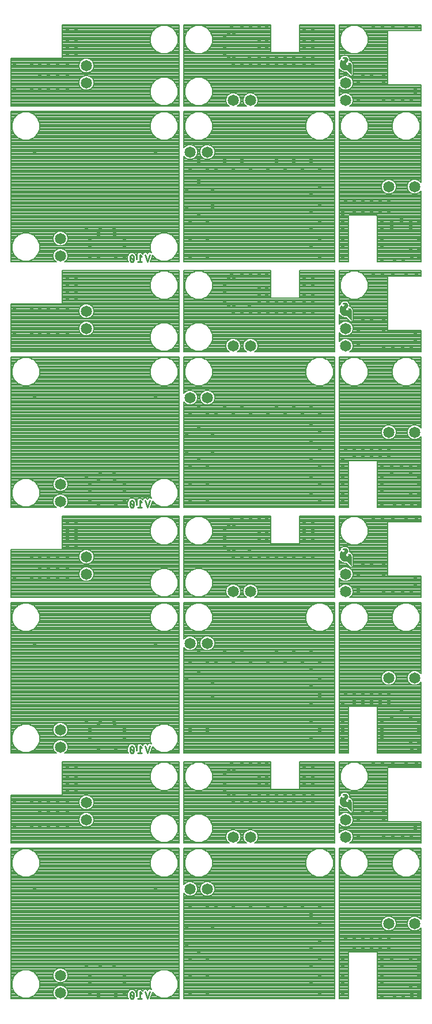
<source format=gbl>
G75*
%MOIN*%
%OFA0B0*%
%FSLAX25Y25*%
%IPPOS*%
%LPD*%
%AMOC8*
5,1,8,0,0,1.08239X$1,22.5*
%
%ADD10C,0.01000*%
%ADD11C,0.00300*%
%ADD12C,0.00800*%
%ADD13C,0.02400*%
%ADD14C,0.06500*%
D10*
X0125508Y0033806D02*
X0125553Y0033902D01*
X0125595Y0034001D01*
X0125634Y0034100D01*
X0125670Y0034201D01*
X0125702Y0034302D01*
X0125731Y0034405D01*
X0125757Y0034509D01*
X0125779Y0034613D01*
X0125798Y0034718D01*
X0125813Y0034824D01*
X0125825Y0034930D01*
X0125834Y0035037D01*
X0125839Y0035143D01*
X0125841Y0035250D01*
X0123620Y0035250D02*
X0123622Y0035357D01*
X0123627Y0035463D01*
X0123636Y0035570D01*
X0123648Y0035676D01*
X0123663Y0035782D01*
X0123682Y0035887D01*
X0123704Y0035991D01*
X0123730Y0036095D01*
X0123759Y0036198D01*
X0123792Y0036299D01*
X0123827Y0036400D01*
X0123866Y0036499D01*
X0123908Y0036598D01*
X0123953Y0036694D01*
X0123842Y0036361D02*
X0125620Y0034139D01*
X0124731Y0033250D02*
X0124674Y0033252D01*
X0124618Y0033258D01*
X0124562Y0033268D01*
X0124507Y0033281D01*
X0124453Y0033298D01*
X0124401Y0033319D01*
X0124350Y0033344D01*
X0124300Y0033372D01*
X0124253Y0033403D01*
X0124208Y0033438D01*
X0124166Y0033475D01*
X0124126Y0033515D01*
X0124089Y0033558D01*
X0124055Y0033604D01*
X0124025Y0033651D01*
X0123997Y0033701D01*
X0123974Y0033752D01*
X0123953Y0033805D01*
X0124731Y0033250D02*
X0124788Y0033252D01*
X0124844Y0033258D01*
X0124900Y0033268D01*
X0124955Y0033281D01*
X0125009Y0033298D01*
X0125061Y0033319D01*
X0125112Y0033344D01*
X0125162Y0033372D01*
X0125209Y0033403D01*
X0125254Y0033438D01*
X0125296Y0033475D01*
X0125336Y0033515D01*
X0125373Y0033558D01*
X0125407Y0033604D01*
X0125437Y0033651D01*
X0125465Y0033701D01*
X0125488Y0033752D01*
X0125509Y0033805D01*
X0123953Y0033806D02*
X0123908Y0033902D01*
X0123866Y0034001D01*
X0123827Y0034100D01*
X0123791Y0034201D01*
X0123759Y0034302D01*
X0123730Y0034405D01*
X0123704Y0034509D01*
X0123682Y0034613D01*
X0123663Y0034718D01*
X0123648Y0034824D01*
X0123636Y0034930D01*
X0123627Y0035037D01*
X0123622Y0035143D01*
X0123620Y0035250D01*
X0125841Y0035250D02*
X0125839Y0035357D01*
X0125834Y0035463D01*
X0125825Y0035570D01*
X0125813Y0035676D01*
X0125798Y0035782D01*
X0125779Y0035887D01*
X0125757Y0035991D01*
X0125731Y0036095D01*
X0125702Y0036198D01*
X0125670Y0036299D01*
X0125634Y0036400D01*
X0125595Y0036499D01*
X0125553Y0036598D01*
X0125508Y0036694D01*
X0124731Y0037250D02*
X0124674Y0037248D01*
X0124618Y0037242D01*
X0124562Y0037232D01*
X0124507Y0037219D01*
X0124453Y0037202D01*
X0124401Y0037181D01*
X0124350Y0037156D01*
X0124300Y0037128D01*
X0124253Y0037097D01*
X0124208Y0037062D01*
X0124166Y0037025D01*
X0124126Y0036985D01*
X0124089Y0036942D01*
X0124055Y0036896D01*
X0124025Y0036849D01*
X0123997Y0036799D01*
X0123974Y0036748D01*
X0123953Y0036695D01*
X0124731Y0037250D02*
X0124788Y0037248D01*
X0124844Y0037242D01*
X0124900Y0037232D01*
X0124955Y0037219D01*
X0125009Y0037202D01*
X0125061Y0037181D01*
X0125112Y0037156D01*
X0125162Y0037128D01*
X0125209Y0037097D01*
X0125254Y0037062D01*
X0125296Y0037025D01*
X0125336Y0036985D01*
X0125373Y0036942D01*
X0125407Y0036896D01*
X0125437Y0036849D01*
X0125465Y0036799D01*
X0125488Y0036747D01*
X0125509Y0036695D01*
X0129231Y0037250D02*
X0129231Y0033250D01*
X0130342Y0033250D02*
X0128120Y0033250D01*
X0130342Y0036361D02*
X0129231Y0037250D01*
X0132397Y0037250D02*
X0133731Y0033250D01*
X0135064Y0037250D01*
X0133731Y0175250D02*
X0132397Y0179250D01*
X0130342Y0178361D02*
X0129231Y0179250D01*
X0129231Y0175250D01*
X0130342Y0175250D02*
X0128120Y0175250D01*
X0123953Y0175806D02*
X0123908Y0175902D01*
X0123866Y0176001D01*
X0123827Y0176100D01*
X0123791Y0176201D01*
X0123759Y0176302D01*
X0123730Y0176405D01*
X0123704Y0176509D01*
X0123682Y0176613D01*
X0123663Y0176718D01*
X0123648Y0176824D01*
X0123636Y0176930D01*
X0123627Y0177037D01*
X0123622Y0177143D01*
X0123620Y0177250D01*
X0125841Y0177250D02*
X0125839Y0177357D01*
X0125834Y0177463D01*
X0125825Y0177570D01*
X0125813Y0177676D01*
X0125798Y0177782D01*
X0125779Y0177887D01*
X0125757Y0177991D01*
X0125731Y0178095D01*
X0125702Y0178198D01*
X0125670Y0178299D01*
X0125634Y0178400D01*
X0125595Y0178499D01*
X0125553Y0178598D01*
X0125508Y0178694D01*
X0124731Y0179250D02*
X0124674Y0179248D01*
X0124618Y0179242D01*
X0124562Y0179232D01*
X0124507Y0179219D01*
X0124453Y0179202D01*
X0124401Y0179181D01*
X0124350Y0179156D01*
X0124300Y0179128D01*
X0124253Y0179097D01*
X0124208Y0179062D01*
X0124166Y0179025D01*
X0124126Y0178985D01*
X0124089Y0178942D01*
X0124055Y0178896D01*
X0124025Y0178849D01*
X0123997Y0178799D01*
X0123974Y0178748D01*
X0123953Y0178695D01*
X0123842Y0178361D02*
X0125620Y0176139D01*
X0124731Y0175250D02*
X0124674Y0175252D01*
X0124618Y0175258D01*
X0124562Y0175268D01*
X0124507Y0175281D01*
X0124453Y0175298D01*
X0124401Y0175319D01*
X0124350Y0175344D01*
X0124300Y0175372D01*
X0124253Y0175403D01*
X0124208Y0175438D01*
X0124166Y0175475D01*
X0124126Y0175515D01*
X0124089Y0175558D01*
X0124055Y0175604D01*
X0124025Y0175651D01*
X0123997Y0175701D01*
X0123974Y0175752D01*
X0123953Y0175805D01*
X0124731Y0175250D02*
X0124788Y0175252D01*
X0124844Y0175258D01*
X0124900Y0175268D01*
X0124955Y0175281D01*
X0125009Y0175298D01*
X0125061Y0175319D01*
X0125112Y0175344D01*
X0125162Y0175372D01*
X0125209Y0175403D01*
X0125254Y0175438D01*
X0125296Y0175475D01*
X0125336Y0175515D01*
X0125373Y0175558D01*
X0125407Y0175604D01*
X0125437Y0175651D01*
X0125465Y0175701D01*
X0125488Y0175752D01*
X0125509Y0175805D01*
X0123620Y0177250D02*
X0123622Y0177357D01*
X0123627Y0177463D01*
X0123636Y0177570D01*
X0123648Y0177676D01*
X0123663Y0177782D01*
X0123682Y0177887D01*
X0123704Y0177991D01*
X0123730Y0178095D01*
X0123759Y0178198D01*
X0123792Y0178299D01*
X0123827Y0178400D01*
X0123866Y0178499D01*
X0123908Y0178598D01*
X0123953Y0178694D01*
X0124731Y0179250D02*
X0124788Y0179248D01*
X0124844Y0179242D01*
X0124900Y0179232D01*
X0124955Y0179219D01*
X0125009Y0179202D01*
X0125061Y0179181D01*
X0125112Y0179156D01*
X0125162Y0179128D01*
X0125209Y0179097D01*
X0125254Y0179062D01*
X0125296Y0179025D01*
X0125336Y0178985D01*
X0125373Y0178942D01*
X0125407Y0178896D01*
X0125437Y0178849D01*
X0125465Y0178799D01*
X0125488Y0178747D01*
X0125509Y0178695D01*
X0125841Y0177250D02*
X0125839Y0177143D01*
X0125834Y0177037D01*
X0125825Y0176930D01*
X0125813Y0176824D01*
X0125798Y0176718D01*
X0125779Y0176613D01*
X0125757Y0176509D01*
X0125731Y0176405D01*
X0125702Y0176302D01*
X0125670Y0176201D01*
X0125634Y0176100D01*
X0125595Y0176001D01*
X0125553Y0175902D01*
X0125508Y0175806D01*
X0133731Y0175250D02*
X0135064Y0179250D01*
X0133731Y0317250D02*
X0132397Y0321250D01*
X0130342Y0320361D02*
X0129231Y0321250D01*
X0129231Y0317250D01*
X0130342Y0317250D02*
X0128120Y0317250D01*
X0123953Y0317806D02*
X0123908Y0317902D01*
X0123866Y0318001D01*
X0123827Y0318100D01*
X0123791Y0318201D01*
X0123759Y0318302D01*
X0123730Y0318405D01*
X0123704Y0318509D01*
X0123682Y0318613D01*
X0123663Y0318718D01*
X0123648Y0318824D01*
X0123636Y0318930D01*
X0123627Y0319037D01*
X0123622Y0319143D01*
X0123620Y0319250D01*
X0125841Y0319250D02*
X0125839Y0319357D01*
X0125834Y0319463D01*
X0125825Y0319570D01*
X0125813Y0319676D01*
X0125798Y0319782D01*
X0125779Y0319887D01*
X0125757Y0319991D01*
X0125731Y0320095D01*
X0125702Y0320198D01*
X0125670Y0320299D01*
X0125634Y0320400D01*
X0125595Y0320499D01*
X0125553Y0320598D01*
X0125508Y0320694D01*
X0124731Y0321250D02*
X0124674Y0321248D01*
X0124618Y0321242D01*
X0124562Y0321232D01*
X0124507Y0321219D01*
X0124453Y0321202D01*
X0124401Y0321181D01*
X0124350Y0321156D01*
X0124300Y0321128D01*
X0124253Y0321097D01*
X0124208Y0321062D01*
X0124166Y0321025D01*
X0124126Y0320985D01*
X0124089Y0320942D01*
X0124055Y0320896D01*
X0124025Y0320849D01*
X0123997Y0320799D01*
X0123974Y0320748D01*
X0123953Y0320695D01*
X0123842Y0320361D02*
X0125620Y0318139D01*
X0124731Y0317250D02*
X0124674Y0317252D01*
X0124618Y0317258D01*
X0124562Y0317268D01*
X0124507Y0317281D01*
X0124453Y0317298D01*
X0124401Y0317319D01*
X0124350Y0317344D01*
X0124300Y0317372D01*
X0124253Y0317403D01*
X0124208Y0317438D01*
X0124166Y0317475D01*
X0124126Y0317515D01*
X0124089Y0317558D01*
X0124055Y0317604D01*
X0124025Y0317651D01*
X0123997Y0317701D01*
X0123974Y0317752D01*
X0123953Y0317805D01*
X0124731Y0317250D02*
X0124788Y0317252D01*
X0124844Y0317258D01*
X0124900Y0317268D01*
X0124955Y0317281D01*
X0125009Y0317298D01*
X0125061Y0317319D01*
X0125112Y0317344D01*
X0125162Y0317372D01*
X0125209Y0317403D01*
X0125254Y0317438D01*
X0125296Y0317475D01*
X0125336Y0317515D01*
X0125373Y0317558D01*
X0125407Y0317604D01*
X0125437Y0317651D01*
X0125465Y0317701D01*
X0125488Y0317752D01*
X0125509Y0317805D01*
X0123620Y0319250D02*
X0123622Y0319357D01*
X0123627Y0319463D01*
X0123636Y0319570D01*
X0123648Y0319676D01*
X0123663Y0319782D01*
X0123682Y0319887D01*
X0123704Y0319991D01*
X0123730Y0320095D01*
X0123759Y0320198D01*
X0123792Y0320299D01*
X0123827Y0320400D01*
X0123866Y0320499D01*
X0123908Y0320598D01*
X0123953Y0320694D01*
X0124731Y0321250D02*
X0124788Y0321248D01*
X0124844Y0321242D01*
X0124900Y0321232D01*
X0124955Y0321219D01*
X0125009Y0321202D01*
X0125061Y0321181D01*
X0125112Y0321156D01*
X0125162Y0321128D01*
X0125209Y0321097D01*
X0125254Y0321062D01*
X0125296Y0321025D01*
X0125336Y0320985D01*
X0125373Y0320942D01*
X0125407Y0320896D01*
X0125437Y0320849D01*
X0125465Y0320799D01*
X0125488Y0320747D01*
X0125509Y0320695D01*
X0125841Y0319250D02*
X0125839Y0319143D01*
X0125834Y0319037D01*
X0125825Y0318930D01*
X0125813Y0318824D01*
X0125798Y0318718D01*
X0125779Y0318613D01*
X0125757Y0318509D01*
X0125731Y0318405D01*
X0125702Y0318302D01*
X0125670Y0318201D01*
X0125634Y0318100D01*
X0125595Y0318001D01*
X0125553Y0317902D01*
X0125508Y0317806D01*
X0133731Y0317250D02*
X0135064Y0321250D01*
X0133731Y0459250D02*
X0132397Y0463250D01*
X0130342Y0462361D02*
X0129231Y0463250D01*
X0129231Y0459250D01*
X0130342Y0459250D02*
X0128120Y0459250D01*
X0123953Y0459806D02*
X0123908Y0459902D01*
X0123866Y0460001D01*
X0123827Y0460100D01*
X0123791Y0460201D01*
X0123759Y0460302D01*
X0123730Y0460405D01*
X0123704Y0460509D01*
X0123682Y0460613D01*
X0123663Y0460718D01*
X0123648Y0460824D01*
X0123636Y0460930D01*
X0123627Y0461037D01*
X0123622Y0461143D01*
X0123620Y0461250D01*
X0125841Y0461250D02*
X0125839Y0461357D01*
X0125834Y0461463D01*
X0125825Y0461570D01*
X0125813Y0461676D01*
X0125798Y0461782D01*
X0125779Y0461887D01*
X0125757Y0461991D01*
X0125731Y0462095D01*
X0125702Y0462198D01*
X0125670Y0462299D01*
X0125634Y0462400D01*
X0125595Y0462499D01*
X0125553Y0462598D01*
X0125508Y0462694D01*
X0124731Y0463250D02*
X0124674Y0463248D01*
X0124618Y0463242D01*
X0124562Y0463232D01*
X0124507Y0463219D01*
X0124453Y0463202D01*
X0124401Y0463181D01*
X0124350Y0463156D01*
X0124300Y0463128D01*
X0124253Y0463097D01*
X0124208Y0463062D01*
X0124166Y0463025D01*
X0124126Y0462985D01*
X0124089Y0462942D01*
X0124055Y0462896D01*
X0124025Y0462849D01*
X0123997Y0462799D01*
X0123974Y0462748D01*
X0123953Y0462695D01*
X0123842Y0462361D02*
X0125620Y0460139D01*
X0124731Y0459250D02*
X0124674Y0459252D01*
X0124618Y0459258D01*
X0124562Y0459268D01*
X0124507Y0459281D01*
X0124453Y0459298D01*
X0124401Y0459319D01*
X0124350Y0459344D01*
X0124300Y0459372D01*
X0124253Y0459403D01*
X0124208Y0459438D01*
X0124166Y0459475D01*
X0124126Y0459515D01*
X0124089Y0459558D01*
X0124055Y0459604D01*
X0124025Y0459651D01*
X0123997Y0459701D01*
X0123974Y0459752D01*
X0123953Y0459805D01*
X0124731Y0459250D02*
X0124788Y0459252D01*
X0124844Y0459258D01*
X0124900Y0459268D01*
X0124955Y0459281D01*
X0125009Y0459298D01*
X0125061Y0459319D01*
X0125112Y0459344D01*
X0125162Y0459372D01*
X0125209Y0459403D01*
X0125254Y0459438D01*
X0125296Y0459475D01*
X0125336Y0459515D01*
X0125373Y0459558D01*
X0125407Y0459604D01*
X0125437Y0459651D01*
X0125465Y0459701D01*
X0125488Y0459752D01*
X0125509Y0459805D01*
X0123620Y0461250D02*
X0123622Y0461357D01*
X0123627Y0461463D01*
X0123636Y0461570D01*
X0123648Y0461676D01*
X0123663Y0461782D01*
X0123682Y0461887D01*
X0123704Y0461991D01*
X0123730Y0462095D01*
X0123759Y0462198D01*
X0123792Y0462299D01*
X0123827Y0462400D01*
X0123866Y0462499D01*
X0123908Y0462598D01*
X0123953Y0462694D01*
X0124731Y0463250D02*
X0124788Y0463248D01*
X0124844Y0463242D01*
X0124900Y0463232D01*
X0124955Y0463219D01*
X0125009Y0463202D01*
X0125061Y0463181D01*
X0125112Y0463156D01*
X0125162Y0463128D01*
X0125209Y0463097D01*
X0125254Y0463062D01*
X0125296Y0463025D01*
X0125336Y0462985D01*
X0125373Y0462942D01*
X0125407Y0462896D01*
X0125437Y0462849D01*
X0125465Y0462799D01*
X0125488Y0462747D01*
X0125509Y0462695D01*
X0125841Y0461250D02*
X0125839Y0461143D01*
X0125834Y0461037D01*
X0125825Y0460930D01*
X0125813Y0460824D01*
X0125798Y0460718D01*
X0125779Y0460613D01*
X0125757Y0460509D01*
X0125731Y0460405D01*
X0125702Y0460302D01*
X0125670Y0460201D01*
X0125634Y0460100D01*
X0125595Y0460001D01*
X0125553Y0459902D01*
X0125508Y0459806D01*
X0133731Y0459250D02*
X0135064Y0463250D01*
D11*
X0245047Y0432478D02*
X0245243Y0433069D01*
X0245519Y0433502D01*
X0245834Y0433856D01*
X0246149Y0434053D01*
X0246149Y0433699D01*
X0246188Y0433581D01*
X0246228Y0433502D01*
X0246346Y0433384D01*
X0246464Y0433344D01*
X0246582Y0433344D01*
X0246897Y0433423D01*
X0247054Y0433502D01*
X0247173Y0433581D01*
X0247330Y0433699D01*
X0247566Y0433935D01*
X0247724Y0434171D01*
X0247763Y0434329D01*
X0247763Y0434565D01*
X0247724Y0434683D01*
X0247684Y0434762D01*
X0247606Y0434880D01*
X0247448Y0434998D01*
X0247291Y0435077D01*
X0247094Y0435116D01*
X0246936Y0435156D01*
X0246700Y0435156D01*
X0246621Y0435116D01*
X0246582Y0435116D01*
X0246621Y0435156D01*
X0246779Y0435274D01*
X0247330Y0435549D01*
X0247684Y0435628D01*
X0248078Y0435628D01*
X0248511Y0435549D01*
X0248944Y0435313D01*
X0249298Y0435037D01*
X0249495Y0434722D01*
X0249613Y0434368D01*
X0249613Y0434053D01*
X0249535Y0433699D01*
X0249338Y0433344D01*
X0249062Y0433030D01*
X0248747Y0432675D01*
X0248472Y0432400D01*
X0248354Y0432085D01*
X0248354Y0431809D01*
X0248432Y0431573D01*
X0248590Y0431376D01*
X0248826Y0431219D01*
X0249141Y0431140D01*
X0249456Y0431140D01*
X0249653Y0431179D01*
X0249850Y0431258D01*
X0250086Y0431494D01*
X0250165Y0431612D01*
X0250204Y0431730D01*
X0250204Y0431888D01*
X0250165Y0432006D01*
X0249928Y0432242D01*
X0249810Y0432281D01*
X0249653Y0432360D01*
X0249613Y0432400D01*
X0249771Y0432478D01*
X0250243Y0432478D01*
X0250480Y0432439D01*
X0250676Y0432400D01*
X0250873Y0432321D01*
X0251031Y0432203D01*
X0251228Y0432045D01*
X0251464Y0431652D01*
X0251543Y0431376D01*
X0251582Y0431061D01*
X0251582Y0425667D01*
X0251385Y0425864D01*
X0251267Y0426061D01*
X0251070Y0426258D01*
X0250873Y0426494D01*
X0250401Y0426967D01*
X0249928Y0427518D01*
X0249535Y0427911D01*
X0249141Y0428148D01*
X0248905Y0428187D01*
X0248157Y0428187D01*
X0247684Y0428266D01*
X0247251Y0428384D01*
X0246858Y0428541D01*
X0246464Y0428778D01*
X0246149Y0429053D01*
X0245834Y0429368D01*
X0245558Y0429722D01*
X0245165Y0430431D01*
X0244968Y0431179D01*
X0244928Y0431848D01*
X0245047Y0432478D01*
X0245023Y0432352D02*
X0248454Y0432352D01*
X0248354Y0432054D02*
X0244967Y0432054D01*
X0244934Y0431755D02*
X0248372Y0431755D01*
X0248525Y0431457D02*
X0244951Y0431457D01*
X0244973Y0431158D02*
X0249067Y0431158D01*
X0249548Y0431158D02*
X0251570Y0431158D01*
X0251582Y0430860D02*
X0245052Y0430860D01*
X0245130Y0430561D02*
X0251582Y0430561D01*
X0251582Y0430263D02*
X0245258Y0430263D01*
X0245424Y0429964D02*
X0251582Y0429964D01*
X0251582Y0429666D02*
X0245603Y0429666D01*
X0245835Y0429367D02*
X0251582Y0429367D01*
X0251582Y0429069D02*
X0246133Y0429069D01*
X0246476Y0428770D02*
X0251582Y0428770D01*
X0251582Y0428472D02*
X0247032Y0428472D01*
X0248989Y0428173D02*
X0251582Y0428173D01*
X0251582Y0427875D02*
X0249572Y0427875D01*
X0249870Y0427576D02*
X0251582Y0427576D01*
X0251582Y0427277D02*
X0250134Y0427277D01*
X0250390Y0426979D02*
X0251582Y0426979D01*
X0251582Y0426680D02*
X0250687Y0426680D01*
X0250967Y0426382D02*
X0251582Y0426382D01*
X0251582Y0426083D02*
X0251245Y0426083D01*
X0251464Y0425785D02*
X0251582Y0425785D01*
X0251520Y0431457D02*
X0250048Y0431457D01*
X0250204Y0431755D02*
X0251402Y0431755D01*
X0251217Y0432054D02*
X0250117Y0432054D01*
X0249669Y0432352D02*
X0250795Y0432352D01*
X0249253Y0433248D02*
X0245357Y0433248D01*
X0245203Y0432949D02*
X0248991Y0432949D01*
X0248723Y0432651D02*
X0245104Y0432651D01*
X0245558Y0433546D02*
X0246205Y0433546D01*
X0246149Y0433845D02*
X0245824Y0433845D01*
X0247121Y0433546D02*
X0249450Y0433546D01*
X0249567Y0433845D02*
X0247476Y0433845D01*
X0247705Y0434143D02*
X0249613Y0434143D01*
X0249589Y0434442D02*
X0247763Y0434442D01*
X0247695Y0434740D02*
X0249484Y0434740D01*
X0249297Y0435039D02*
X0247367Y0435039D01*
X0246906Y0435337D02*
X0248900Y0435337D01*
X0251582Y0567667D02*
X0251385Y0567864D01*
X0251267Y0568061D01*
X0251070Y0568258D01*
X0250873Y0568494D01*
X0250401Y0568967D01*
X0249928Y0569518D01*
X0249535Y0569911D01*
X0249141Y0570148D01*
X0248905Y0570187D01*
X0248157Y0570187D01*
X0247684Y0570266D01*
X0247251Y0570384D01*
X0246858Y0570541D01*
X0246464Y0570778D01*
X0246149Y0571053D01*
X0245834Y0571368D01*
X0245558Y0571722D01*
X0245165Y0572431D01*
X0244968Y0573179D01*
X0244928Y0573848D01*
X0245047Y0574478D01*
X0245243Y0575069D01*
X0245519Y0575502D01*
X0245834Y0575856D01*
X0246149Y0576053D01*
X0246149Y0575699D01*
X0246188Y0575581D01*
X0246228Y0575502D01*
X0246346Y0575384D01*
X0246464Y0575344D01*
X0246582Y0575344D01*
X0246897Y0575423D01*
X0247054Y0575502D01*
X0247173Y0575581D01*
X0247330Y0575699D01*
X0247566Y0575935D01*
X0247724Y0576171D01*
X0247763Y0576329D01*
X0247763Y0576565D01*
X0247724Y0576683D01*
X0247684Y0576762D01*
X0247606Y0576880D01*
X0247448Y0576998D01*
X0247291Y0577077D01*
X0247094Y0577116D01*
X0246936Y0577156D01*
X0246700Y0577156D01*
X0246621Y0577116D01*
X0246582Y0577116D01*
X0246621Y0577156D01*
X0246779Y0577274D01*
X0247330Y0577549D01*
X0247684Y0577628D01*
X0248078Y0577628D01*
X0248511Y0577549D01*
X0248944Y0577313D01*
X0249298Y0577037D01*
X0249495Y0576722D01*
X0249613Y0576368D01*
X0249613Y0576053D01*
X0249535Y0575699D01*
X0249338Y0575344D01*
X0249062Y0575030D01*
X0248747Y0574675D01*
X0248472Y0574400D01*
X0248354Y0574085D01*
X0248354Y0573809D01*
X0248432Y0573573D01*
X0248590Y0573376D01*
X0248826Y0573219D01*
X0249141Y0573140D01*
X0249456Y0573140D01*
X0249653Y0573179D01*
X0249850Y0573258D01*
X0250086Y0573494D01*
X0250165Y0573612D01*
X0250204Y0573730D01*
X0250204Y0573888D01*
X0250165Y0574006D01*
X0249928Y0574242D01*
X0249810Y0574281D01*
X0249653Y0574360D01*
X0249613Y0574400D01*
X0249771Y0574478D01*
X0250243Y0574478D01*
X0250480Y0574439D01*
X0250676Y0574400D01*
X0250873Y0574321D01*
X0251031Y0574203D01*
X0251228Y0574045D01*
X0251464Y0573652D01*
X0251543Y0573376D01*
X0251582Y0573061D01*
X0251582Y0567667D01*
X0251582Y0567876D02*
X0251378Y0567876D01*
X0251582Y0568175D02*
X0251153Y0568175D01*
X0250891Y0568473D02*
X0251582Y0568473D01*
X0251582Y0568772D02*
X0250596Y0568772D01*
X0250312Y0569070D02*
X0251582Y0569070D01*
X0251582Y0569369D02*
X0250056Y0569369D01*
X0249779Y0569667D02*
X0251582Y0569667D01*
X0251582Y0569966D02*
X0249444Y0569966D01*
X0247692Y0570264D02*
X0251582Y0570264D01*
X0251582Y0570563D02*
X0246822Y0570563D01*
X0246368Y0570861D02*
X0251582Y0570861D01*
X0251582Y0571160D02*
X0246042Y0571160D01*
X0245764Y0571458D02*
X0251582Y0571458D01*
X0251582Y0571757D02*
X0245539Y0571757D01*
X0245373Y0572055D02*
X0251582Y0572055D01*
X0251582Y0572354D02*
X0245207Y0572354D01*
X0245106Y0572653D02*
X0251582Y0572653D01*
X0251582Y0572951D02*
X0245028Y0572951D01*
X0244964Y0573250D02*
X0248780Y0573250D01*
X0248452Y0573548D02*
X0244946Y0573548D01*
X0244929Y0573847D02*
X0248354Y0573847D01*
X0248376Y0574145D02*
X0244984Y0574145D01*
X0245040Y0574444D02*
X0248516Y0574444D01*
X0248807Y0574742D02*
X0245134Y0574742D01*
X0245234Y0575041D02*
X0249072Y0575041D01*
X0249333Y0575339D02*
X0245415Y0575339D01*
X0245640Y0575638D02*
X0246169Y0575638D01*
X0246149Y0575936D02*
X0245962Y0575936D01*
X0247248Y0575638D02*
X0249501Y0575638D01*
X0249587Y0575936D02*
X0247567Y0575936D01*
X0247740Y0576235D02*
X0249613Y0576235D01*
X0249558Y0576533D02*
X0247763Y0576533D01*
X0247638Y0576832D02*
X0249427Y0576832D01*
X0249179Y0577130D02*
X0247038Y0577130D01*
X0247089Y0577429D02*
X0248732Y0577429D01*
X0246649Y0577130D02*
X0246596Y0577130D01*
X0249701Y0574444D02*
X0250452Y0574444D01*
X0250025Y0574145D02*
X0251103Y0574145D01*
X0251347Y0573847D02*
X0250204Y0573847D01*
X0250122Y0573548D02*
X0251493Y0573548D01*
X0251558Y0573250D02*
X0249829Y0573250D01*
X0248078Y0293628D02*
X0248511Y0293549D01*
X0248944Y0293313D01*
X0249298Y0293037D01*
X0249495Y0292722D01*
X0249613Y0292368D01*
X0249613Y0292053D01*
X0249535Y0291699D01*
X0249338Y0291344D01*
X0249062Y0291030D01*
X0248747Y0290675D01*
X0248472Y0290400D01*
X0248354Y0290085D01*
X0248354Y0289809D01*
X0248432Y0289573D01*
X0248590Y0289376D01*
X0248826Y0289219D01*
X0249141Y0289140D01*
X0249456Y0289140D01*
X0249653Y0289179D01*
X0249850Y0289258D01*
X0250086Y0289494D01*
X0250165Y0289612D01*
X0250204Y0289730D01*
X0250204Y0289888D01*
X0250165Y0290006D01*
X0249928Y0290242D01*
X0249810Y0290281D01*
X0249653Y0290360D01*
X0249613Y0290400D01*
X0249771Y0290478D01*
X0250243Y0290478D01*
X0250480Y0290439D01*
X0250676Y0290400D01*
X0250873Y0290321D01*
X0251031Y0290203D01*
X0251228Y0290045D01*
X0251464Y0289652D01*
X0251543Y0289376D01*
X0251582Y0289061D01*
X0251582Y0283667D01*
X0251385Y0283864D01*
X0251267Y0284061D01*
X0251070Y0284258D01*
X0250873Y0284494D01*
X0250401Y0284967D01*
X0249928Y0285518D01*
X0249535Y0285911D01*
X0249141Y0286148D01*
X0248905Y0286187D01*
X0248157Y0286187D01*
X0247684Y0286266D01*
X0247251Y0286384D01*
X0246858Y0286541D01*
X0246464Y0286778D01*
X0246149Y0287053D01*
X0245834Y0287368D01*
X0245558Y0287722D01*
X0245165Y0288431D01*
X0244968Y0289179D01*
X0244928Y0289848D01*
X0245047Y0290478D01*
X0245243Y0291069D01*
X0245519Y0291502D01*
X0245834Y0291856D01*
X0246149Y0292053D01*
X0246149Y0291699D01*
X0246188Y0291581D01*
X0246228Y0291502D01*
X0246346Y0291384D01*
X0246464Y0291344D01*
X0246582Y0291344D01*
X0246897Y0291423D01*
X0247054Y0291502D01*
X0247173Y0291581D01*
X0247330Y0291699D01*
X0247566Y0291935D01*
X0247724Y0292171D01*
X0247763Y0292329D01*
X0247763Y0292565D01*
X0247724Y0292683D01*
X0247684Y0292762D01*
X0247606Y0292880D01*
X0247448Y0292998D01*
X0247291Y0293077D01*
X0247094Y0293116D01*
X0246936Y0293156D01*
X0246700Y0293156D01*
X0246621Y0293116D01*
X0246582Y0293116D01*
X0246621Y0293156D01*
X0246779Y0293274D01*
X0247330Y0293549D01*
X0247684Y0293628D01*
X0248078Y0293628D01*
X0248520Y0293544D02*
X0247320Y0293544D01*
X0247516Y0292947D02*
X0249355Y0292947D01*
X0249520Y0292649D02*
X0247735Y0292649D01*
X0247763Y0292350D02*
X0249613Y0292350D01*
X0249613Y0292052D02*
X0247644Y0292052D01*
X0247385Y0291753D02*
X0249547Y0291753D01*
X0249399Y0291455D02*
X0246960Y0291455D01*
X0246275Y0291455D02*
X0245489Y0291455D01*
X0245299Y0291156D02*
X0249173Y0291156D01*
X0248910Y0290858D02*
X0245173Y0290858D01*
X0245074Y0290559D02*
X0248631Y0290559D01*
X0248420Y0290261D02*
X0245006Y0290261D01*
X0244950Y0289962D02*
X0248354Y0289962D01*
X0248402Y0289664D02*
X0244939Y0289664D01*
X0244957Y0289365D02*
X0248606Y0289365D01*
X0249957Y0289365D02*
X0251544Y0289365D01*
X0251581Y0289067D02*
X0244997Y0289067D01*
X0245076Y0288768D02*
X0251582Y0288768D01*
X0251582Y0288470D02*
X0245154Y0288470D01*
X0245309Y0288171D02*
X0251582Y0288171D01*
X0251582Y0287873D02*
X0245475Y0287873D01*
X0245674Y0287574D02*
X0251582Y0287574D01*
X0251582Y0287276D02*
X0245926Y0287276D01*
X0246236Y0286977D02*
X0251582Y0286977D01*
X0251582Y0286679D02*
X0246629Y0286679D01*
X0247265Y0286380D02*
X0251582Y0286380D01*
X0251582Y0286082D02*
X0249251Y0286082D01*
X0249663Y0285783D02*
X0251582Y0285783D01*
X0251582Y0285485D02*
X0249957Y0285485D01*
X0250213Y0285186D02*
X0251582Y0285186D01*
X0251582Y0284888D02*
X0250480Y0284888D01*
X0250778Y0284589D02*
X0251582Y0284589D01*
X0251582Y0284291D02*
X0251043Y0284291D01*
X0251308Y0283992D02*
X0251582Y0283992D01*
X0251582Y0283694D02*
X0251556Y0283694D01*
X0251457Y0289664D02*
X0250182Y0289664D01*
X0250179Y0289962D02*
X0251277Y0289962D01*
X0250953Y0290261D02*
X0249872Y0290261D01*
X0249030Y0293246D02*
X0246742Y0293246D01*
X0246149Y0292052D02*
X0246147Y0292052D01*
X0246149Y0291753D02*
X0245742Y0291753D01*
X0247684Y0151628D02*
X0248078Y0151628D01*
X0248511Y0151549D01*
X0248944Y0151313D01*
X0249298Y0151037D01*
X0249495Y0150722D01*
X0249613Y0150368D01*
X0249613Y0150053D01*
X0249535Y0149699D01*
X0249338Y0149344D01*
X0249062Y0149030D01*
X0248747Y0148675D01*
X0248472Y0148400D01*
X0248354Y0148085D01*
X0248354Y0147809D01*
X0248432Y0147573D01*
X0248590Y0147376D01*
X0248826Y0147219D01*
X0249141Y0147140D01*
X0249456Y0147140D01*
X0249653Y0147179D01*
X0249850Y0147258D01*
X0250086Y0147494D01*
X0250165Y0147612D01*
X0250204Y0147730D01*
X0250204Y0147888D01*
X0250165Y0148006D01*
X0249928Y0148242D01*
X0249810Y0148281D01*
X0249653Y0148360D01*
X0249613Y0148400D01*
X0249771Y0148478D01*
X0250243Y0148478D01*
X0250480Y0148439D01*
X0250676Y0148400D01*
X0250873Y0148321D01*
X0251031Y0148203D01*
X0251228Y0148045D01*
X0251464Y0147652D01*
X0251543Y0147376D01*
X0251582Y0147061D01*
X0251582Y0141667D01*
X0251385Y0141864D01*
X0251267Y0142061D01*
X0251070Y0142258D01*
X0250873Y0142494D01*
X0250401Y0142967D01*
X0249928Y0143518D01*
X0249535Y0143911D01*
X0249141Y0144148D01*
X0248905Y0144187D01*
X0248157Y0144187D01*
X0247684Y0144266D01*
X0247251Y0144384D01*
X0246858Y0144541D01*
X0246464Y0144778D01*
X0246149Y0145053D01*
X0245834Y0145368D01*
X0245558Y0145722D01*
X0245165Y0146431D01*
X0244968Y0147179D01*
X0244928Y0147848D01*
X0245047Y0148478D01*
X0245243Y0149069D01*
X0245519Y0149502D01*
X0245834Y0149856D01*
X0246149Y0150053D01*
X0246149Y0149699D01*
X0246188Y0149581D01*
X0246228Y0149502D01*
X0246346Y0149384D01*
X0246464Y0149344D01*
X0246582Y0149344D01*
X0246897Y0149423D01*
X0247054Y0149502D01*
X0247173Y0149581D01*
X0247330Y0149699D01*
X0247566Y0149935D01*
X0247724Y0150171D01*
X0247763Y0150329D01*
X0247763Y0150565D01*
X0247724Y0150683D01*
X0247684Y0150762D01*
X0247606Y0150880D01*
X0247448Y0150998D01*
X0247291Y0151077D01*
X0247094Y0151116D01*
X0246936Y0151156D01*
X0246700Y0151156D01*
X0246621Y0151116D01*
X0246582Y0151116D01*
X0246621Y0151156D01*
X0246779Y0151274D01*
X0247330Y0151549D01*
X0247684Y0151628D01*
X0247138Y0151453D02*
X0248687Y0151453D01*
X0249148Y0151155D02*
X0246940Y0151155D01*
X0246698Y0151155D02*
X0246620Y0151155D01*
X0247622Y0150856D02*
X0249412Y0150856D01*
X0249550Y0150558D02*
X0247763Y0150558D01*
X0247746Y0150259D02*
X0249613Y0150259D01*
X0249593Y0149960D02*
X0247583Y0149960D01*
X0247281Y0149662D02*
X0249514Y0149662D01*
X0249348Y0149363D02*
X0246658Y0149363D01*
X0246407Y0149363D02*
X0245431Y0149363D01*
X0245242Y0149065D02*
X0249093Y0149065D01*
X0248828Y0148766D02*
X0245143Y0148766D01*
X0245045Y0148468D02*
X0248540Y0148468D01*
X0248385Y0148169D02*
X0244989Y0148169D01*
X0244933Y0147871D02*
X0248354Y0147871D01*
X0248433Y0147572D02*
X0244945Y0147572D01*
X0244962Y0147274D02*
X0248743Y0147274D01*
X0249866Y0147274D02*
X0251555Y0147274D01*
X0251582Y0146975D02*
X0245021Y0146975D01*
X0245100Y0146677D02*
X0251582Y0146677D01*
X0251582Y0146378D02*
X0245194Y0146378D01*
X0245360Y0146080D02*
X0251582Y0146080D01*
X0251582Y0145781D02*
X0245526Y0145781D01*
X0245745Y0145483D02*
X0251582Y0145483D01*
X0251582Y0145184D02*
X0246018Y0145184D01*
X0246340Y0144886D02*
X0251582Y0144886D01*
X0251582Y0144587D02*
X0246781Y0144587D01*
X0247600Y0144289D02*
X0251582Y0144289D01*
X0251582Y0143990D02*
X0249403Y0143990D01*
X0249754Y0143692D02*
X0251582Y0143692D01*
X0251582Y0143393D02*
X0250035Y0143393D01*
X0250291Y0143095D02*
X0251582Y0143095D01*
X0251582Y0142796D02*
X0250571Y0142796D01*
X0250870Y0142498D02*
X0251582Y0142498D01*
X0251582Y0142199D02*
X0251129Y0142199D01*
X0251363Y0141901D02*
X0251582Y0141901D01*
X0251486Y0147572D02*
X0250138Y0147572D01*
X0250204Y0147871D02*
X0251332Y0147871D01*
X0251072Y0148169D02*
X0250001Y0148169D01*
X0249750Y0148468D02*
X0250306Y0148468D01*
X0246161Y0149662D02*
X0245661Y0149662D01*
X0246001Y0149960D02*
X0246149Y0149960D01*
D12*
X0054742Y0120350D02*
X0054742Y0033150D01*
X0080931Y0033150D01*
X0079739Y0034343D01*
X0079092Y0035905D01*
X0079092Y0037595D01*
X0079739Y0039157D01*
X0080934Y0040353D01*
X0082496Y0041000D01*
X0084187Y0041000D01*
X0085749Y0040353D01*
X0086945Y0039157D01*
X0087592Y0037595D01*
X0087592Y0035905D01*
X0086945Y0034343D01*
X0085752Y0033150D01*
X0122592Y0033150D01*
X0122564Y0033231D01*
X0122120Y0034143D01*
X0122120Y0036357D01*
X0122395Y0036921D01*
X0122420Y0037144D01*
X0122557Y0037254D01*
X0122564Y0037268D01*
X0122775Y0037885D01*
X0122775Y0037885D01*
X0122775Y0037885D01*
X0123986Y0038750D01*
X0125475Y0038750D01*
X0126686Y0037885D01*
X0126686Y0037885D01*
X0126897Y0037268D01*
X0127342Y0036357D01*
X0127342Y0034594D01*
X0127498Y0034750D01*
X0127731Y0034750D01*
X0127731Y0037167D01*
X0127671Y0037702D01*
X0127731Y0037776D01*
X0127731Y0037871D01*
X0128111Y0038252D01*
X0128448Y0038672D01*
X0128542Y0038683D01*
X0128609Y0038750D01*
X0129148Y0038750D01*
X0129683Y0038809D01*
X0129757Y0038750D01*
X0129852Y0038750D01*
X0130233Y0038369D01*
X0130981Y0037771D01*
X0131334Y0038477D01*
X0132512Y0038869D01*
X0133624Y0038314D01*
X0133731Y0037993D01*
X0133837Y0038314D01*
X0134949Y0038869D01*
X0135899Y0038553D01*
X0135242Y0040139D01*
X0135242Y0043361D01*
X0136475Y0046338D01*
X0136475Y0046338D01*
X0138754Y0048617D01*
X0138754Y0048617D01*
X0141731Y0049850D01*
X0144953Y0049850D01*
X0147930Y0048617D01*
X0147930Y0048617D01*
X0150209Y0046338D01*
X0150209Y0046338D01*
X0151442Y0043361D01*
X0151442Y0040139D01*
X0150209Y0037162D01*
X0150209Y0037162D01*
X0150209Y0037162D01*
X0147930Y0034883D01*
X0147930Y0034883D01*
X0144953Y0033650D01*
X0143673Y0033650D01*
X0141731Y0033650D01*
X0138754Y0034883D01*
X0138754Y0034883D01*
X0136581Y0037056D01*
X0135312Y0033250D01*
X0135345Y0033150D01*
X0151942Y0033150D01*
X0151942Y0120350D01*
X0054742Y0120350D01*
X0054742Y0119586D02*
X0061094Y0119586D01*
X0061731Y0119850D02*
X0058754Y0118617D01*
X0058754Y0118617D01*
X0056475Y0116338D01*
X0055242Y0113361D01*
X0055242Y0110139D01*
X0056475Y0107162D01*
X0056475Y0107162D01*
X0058754Y0104883D01*
X0061731Y0103650D01*
X0063673Y0103650D01*
X0064953Y0103650D01*
X0067930Y0104883D01*
X0070209Y0107162D01*
X0071442Y0110139D01*
X0071442Y0113361D01*
X0070209Y0116338D01*
X0070209Y0116338D01*
X0067930Y0118617D01*
X0064953Y0119850D01*
X0061731Y0119850D01*
X0059166Y0118788D02*
X0054742Y0118788D01*
X0054742Y0117989D02*
X0058126Y0117989D01*
X0057327Y0117191D02*
X0054742Y0117191D01*
X0054742Y0116392D02*
X0056529Y0116392D01*
X0056475Y0116338D02*
X0056475Y0116338D01*
X0056167Y0115594D02*
X0054742Y0115594D01*
X0054742Y0114795D02*
X0055836Y0114795D01*
X0055505Y0113997D02*
X0054742Y0113997D01*
X0054742Y0113198D02*
X0055242Y0113198D01*
X0055242Y0112400D02*
X0054742Y0112400D01*
X0054742Y0111601D02*
X0055242Y0111601D01*
X0055242Y0110803D02*
X0054742Y0110803D01*
X0054742Y0110004D02*
X0055298Y0110004D01*
X0055628Y0109206D02*
X0054742Y0109206D01*
X0054742Y0108407D02*
X0055959Y0108407D01*
X0056290Y0107609D02*
X0054742Y0107609D01*
X0054742Y0106810D02*
X0056827Y0106810D01*
X0057625Y0106012D02*
X0054742Y0106012D01*
X0054742Y0105213D02*
X0058424Y0105213D01*
X0058754Y0104883D02*
X0058754Y0104883D01*
X0059885Y0104415D02*
X0054742Y0104415D01*
X0054742Y0103616D02*
X0151942Y0103616D01*
X0151942Y0102818D02*
X0054742Y0102818D01*
X0054742Y0102019D02*
X0151942Y0102019D01*
X0151942Y0101220D02*
X0054742Y0101220D01*
X0054742Y0100422D02*
X0151942Y0100422D01*
X0151942Y0099623D02*
X0054742Y0099623D01*
X0054742Y0098825D02*
X0151942Y0098825D01*
X0151942Y0098026D02*
X0054742Y0098026D01*
X0054742Y0097228D02*
X0151942Y0097228D01*
X0151942Y0096429D02*
X0054742Y0096429D01*
X0054742Y0095631D02*
X0151942Y0095631D01*
X0151942Y0094832D02*
X0054742Y0094832D01*
X0054742Y0094034D02*
X0151942Y0094034D01*
X0151942Y0093235D02*
X0054742Y0093235D01*
X0054742Y0092437D02*
X0151942Y0092437D01*
X0151942Y0091638D02*
X0054742Y0091638D01*
X0054742Y0090840D02*
X0151942Y0090840D01*
X0151942Y0090041D02*
X0054742Y0090041D01*
X0054742Y0089243D02*
X0151942Y0089243D01*
X0151942Y0088444D02*
X0054742Y0088444D01*
X0054742Y0087646D02*
X0151942Y0087646D01*
X0151942Y0086847D02*
X0054742Y0086847D01*
X0054742Y0086049D02*
X0151942Y0086049D01*
X0151942Y0085250D02*
X0054742Y0085250D01*
X0054742Y0084452D02*
X0151942Y0084452D01*
X0151942Y0083653D02*
X0054742Y0083653D01*
X0054742Y0082855D02*
X0151942Y0082855D01*
X0151942Y0082056D02*
X0054742Y0082056D01*
X0054742Y0081258D02*
X0151942Y0081258D01*
X0151942Y0080459D02*
X0054742Y0080459D01*
X0054742Y0079661D02*
X0151942Y0079661D01*
X0151942Y0078862D02*
X0054742Y0078862D01*
X0054742Y0078064D02*
X0151942Y0078064D01*
X0151942Y0077265D02*
X0054742Y0077265D01*
X0054742Y0076467D02*
X0151942Y0076467D01*
X0151942Y0075668D02*
X0054742Y0075668D01*
X0054742Y0074870D02*
X0151942Y0074870D01*
X0151942Y0074071D02*
X0054742Y0074071D01*
X0054742Y0073273D02*
X0151942Y0073273D01*
X0151942Y0072474D02*
X0054742Y0072474D01*
X0054742Y0071676D02*
X0151942Y0071676D01*
X0151942Y0070877D02*
X0054742Y0070877D01*
X0054742Y0070079D02*
X0151942Y0070079D01*
X0151942Y0069280D02*
X0054742Y0069280D01*
X0054742Y0068482D02*
X0151942Y0068482D01*
X0151942Y0067683D02*
X0054742Y0067683D01*
X0054742Y0066884D02*
X0151942Y0066884D01*
X0151942Y0066086D02*
X0054742Y0066086D01*
X0054742Y0065287D02*
X0151942Y0065287D01*
X0151942Y0064489D02*
X0054742Y0064489D01*
X0054742Y0063690D02*
X0151942Y0063690D01*
X0151942Y0062892D02*
X0054742Y0062892D01*
X0054742Y0062093D02*
X0151942Y0062093D01*
X0151942Y0061295D02*
X0054742Y0061295D01*
X0054742Y0060496D02*
X0151942Y0060496D01*
X0151942Y0059698D02*
X0054742Y0059698D01*
X0054742Y0058899D02*
X0151942Y0058899D01*
X0151942Y0058101D02*
X0054742Y0058101D01*
X0054742Y0057302D02*
X0151942Y0057302D01*
X0151942Y0056504D02*
X0054742Y0056504D01*
X0054742Y0055705D02*
X0151942Y0055705D01*
X0151942Y0054907D02*
X0054742Y0054907D01*
X0054742Y0054108D02*
X0151942Y0054108D01*
X0151942Y0053310D02*
X0054742Y0053310D01*
X0054742Y0052511D02*
X0151942Y0052511D01*
X0151942Y0051713D02*
X0054742Y0051713D01*
X0054742Y0050914D02*
X0082289Y0050914D01*
X0082496Y0051000D02*
X0080934Y0050353D01*
X0079739Y0049157D01*
X0079092Y0047595D01*
X0079092Y0045905D01*
X0079739Y0044343D01*
X0080934Y0043147D01*
X0082496Y0042500D01*
X0084187Y0042500D01*
X0085749Y0043147D01*
X0086945Y0044343D01*
X0087592Y0045905D01*
X0087592Y0047595D01*
X0086945Y0049157D01*
X0085749Y0050353D01*
X0084187Y0051000D01*
X0082496Y0051000D01*
X0084394Y0050914D02*
X0151942Y0050914D01*
X0151942Y0050116D02*
X0085986Y0050116D01*
X0086785Y0049317D02*
X0140444Y0049317D01*
X0138655Y0048519D02*
X0087209Y0048519D01*
X0087540Y0047720D02*
X0137857Y0047720D01*
X0137058Y0046922D02*
X0087592Y0046922D01*
X0087592Y0046123D02*
X0136386Y0046123D01*
X0136055Y0045325D02*
X0087352Y0045325D01*
X0087021Y0044526D02*
X0135724Y0044526D01*
X0135394Y0043728D02*
X0086330Y0043728D01*
X0085223Y0042929D02*
X0135242Y0042929D01*
X0135242Y0042131D02*
X0071442Y0042131D01*
X0071442Y0042929D02*
X0081460Y0042929D01*
X0080354Y0043728D02*
X0071290Y0043728D01*
X0071442Y0043361D02*
X0070209Y0046338D01*
X0070209Y0046338D01*
X0067930Y0048617D01*
X0064953Y0049850D01*
X0061731Y0049850D01*
X0058754Y0048617D01*
X0056475Y0046338D01*
X0055242Y0043361D01*
X0055242Y0040139D01*
X0056475Y0037162D01*
X0056475Y0037162D01*
X0058754Y0034883D01*
X0061731Y0033650D01*
X0063010Y0033650D01*
X0064953Y0033650D01*
X0067930Y0034883D01*
X0070209Y0037162D01*
X0071442Y0040139D01*
X0071442Y0043361D01*
X0070959Y0044526D02*
X0079663Y0044526D01*
X0079332Y0045325D02*
X0070628Y0045325D01*
X0070298Y0046123D02*
X0079092Y0046123D01*
X0079092Y0046922D02*
X0069625Y0046922D01*
X0068827Y0047720D02*
X0079144Y0047720D01*
X0079474Y0048519D02*
X0068028Y0048519D01*
X0067930Y0048617D02*
X0067930Y0048617D01*
X0066239Y0049317D02*
X0079899Y0049317D01*
X0080697Y0050116D02*
X0054742Y0050116D01*
X0054742Y0049317D02*
X0060444Y0049317D01*
X0061731Y0049850D02*
X0061731Y0049850D01*
X0058655Y0048519D02*
X0054742Y0048519D01*
X0054742Y0047720D02*
X0057857Y0047720D01*
X0057058Y0046922D02*
X0054742Y0046922D01*
X0054742Y0046123D02*
X0056386Y0046123D01*
X0056475Y0046338D02*
X0056475Y0046338D01*
X0056055Y0045325D02*
X0054742Y0045325D01*
X0054742Y0044526D02*
X0055724Y0044526D01*
X0055394Y0043728D02*
X0054742Y0043728D01*
X0054742Y0042929D02*
X0055242Y0042929D01*
X0055242Y0042131D02*
X0054742Y0042131D01*
X0054742Y0041332D02*
X0055242Y0041332D01*
X0055242Y0040534D02*
X0054742Y0040534D01*
X0054742Y0039735D02*
X0055409Y0039735D01*
X0055740Y0038937D02*
X0054742Y0038937D01*
X0054742Y0038138D02*
X0056071Y0038138D01*
X0056401Y0037340D02*
X0054742Y0037340D01*
X0054742Y0036541D02*
X0057096Y0036541D01*
X0057894Y0035743D02*
X0054742Y0035743D01*
X0054742Y0034944D02*
X0058693Y0034944D01*
X0058754Y0034883D02*
X0058754Y0034883D01*
X0060534Y0034146D02*
X0054742Y0034146D01*
X0054742Y0033347D02*
X0080734Y0033347D01*
X0079936Y0034146D02*
X0066149Y0034146D01*
X0067930Y0034883D02*
X0067930Y0034883D01*
X0067991Y0034944D02*
X0079490Y0034944D01*
X0079159Y0035743D02*
X0068789Y0035743D01*
X0069588Y0036541D02*
X0079092Y0036541D01*
X0079092Y0037340D02*
X0070282Y0037340D01*
X0070209Y0037162D02*
X0070209Y0037162D01*
X0070613Y0038138D02*
X0079317Y0038138D01*
X0079647Y0038937D02*
X0070944Y0038937D01*
X0071275Y0039735D02*
X0080317Y0039735D01*
X0081371Y0040534D02*
X0071442Y0040534D01*
X0071442Y0041332D02*
X0135242Y0041332D01*
X0135242Y0040534D02*
X0085313Y0040534D01*
X0086367Y0039735D02*
X0135409Y0039735D01*
X0135740Y0038937D02*
X0087036Y0038937D01*
X0087367Y0038138D02*
X0123130Y0038138D01*
X0122588Y0037340D02*
X0087592Y0037340D01*
X0087592Y0036541D02*
X0122209Y0036541D01*
X0122120Y0035743D02*
X0087525Y0035743D01*
X0087194Y0034944D02*
X0122120Y0034944D01*
X0122120Y0034146D02*
X0086748Y0034146D01*
X0085949Y0033347D02*
X0122508Y0033347D01*
X0126332Y0038138D02*
X0127997Y0038138D01*
X0127712Y0037340D02*
X0126873Y0037340D01*
X0127252Y0036541D02*
X0127731Y0036541D01*
X0127731Y0035743D02*
X0127342Y0035743D01*
X0127342Y0034944D02*
X0127731Y0034944D01*
X0130522Y0038138D02*
X0131164Y0038138D01*
X0133682Y0038138D02*
X0133779Y0038138D01*
X0136409Y0036541D02*
X0137096Y0036541D01*
X0137894Y0035743D02*
X0136143Y0035743D01*
X0135876Y0034944D02*
X0138693Y0034944D01*
X0140534Y0034146D02*
X0135610Y0034146D01*
X0135344Y0033347D02*
X0151942Y0033347D01*
X0151942Y0034146D02*
X0146149Y0034146D01*
X0147991Y0034944D02*
X0151942Y0034944D01*
X0151942Y0035743D02*
X0148789Y0035743D01*
X0149588Y0036541D02*
X0151942Y0036541D01*
X0151942Y0037340D02*
X0150282Y0037340D01*
X0150613Y0038138D02*
X0151942Y0038138D01*
X0151942Y0038937D02*
X0150944Y0038937D01*
X0151275Y0039735D02*
X0151942Y0039735D01*
X0151942Y0040534D02*
X0151442Y0040534D01*
X0151442Y0041332D02*
X0151942Y0041332D01*
X0151942Y0042131D02*
X0151442Y0042131D01*
X0151442Y0042929D02*
X0151942Y0042929D01*
X0151942Y0043728D02*
X0151290Y0043728D01*
X0150959Y0044526D02*
X0151942Y0044526D01*
X0151942Y0045325D02*
X0150628Y0045325D01*
X0150298Y0046123D02*
X0151942Y0046123D01*
X0151942Y0046922D02*
X0149625Y0046922D01*
X0148827Y0047720D02*
X0151942Y0047720D01*
X0151942Y0048519D02*
X0148028Y0048519D01*
X0146239Y0049317D02*
X0151942Y0049317D01*
X0154742Y0049317D02*
X0241942Y0049317D01*
X0241942Y0048519D02*
X0154742Y0048519D01*
X0154742Y0047720D02*
X0241942Y0047720D01*
X0241942Y0046922D02*
X0154742Y0046922D01*
X0154742Y0046123D02*
X0241942Y0046123D01*
X0241942Y0045325D02*
X0154742Y0045325D01*
X0154742Y0044526D02*
X0241942Y0044526D01*
X0241942Y0043728D02*
X0154742Y0043728D01*
X0154742Y0042929D02*
X0241942Y0042929D01*
X0241942Y0042131D02*
X0154742Y0042131D01*
X0154742Y0041332D02*
X0241942Y0041332D01*
X0241942Y0040534D02*
X0154742Y0040534D01*
X0154742Y0039735D02*
X0241942Y0039735D01*
X0241942Y0038937D02*
X0154742Y0038937D01*
X0154742Y0038138D02*
X0241942Y0038138D01*
X0241942Y0037340D02*
X0154742Y0037340D01*
X0154742Y0036541D02*
X0241942Y0036541D01*
X0241942Y0035743D02*
X0154742Y0035743D01*
X0154742Y0034944D02*
X0241942Y0034944D01*
X0241942Y0034146D02*
X0154742Y0034146D01*
X0154742Y0033347D02*
X0241942Y0033347D01*
X0241942Y0033150D02*
X0154742Y0033150D01*
X0154742Y0094340D01*
X0155934Y0093147D01*
X0157496Y0092500D01*
X0159187Y0092500D01*
X0160749Y0093147D01*
X0161945Y0094343D01*
X0162592Y0095905D01*
X0162592Y0097595D01*
X0161945Y0099157D01*
X0160749Y0100353D01*
X0159187Y0101000D01*
X0157496Y0101000D01*
X0155934Y0100353D01*
X0154742Y0099160D01*
X0154742Y0120350D01*
X0241942Y0120350D01*
X0241942Y0033150D01*
X0244742Y0033150D02*
X0244742Y0120350D01*
X0291942Y0120350D01*
X0291942Y0079160D01*
X0290749Y0080353D01*
X0289187Y0081000D01*
X0287496Y0081000D01*
X0285934Y0080353D01*
X0284739Y0079157D01*
X0284092Y0077595D01*
X0284092Y0075905D01*
X0284739Y0074343D01*
X0285934Y0073147D01*
X0287496Y0072500D01*
X0289187Y0072500D01*
X0290749Y0073147D01*
X0291942Y0074340D01*
X0291942Y0033150D01*
X0266616Y0033150D01*
X0266616Y0060038D01*
X0266381Y0060272D01*
X0250302Y0060272D01*
X0250068Y0060038D01*
X0250068Y0033150D01*
X0244742Y0033150D01*
X0244742Y0033347D02*
X0250068Y0033347D01*
X0250068Y0034146D02*
X0244742Y0034146D01*
X0244742Y0034944D02*
X0250068Y0034944D01*
X0250068Y0035743D02*
X0244742Y0035743D01*
X0244742Y0036541D02*
X0250068Y0036541D01*
X0250068Y0037340D02*
X0244742Y0037340D01*
X0244742Y0038138D02*
X0250068Y0038138D01*
X0250068Y0038937D02*
X0244742Y0038937D01*
X0244742Y0039735D02*
X0250068Y0039735D01*
X0250068Y0040534D02*
X0244742Y0040534D01*
X0244742Y0041332D02*
X0250068Y0041332D01*
X0250068Y0042131D02*
X0244742Y0042131D01*
X0244742Y0042929D02*
X0250068Y0042929D01*
X0250068Y0043728D02*
X0244742Y0043728D01*
X0244742Y0044526D02*
X0250068Y0044526D01*
X0250068Y0045325D02*
X0244742Y0045325D01*
X0244742Y0046123D02*
X0250068Y0046123D01*
X0250068Y0046922D02*
X0244742Y0046922D01*
X0244742Y0047720D02*
X0250068Y0047720D01*
X0250068Y0048519D02*
X0244742Y0048519D01*
X0244742Y0049317D02*
X0250068Y0049317D01*
X0250068Y0050116D02*
X0244742Y0050116D01*
X0244742Y0050914D02*
X0250068Y0050914D01*
X0250068Y0051713D02*
X0244742Y0051713D01*
X0244742Y0052511D02*
X0250068Y0052511D01*
X0250068Y0053310D02*
X0244742Y0053310D01*
X0244742Y0054108D02*
X0250068Y0054108D01*
X0250068Y0054907D02*
X0244742Y0054907D01*
X0244742Y0055705D02*
X0250068Y0055705D01*
X0250068Y0056504D02*
X0244742Y0056504D01*
X0244742Y0057302D02*
X0250068Y0057302D01*
X0250068Y0058101D02*
X0244742Y0058101D01*
X0244742Y0058899D02*
X0250068Y0058899D01*
X0250068Y0059698D02*
X0244742Y0059698D01*
X0244742Y0060496D02*
X0291942Y0060496D01*
X0291942Y0059698D02*
X0266616Y0059698D01*
X0266616Y0058899D02*
X0291942Y0058899D01*
X0291942Y0058101D02*
X0266616Y0058101D01*
X0266616Y0057302D02*
X0291942Y0057302D01*
X0291942Y0056504D02*
X0266616Y0056504D01*
X0266616Y0055705D02*
X0291942Y0055705D01*
X0291942Y0054907D02*
X0266616Y0054907D01*
X0266616Y0054108D02*
X0291942Y0054108D01*
X0291942Y0053310D02*
X0266616Y0053310D01*
X0266616Y0052511D02*
X0291942Y0052511D01*
X0291942Y0051713D02*
X0266616Y0051713D01*
X0266616Y0050914D02*
X0291942Y0050914D01*
X0291942Y0050116D02*
X0266616Y0050116D01*
X0266616Y0049317D02*
X0291942Y0049317D01*
X0291942Y0048519D02*
X0266616Y0048519D01*
X0266616Y0047720D02*
X0291942Y0047720D01*
X0291942Y0046922D02*
X0266616Y0046922D01*
X0266616Y0046123D02*
X0291942Y0046123D01*
X0291942Y0045325D02*
X0266616Y0045325D01*
X0266616Y0044526D02*
X0291942Y0044526D01*
X0291942Y0043728D02*
X0266616Y0043728D01*
X0266616Y0042929D02*
X0291942Y0042929D01*
X0291942Y0042131D02*
X0266616Y0042131D01*
X0266616Y0041332D02*
X0291942Y0041332D01*
X0291942Y0040534D02*
X0266616Y0040534D01*
X0266616Y0039735D02*
X0291942Y0039735D01*
X0291942Y0038937D02*
X0266616Y0038937D01*
X0266616Y0038138D02*
X0291942Y0038138D01*
X0291942Y0037340D02*
X0266616Y0037340D01*
X0266616Y0036541D02*
X0291942Y0036541D01*
X0291942Y0035743D02*
X0266616Y0035743D01*
X0266616Y0034944D02*
X0291942Y0034944D01*
X0291942Y0034146D02*
X0266616Y0034146D01*
X0266616Y0033347D02*
X0291942Y0033347D01*
X0291942Y0061295D02*
X0244742Y0061295D01*
X0244742Y0062093D02*
X0291942Y0062093D01*
X0291942Y0062892D02*
X0244742Y0062892D01*
X0244742Y0063690D02*
X0291942Y0063690D01*
X0291942Y0064489D02*
X0244742Y0064489D01*
X0244742Y0065287D02*
X0291942Y0065287D01*
X0291942Y0066086D02*
X0244742Y0066086D01*
X0244742Y0066884D02*
X0291942Y0066884D01*
X0291942Y0067683D02*
X0244742Y0067683D01*
X0244742Y0068482D02*
X0291942Y0068482D01*
X0291942Y0069280D02*
X0244742Y0069280D01*
X0244742Y0070079D02*
X0291942Y0070079D01*
X0291942Y0070877D02*
X0244742Y0070877D01*
X0244742Y0071676D02*
X0291942Y0071676D01*
X0291942Y0072474D02*
X0244742Y0072474D01*
X0244742Y0073273D02*
X0270809Y0073273D01*
X0270934Y0073147D02*
X0272496Y0072500D01*
X0274187Y0072500D01*
X0275749Y0073147D01*
X0276945Y0074343D01*
X0277592Y0075905D01*
X0277592Y0077595D01*
X0276945Y0079157D01*
X0275749Y0080353D01*
X0274187Y0081000D01*
X0272496Y0081000D01*
X0270934Y0080353D01*
X0269739Y0079157D01*
X0269092Y0077595D01*
X0269092Y0075905D01*
X0269739Y0074343D01*
X0270934Y0073147D01*
X0270010Y0074071D02*
X0244742Y0074071D01*
X0244742Y0074870D02*
X0269521Y0074870D01*
X0269190Y0075668D02*
X0244742Y0075668D01*
X0244742Y0076467D02*
X0269092Y0076467D01*
X0269092Y0077265D02*
X0244742Y0077265D01*
X0244742Y0078064D02*
X0269286Y0078064D01*
X0269617Y0078862D02*
X0244742Y0078862D01*
X0244742Y0079661D02*
X0270242Y0079661D01*
X0271191Y0080459D02*
X0244742Y0080459D01*
X0244742Y0081258D02*
X0291942Y0081258D01*
X0291942Y0082056D02*
X0244742Y0082056D01*
X0244742Y0082855D02*
X0291942Y0082855D01*
X0291942Y0083653D02*
X0244742Y0083653D01*
X0244742Y0084452D02*
X0291942Y0084452D01*
X0291942Y0085250D02*
X0244742Y0085250D01*
X0244742Y0086049D02*
X0291942Y0086049D01*
X0291942Y0086847D02*
X0244742Y0086847D01*
X0244742Y0087646D02*
X0291942Y0087646D01*
X0291942Y0088444D02*
X0244742Y0088444D01*
X0244742Y0089243D02*
X0291942Y0089243D01*
X0291942Y0090041D02*
X0244742Y0090041D01*
X0244742Y0090840D02*
X0291942Y0090840D01*
X0291942Y0091638D02*
X0244742Y0091638D01*
X0244742Y0092437D02*
X0291942Y0092437D01*
X0291942Y0093235D02*
X0244742Y0093235D01*
X0244742Y0094034D02*
X0291942Y0094034D01*
X0291942Y0094832D02*
X0244742Y0094832D01*
X0244742Y0095631D02*
X0291942Y0095631D01*
X0291942Y0096429D02*
X0244742Y0096429D01*
X0244742Y0097228D02*
X0291942Y0097228D01*
X0291942Y0098026D02*
X0244742Y0098026D01*
X0244742Y0098825D02*
X0291942Y0098825D01*
X0291942Y0099623D02*
X0244742Y0099623D01*
X0244742Y0100422D02*
X0291942Y0100422D01*
X0291942Y0101220D02*
X0244742Y0101220D01*
X0244742Y0102019D02*
X0291942Y0102019D01*
X0291942Y0102818D02*
X0244742Y0102818D01*
X0244742Y0103616D02*
X0291942Y0103616D01*
X0291942Y0104415D02*
X0286799Y0104415D01*
X0287930Y0104883D02*
X0290209Y0107162D01*
X0291442Y0110139D01*
X0291442Y0113361D01*
X0290209Y0116338D01*
X0290209Y0116338D01*
X0287930Y0118617D01*
X0284953Y0119850D01*
X0281731Y0119850D01*
X0278754Y0118617D01*
X0278754Y0118617D01*
X0276475Y0116338D01*
X0275242Y0113361D01*
X0275242Y0112081D01*
X0275242Y0110139D01*
X0276475Y0107162D01*
X0276475Y0107162D01*
X0278754Y0104883D01*
X0281731Y0103650D01*
X0284953Y0103650D01*
X0287930Y0104883D01*
X0287930Y0104883D01*
X0288260Y0105213D02*
X0291942Y0105213D01*
X0291942Y0106012D02*
X0289058Y0106012D01*
X0289857Y0106810D02*
X0291942Y0106810D01*
X0291942Y0107609D02*
X0290394Y0107609D01*
X0290209Y0107162D02*
X0290209Y0107162D01*
X0290724Y0108407D02*
X0291942Y0108407D01*
X0291942Y0109206D02*
X0291055Y0109206D01*
X0291386Y0110004D02*
X0291942Y0110004D01*
X0291942Y0110803D02*
X0291442Y0110803D01*
X0291442Y0111601D02*
X0291942Y0111601D01*
X0291942Y0112400D02*
X0291442Y0112400D01*
X0291442Y0113198D02*
X0291942Y0113198D01*
X0291942Y0113997D02*
X0291179Y0113997D01*
X0290848Y0114795D02*
X0291942Y0114795D01*
X0291942Y0115594D02*
X0290517Y0115594D01*
X0290155Y0116392D02*
X0291942Y0116392D01*
X0291942Y0117191D02*
X0289356Y0117191D01*
X0288558Y0117989D02*
X0291942Y0117989D01*
X0291942Y0118788D02*
X0287518Y0118788D01*
X0287930Y0118617D02*
X0287930Y0118617D01*
X0285590Y0119586D02*
X0291942Y0119586D01*
X0291942Y0123150D02*
X0250752Y0123150D01*
X0251945Y0124343D01*
X0252592Y0125905D01*
X0252592Y0127595D01*
X0251945Y0129157D01*
X0250749Y0130353D01*
X0249187Y0131000D01*
X0247496Y0131000D01*
X0245934Y0130353D01*
X0244742Y0129160D01*
X0244742Y0134340D01*
X0245934Y0133147D01*
X0247496Y0132500D01*
X0249187Y0132500D01*
X0250749Y0133147D01*
X0251945Y0134343D01*
X0252592Y0135905D01*
X0252592Y0137595D01*
X0251945Y0139157D01*
X0250749Y0140353D01*
X0249187Y0141000D01*
X0247496Y0141000D01*
X0245934Y0140353D01*
X0244742Y0139160D01*
X0244742Y0144824D01*
X0244784Y0144748D01*
X0244846Y0144730D01*
X0244970Y0144606D01*
X0245031Y0144527D01*
X0245033Y0144501D01*
X0245090Y0144452D01*
X0245219Y0144286D01*
X0245289Y0144277D01*
X0245363Y0144213D01*
X0245439Y0144137D01*
X0245464Y0144037D01*
X0245652Y0143923D01*
X0245673Y0143903D01*
X0245686Y0143903D01*
X0245784Y0143844D01*
X0245978Y0143675D01*
X0245988Y0143650D01*
X0246020Y0143638D01*
X0246065Y0143598D01*
X0246111Y0143601D01*
X0246345Y0143508D01*
X0246470Y0143433D01*
X0246489Y0143400D01*
X0246555Y0143382D01*
X0246674Y0143310D01*
X0246749Y0143329D01*
X0246885Y0143292D01*
X0246999Y0143246D01*
X0247025Y0143210D01*
X0247136Y0143191D01*
X0247266Y0143139D01*
X0247317Y0143161D01*
X0247438Y0143141D01*
X0247628Y0143089D01*
X0247680Y0143037D01*
X0247819Y0143037D01*
X0247841Y0143031D01*
X0247852Y0143037D01*
X0248062Y0143037D01*
X0248438Y0142974D01*
X0248525Y0143037D01*
X0248757Y0143037D01*
X0248822Y0142998D01*
X0249084Y0142736D01*
X0249251Y0142541D01*
X0249251Y0142490D01*
X0249556Y0142185D01*
X0249838Y0141856D01*
X0249888Y0141853D01*
X0249920Y0141821D01*
X0249920Y0141782D01*
X0250220Y0141482D01*
X0250235Y0141464D01*
X0250235Y0141388D01*
X0250472Y0141151D01*
X0250644Y0140864D01*
X0250797Y0140826D01*
X0251106Y0140517D01*
X0252058Y0140517D01*
X0252732Y0141191D01*
X0252732Y0146666D01*
X0252782Y0146731D01*
X0252732Y0147133D01*
X0252732Y0147149D01*
X0252779Y0147234D01*
X0252732Y0147399D01*
X0252732Y0147537D01*
X0252677Y0147593D01*
X0252673Y0147607D01*
X0252661Y0147699D01*
X0252695Y0147835D01*
X0252631Y0147942D01*
X0252625Y0147991D01*
X0252581Y0148026D01*
X0252528Y0148113D01*
X0252439Y0148426D01*
X0252336Y0148483D01*
X0252318Y0148646D01*
X0252107Y0148814D01*
X0252104Y0148819D01*
X0252102Y0148837D01*
X0252087Y0148848D01*
X0251969Y0149045D01*
X0251795Y0149089D01*
X0251743Y0149212D01*
X0251478Y0149317D01*
X0251411Y0149372D01*
X0251369Y0149434D01*
X0251283Y0149451D01*
X0251182Y0149527D01*
X0251056Y0149509D01*
X0250960Y0149525D01*
X0250763Y0149603D01*
X0250763Y0149927D01*
X0250831Y0150232D01*
X0250855Y0150280D01*
X0250763Y0150555D01*
X0250763Y0150844D01*
X0250715Y0150893D01*
X0250723Y0150928D01*
X0250543Y0151216D01*
X0250436Y0151538D01*
X0250392Y0151560D01*
X0250381Y0151653D01*
X0250166Y0151820D01*
X0250021Y0152051D01*
X0249919Y0152074D01*
X0249913Y0152094D01*
X0249577Y0152278D01*
X0249274Y0152513D01*
X0249245Y0152510D01*
X0249185Y0152595D01*
X0248899Y0152648D01*
X0248644Y0152787D01*
X0248568Y0152765D01*
X0248554Y0152778D01*
X0248182Y0152778D01*
X0247954Y0152819D01*
X0247900Y0152854D01*
X0247839Y0152840D01*
X0247815Y0152845D01*
X0247795Y0152831D01*
X0247558Y0152778D01*
X0247280Y0152778D01*
X0247242Y0152791D01*
X0247216Y0152778D01*
X0247208Y0152778D01*
X0247200Y0152770D01*
X0246942Y0152641D01*
X0246616Y0152568D01*
X0246551Y0152468D01*
X0246470Y0152479D01*
X0246238Y0152305D01*
X0246145Y0152305D01*
X0246019Y0152179D01*
X0245838Y0152089D01*
X0245807Y0151995D01*
X0245681Y0151932D01*
X0245661Y0151873D01*
X0245550Y0151790D01*
X0245537Y0151698D01*
X0245432Y0151592D01*
X0245432Y0151185D01*
X0245380Y0151028D01*
X0245402Y0150983D01*
X0245291Y0150976D01*
X0245084Y0150744D01*
X0244820Y0150579D01*
X0244807Y0150522D01*
X0244804Y0150521D01*
X0244742Y0150423D01*
X0244742Y0170350D01*
X0291942Y0170350D01*
X0291942Y0167004D01*
X0272841Y0167004D01*
X0272607Y0166770D01*
X0272607Y0135730D01*
X0272841Y0135496D01*
X0291942Y0135496D01*
X0291942Y0123150D01*
X0291942Y0123579D02*
X0251181Y0123579D01*
X0251959Y0124377D02*
X0291942Y0124377D01*
X0291942Y0125176D02*
X0252290Y0125176D01*
X0252592Y0125974D02*
X0291942Y0125974D01*
X0291942Y0126773D02*
X0252592Y0126773D01*
X0252592Y0127571D02*
X0291942Y0127571D01*
X0291942Y0128370D02*
X0252271Y0128370D01*
X0251934Y0129168D02*
X0291942Y0129168D01*
X0291942Y0129967D02*
X0251135Y0129967D01*
X0249754Y0130765D02*
X0291942Y0130765D01*
X0291942Y0131564D02*
X0244742Y0131564D01*
X0244742Y0132362D02*
X0291942Y0132362D01*
X0291942Y0133161D02*
X0250763Y0133161D01*
X0251562Y0133959D02*
X0291942Y0133959D01*
X0291942Y0134758D02*
X0252117Y0134758D01*
X0252448Y0135556D02*
X0272781Y0135556D01*
X0272607Y0136355D02*
X0252592Y0136355D01*
X0252592Y0137153D02*
X0272607Y0137153D01*
X0272607Y0137952D02*
X0252444Y0137952D01*
X0252113Y0138751D02*
X0272607Y0138751D01*
X0272607Y0139549D02*
X0251553Y0139549D01*
X0250755Y0140348D02*
X0272607Y0140348D01*
X0272607Y0141146D02*
X0252687Y0141146D01*
X0252732Y0141945D02*
X0272607Y0141945D01*
X0272607Y0142743D02*
X0252732Y0142743D01*
X0252732Y0143542D02*
X0272607Y0143542D01*
X0272607Y0144340D02*
X0252732Y0144340D01*
X0252732Y0145139D02*
X0272607Y0145139D01*
X0272607Y0145937D02*
X0252732Y0145937D01*
X0252782Y0146736D02*
X0272607Y0146736D01*
X0272607Y0147534D02*
X0252732Y0147534D01*
X0252465Y0148333D02*
X0272607Y0148333D01*
X0272607Y0149131D02*
X0251777Y0149131D01*
X0250764Y0149930D02*
X0272607Y0149930D01*
X0272607Y0150728D02*
X0250763Y0150728D01*
X0250439Y0151527D02*
X0272607Y0151527D01*
X0272607Y0152325D02*
X0249516Y0152325D01*
X0251073Y0153922D02*
X0244742Y0153922D01*
X0244742Y0153124D02*
X0272607Y0153124D01*
X0272607Y0153922D02*
X0255610Y0153922D01*
X0254953Y0153650D02*
X0257930Y0154883D01*
X0260209Y0157162D01*
X0261442Y0160139D01*
X0261442Y0161419D01*
X0261442Y0163361D01*
X0260209Y0166338D01*
X0260209Y0166338D01*
X0257930Y0168617D01*
X0254953Y0169850D01*
X0251731Y0169850D01*
X0248754Y0168617D01*
X0248754Y0168617D01*
X0246475Y0166338D01*
X0245242Y0163361D01*
X0245242Y0160139D01*
X0246475Y0157162D01*
X0246475Y0157162D01*
X0248754Y0154883D01*
X0251731Y0153650D01*
X0254953Y0153650D01*
X0257538Y0154721D02*
X0272607Y0154721D01*
X0272607Y0155519D02*
X0258566Y0155519D01*
X0257930Y0154883D02*
X0257930Y0154883D01*
X0259365Y0156318D02*
X0272607Y0156318D01*
X0272607Y0157116D02*
X0260163Y0157116D01*
X0260209Y0157162D02*
X0260209Y0157162D01*
X0260521Y0157915D02*
X0272607Y0157915D01*
X0272607Y0158713D02*
X0260851Y0158713D01*
X0261182Y0159512D02*
X0272607Y0159512D01*
X0272607Y0160310D02*
X0261442Y0160310D01*
X0261442Y0161109D02*
X0272607Y0161109D01*
X0272607Y0161907D02*
X0261442Y0161907D01*
X0261442Y0162706D02*
X0272607Y0162706D01*
X0272607Y0163504D02*
X0261382Y0163504D01*
X0261052Y0164303D02*
X0272607Y0164303D01*
X0272607Y0165101D02*
X0260721Y0165101D01*
X0260390Y0165900D02*
X0272607Y0165900D01*
X0272607Y0166698D02*
X0259849Y0166698D01*
X0259050Y0167497D02*
X0291942Y0167497D01*
X0291942Y0168295D02*
X0258251Y0168295D01*
X0257930Y0168617D02*
X0257930Y0168617D01*
X0256778Y0169094D02*
X0291942Y0169094D01*
X0291942Y0169892D02*
X0244742Y0169892D01*
X0244742Y0169094D02*
X0249905Y0169094D01*
X0248432Y0168295D02*
X0244742Y0168295D01*
X0244742Y0167497D02*
X0247634Y0167497D01*
X0246835Y0166698D02*
X0244742Y0166698D01*
X0244742Y0165900D02*
X0246293Y0165900D01*
X0246475Y0166338D02*
X0246475Y0166338D01*
X0245963Y0165101D02*
X0244742Y0165101D01*
X0244742Y0164303D02*
X0245632Y0164303D01*
X0245301Y0163504D02*
X0244742Y0163504D01*
X0244742Y0162706D02*
X0245242Y0162706D01*
X0245242Y0161907D02*
X0244742Y0161907D01*
X0244742Y0161109D02*
X0245242Y0161109D01*
X0245242Y0160310D02*
X0244742Y0160310D01*
X0244742Y0159512D02*
X0245502Y0159512D01*
X0245832Y0158713D02*
X0244742Y0158713D01*
X0244742Y0157915D02*
X0246163Y0157915D01*
X0246520Y0157116D02*
X0244742Y0157116D01*
X0244742Y0156318D02*
X0247319Y0156318D01*
X0248117Y0155519D02*
X0244742Y0155519D01*
X0244742Y0154721D02*
X0249146Y0154721D01*
X0248754Y0154883D02*
X0248754Y0154883D01*
X0248754Y0154883D01*
X0246264Y0152325D02*
X0244742Y0152325D01*
X0244742Y0151527D02*
X0245432Y0151527D01*
X0245059Y0150728D02*
X0244742Y0150728D01*
X0241942Y0150728D02*
X0154742Y0150728D01*
X0154742Y0149930D02*
X0241942Y0149930D01*
X0241942Y0149131D02*
X0154742Y0149131D01*
X0154742Y0148333D02*
X0241942Y0148333D01*
X0241942Y0147534D02*
X0154742Y0147534D01*
X0154742Y0146736D02*
X0241942Y0146736D01*
X0241942Y0145937D02*
X0154742Y0145937D01*
X0154742Y0145139D02*
X0241942Y0145139D01*
X0241942Y0144340D02*
X0154742Y0144340D01*
X0154742Y0143542D02*
X0241942Y0143542D01*
X0241942Y0142743D02*
X0154742Y0142743D01*
X0154742Y0141945D02*
X0241942Y0141945D01*
X0241942Y0141146D02*
X0154742Y0141146D01*
X0154742Y0140348D02*
X0241942Y0140348D01*
X0241942Y0139549D02*
X0165680Y0139549D01*
X0164953Y0139850D02*
X0163010Y0139850D01*
X0161731Y0139850D01*
X0161731Y0139850D01*
X0158754Y0138617D01*
X0158754Y0138617D01*
X0156475Y0136338D01*
X0155242Y0133361D01*
X0155242Y0130139D01*
X0156475Y0127162D01*
X0156475Y0127162D01*
X0158754Y0124883D01*
X0161731Y0123650D01*
X0164953Y0123650D01*
X0167930Y0124883D01*
X0170209Y0127162D01*
X0171442Y0130139D01*
X0171442Y0133361D01*
X0170209Y0136338D01*
X0170209Y0136338D01*
X0167930Y0138617D01*
X0164953Y0139850D01*
X0167607Y0138751D02*
X0241942Y0138751D01*
X0241942Y0137952D02*
X0168595Y0137952D01*
X0167930Y0138617D02*
X0167930Y0138617D01*
X0169393Y0137153D02*
X0241942Y0137153D01*
X0241942Y0136355D02*
X0170192Y0136355D01*
X0170532Y0135556D02*
X0241942Y0135556D01*
X0241942Y0134758D02*
X0170863Y0134758D01*
X0171194Y0133959D02*
X0241942Y0133959D01*
X0241942Y0133161D02*
X0171442Y0133161D01*
X0171442Y0132362D02*
X0241942Y0132362D01*
X0241942Y0131564D02*
X0171442Y0131564D01*
X0171442Y0130765D02*
X0181930Y0130765D01*
X0182496Y0131000D02*
X0180934Y0130353D01*
X0179739Y0129157D01*
X0179092Y0127595D01*
X0179092Y0125905D01*
X0179739Y0124343D01*
X0180931Y0123150D01*
X0154742Y0123150D01*
X0154742Y0170350D01*
X0205068Y0170350D01*
X0205068Y0154576D01*
X0205302Y0154342D01*
X0221381Y0154342D01*
X0221616Y0154576D01*
X0221616Y0170350D01*
X0241942Y0170350D01*
X0241942Y0123150D01*
X0195752Y0123150D01*
X0196945Y0124343D01*
X0197592Y0125905D01*
X0197592Y0127595D01*
X0196945Y0129157D01*
X0195749Y0130353D01*
X0194187Y0131000D01*
X0192496Y0131000D01*
X0190934Y0130353D01*
X0189739Y0129157D01*
X0189092Y0127595D01*
X0189092Y0125905D01*
X0189739Y0124343D01*
X0190931Y0123150D01*
X0185752Y0123150D01*
X0186945Y0124343D01*
X0187592Y0125905D01*
X0187592Y0127595D01*
X0186945Y0129157D01*
X0185749Y0130353D01*
X0184187Y0131000D01*
X0182496Y0131000D01*
X0180548Y0129967D02*
X0171371Y0129967D01*
X0171040Y0129168D02*
X0179750Y0129168D01*
X0179413Y0128370D02*
X0170709Y0128370D01*
X0170378Y0127571D02*
X0179092Y0127571D01*
X0179092Y0126773D02*
X0169820Y0126773D01*
X0170209Y0127162D02*
X0170209Y0127162D01*
X0169021Y0125974D02*
X0179092Y0125974D01*
X0179394Y0125176D02*
X0168223Y0125176D01*
X0167930Y0124883D02*
X0167930Y0124883D01*
X0166709Y0124377D02*
X0179724Y0124377D01*
X0180503Y0123579D02*
X0154742Y0123579D01*
X0154742Y0124377D02*
X0159975Y0124377D01*
X0158754Y0124883D02*
X0158754Y0124883D01*
X0158461Y0125176D02*
X0154742Y0125176D01*
X0154742Y0125974D02*
X0157662Y0125974D01*
X0156864Y0126773D02*
X0154742Y0126773D01*
X0154742Y0127571D02*
X0156305Y0127571D01*
X0155975Y0128370D02*
X0154742Y0128370D01*
X0154742Y0129168D02*
X0155644Y0129168D01*
X0155313Y0129967D02*
X0154742Y0129967D01*
X0154742Y0130765D02*
X0155242Y0130765D01*
X0155242Y0131564D02*
X0154742Y0131564D01*
X0154742Y0132362D02*
X0155242Y0132362D01*
X0155242Y0133161D02*
X0154742Y0133161D01*
X0154742Y0133959D02*
X0155490Y0133959D01*
X0155820Y0134758D02*
X0154742Y0134758D01*
X0154742Y0135556D02*
X0156151Y0135556D01*
X0156475Y0136338D02*
X0156475Y0136338D01*
X0156492Y0136355D02*
X0154742Y0136355D01*
X0154742Y0137153D02*
X0157290Y0137153D01*
X0158089Y0137952D02*
X0154742Y0137952D01*
X0154742Y0138751D02*
X0159076Y0138751D01*
X0161004Y0139549D02*
X0154742Y0139549D01*
X0151942Y0139549D02*
X0145680Y0139549D01*
X0144953Y0139850D02*
X0141731Y0139850D01*
X0138754Y0138617D01*
X0138754Y0138617D01*
X0136475Y0136338D01*
X0135242Y0133361D01*
X0135242Y0130139D01*
X0136475Y0127162D01*
X0136475Y0127162D01*
X0138754Y0124883D01*
X0141731Y0123650D01*
X0144953Y0123650D01*
X0147930Y0124883D01*
X0150209Y0127162D01*
X0151442Y0130139D01*
X0151442Y0131419D01*
X0151442Y0133361D01*
X0150209Y0136338D01*
X0150209Y0136338D01*
X0147930Y0138617D01*
X0144953Y0139850D01*
X0147607Y0138751D02*
X0151942Y0138751D01*
X0151942Y0137952D02*
X0148595Y0137952D01*
X0147930Y0138617D02*
X0147930Y0138617D01*
X0149393Y0137153D02*
X0151942Y0137153D01*
X0151942Y0136355D02*
X0150192Y0136355D01*
X0150532Y0135556D02*
X0151942Y0135556D01*
X0151942Y0134758D02*
X0150863Y0134758D01*
X0151194Y0133959D02*
X0151942Y0133959D01*
X0151942Y0133161D02*
X0151442Y0133161D01*
X0151442Y0132362D02*
X0151942Y0132362D01*
X0151942Y0131564D02*
X0151442Y0131564D01*
X0151442Y0130765D02*
X0151942Y0130765D01*
X0151942Y0129967D02*
X0151371Y0129967D01*
X0151040Y0129168D02*
X0151942Y0129168D01*
X0151942Y0128370D02*
X0150709Y0128370D01*
X0150378Y0127571D02*
X0151942Y0127571D01*
X0151942Y0126773D02*
X0149820Y0126773D01*
X0150209Y0127162D02*
X0150209Y0127162D01*
X0149021Y0125974D02*
X0151942Y0125974D01*
X0151942Y0125176D02*
X0148223Y0125176D01*
X0147930Y0124883D02*
X0147930Y0124883D01*
X0146709Y0124377D02*
X0151942Y0124377D01*
X0151942Y0123579D02*
X0054742Y0123579D01*
X0054742Y0123150D02*
X0054742Y0150956D01*
X0084212Y0150956D01*
X0084447Y0151191D01*
X0084447Y0170350D01*
X0151942Y0170350D01*
X0151942Y0123150D01*
X0054742Y0123150D01*
X0054742Y0124377D02*
X0139975Y0124377D01*
X0138754Y0124883D02*
X0138754Y0124883D01*
X0138461Y0125176D02*
X0054742Y0125176D01*
X0054742Y0125974D02*
X0137662Y0125974D01*
X0136864Y0126773D02*
X0054742Y0126773D01*
X0054742Y0127571D02*
X0136305Y0127571D01*
X0135975Y0128370D02*
X0054742Y0128370D01*
X0054742Y0129168D02*
X0135644Y0129168D01*
X0135313Y0129967D02*
X0054742Y0129967D01*
X0054742Y0130765D02*
X0135242Y0130765D01*
X0135242Y0131564D02*
X0054742Y0131564D01*
X0054742Y0132362D02*
X0135242Y0132362D01*
X0135242Y0133161D02*
X0100763Y0133161D01*
X0100749Y0133147D02*
X0101945Y0134343D01*
X0102592Y0135905D01*
X0102592Y0137595D01*
X0101945Y0139157D01*
X0100749Y0140353D01*
X0099187Y0141000D01*
X0097496Y0141000D01*
X0095934Y0140353D01*
X0094739Y0139157D01*
X0094092Y0137595D01*
X0094092Y0135905D01*
X0094739Y0134343D01*
X0095934Y0133147D01*
X0097496Y0132500D01*
X0099187Y0132500D01*
X0100749Y0133147D01*
X0101562Y0133959D02*
X0135490Y0133959D01*
X0135820Y0134758D02*
X0102117Y0134758D01*
X0102448Y0135556D02*
X0136151Y0135556D01*
X0136475Y0136338D02*
X0136475Y0136338D01*
X0136492Y0136355D02*
X0102592Y0136355D01*
X0102592Y0137153D02*
X0137290Y0137153D01*
X0138089Y0137952D02*
X0102444Y0137952D01*
X0102113Y0138751D02*
X0139076Y0138751D01*
X0141004Y0139549D02*
X0101553Y0139549D01*
X0100755Y0140348D02*
X0151942Y0140348D01*
X0151942Y0141146D02*
X0054742Y0141146D01*
X0054742Y0140348D02*
X0095929Y0140348D01*
X0095130Y0139549D02*
X0054742Y0139549D01*
X0054742Y0138751D02*
X0094570Y0138751D01*
X0094240Y0137952D02*
X0054742Y0137952D01*
X0054742Y0137153D02*
X0094092Y0137153D01*
X0094092Y0136355D02*
X0054742Y0136355D01*
X0054742Y0135556D02*
X0094236Y0135556D01*
X0094567Y0134758D02*
X0054742Y0134758D01*
X0054742Y0133959D02*
X0095122Y0133959D01*
X0095920Y0133161D02*
X0054742Y0133161D01*
X0054742Y0141945D02*
X0151942Y0141945D01*
X0151942Y0142743D02*
X0099774Y0142743D01*
X0099187Y0142500D02*
X0100749Y0143147D01*
X0101945Y0144343D01*
X0102592Y0145905D01*
X0102592Y0147595D01*
X0101945Y0149157D01*
X0100749Y0150353D01*
X0099187Y0151000D01*
X0097496Y0151000D01*
X0095934Y0150353D01*
X0094739Y0149157D01*
X0094092Y0147595D01*
X0094092Y0145905D01*
X0094739Y0144343D01*
X0095934Y0143147D01*
X0097496Y0142500D01*
X0099187Y0142500D01*
X0101144Y0143542D02*
X0151942Y0143542D01*
X0151942Y0144340D02*
X0101942Y0144340D01*
X0102274Y0145139D02*
X0151942Y0145139D01*
X0151942Y0145937D02*
X0102592Y0145937D01*
X0102592Y0146736D02*
X0151942Y0146736D01*
X0151942Y0147534D02*
X0102592Y0147534D01*
X0102286Y0148333D02*
X0151942Y0148333D01*
X0151942Y0149131D02*
X0101956Y0149131D01*
X0101173Y0149930D02*
X0151942Y0149930D01*
X0151942Y0150728D02*
X0099843Y0150728D01*
X0096840Y0150728D02*
X0054742Y0150728D01*
X0054742Y0149930D02*
X0095511Y0149930D01*
X0094728Y0149131D02*
X0054742Y0149131D01*
X0054742Y0148333D02*
X0094397Y0148333D01*
X0094092Y0147534D02*
X0054742Y0147534D01*
X0054742Y0146736D02*
X0094092Y0146736D01*
X0094092Y0145937D02*
X0054742Y0145937D01*
X0054742Y0145139D02*
X0094409Y0145139D01*
X0094741Y0144340D02*
X0054742Y0144340D01*
X0054742Y0143542D02*
X0095540Y0143542D01*
X0096910Y0142743D02*
X0054742Y0142743D01*
X0065590Y0119586D02*
X0141094Y0119586D01*
X0141731Y0119850D02*
X0138754Y0118617D01*
X0138754Y0118617D01*
X0136475Y0116338D01*
X0135242Y0113361D01*
X0135242Y0110139D01*
X0136475Y0107162D01*
X0136475Y0107162D01*
X0138754Y0104883D01*
X0141731Y0103650D01*
X0143010Y0103650D01*
X0144953Y0103650D01*
X0147930Y0104883D01*
X0150209Y0107162D01*
X0151442Y0110139D01*
X0151442Y0113361D01*
X0150209Y0116338D01*
X0150209Y0116338D01*
X0147930Y0118617D01*
X0144953Y0119850D01*
X0141731Y0119850D01*
X0139166Y0118788D02*
X0067518Y0118788D01*
X0067930Y0118617D02*
X0067930Y0118617D01*
X0068558Y0117989D02*
X0138126Y0117989D01*
X0137327Y0117191D02*
X0069356Y0117191D01*
X0070155Y0116392D02*
X0136529Y0116392D01*
X0136475Y0116338D02*
X0136475Y0116338D01*
X0136167Y0115594D02*
X0070517Y0115594D01*
X0070848Y0114795D02*
X0135836Y0114795D01*
X0135505Y0113997D02*
X0071179Y0113997D01*
X0071442Y0113198D02*
X0135242Y0113198D01*
X0135242Y0112400D02*
X0071442Y0112400D01*
X0071442Y0111601D02*
X0135242Y0111601D01*
X0135242Y0110803D02*
X0071442Y0110803D01*
X0071386Y0110004D02*
X0135298Y0110004D01*
X0135628Y0109206D02*
X0071055Y0109206D01*
X0070724Y0108407D02*
X0135959Y0108407D01*
X0136290Y0107609D02*
X0070394Y0107609D01*
X0070209Y0107162D02*
X0070209Y0107162D01*
X0069857Y0106810D02*
X0136827Y0106810D01*
X0137625Y0106012D02*
X0069058Y0106012D01*
X0068260Y0105213D02*
X0138424Y0105213D01*
X0138754Y0104883D02*
X0138754Y0104883D01*
X0139885Y0104415D02*
X0066799Y0104415D01*
X0067930Y0104883D02*
X0067930Y0104883D01*
X0064953Y0103650D02*
X0064953Y0103650D01*
X0084447Y0151527D02*
X0151942Y0151527D01*
X0151942Y0152325D02*
X0084447Y0152325D01*
X0084447Y0153124D02*
X0151942Y0153124D01*
X0151942Y0153922D02*
X0145610Y0153922D01*
X0144953Y0153650D02*
X0147930Y0154883D01*
X0150209Y0157162D01*
X0151442Y0160139D01*
X0151442Y0162081D01*
X0151442Y0163361D01*
X0150209Y0166338D01*
X0150209Y0166338D01*
X0147930Y0168617D01*
X0144953Y0169850D01*
X0141731Y0169850D01*
X0138754Y0168617D01*
X0138754Y0168617D01*
X0136475Y0166338D01*
X0135242Y0163361D01*
X0135242Y0160139D01*
X0136475Y0157162D01*
X0136475Y0157162D01*
X0138754Y0154883D01*
X0141731Y0153650D01*
X0144953Y0153650D01*
X0147538Y0154721D02*
X0151942Y0154721D01*
X0151942Y0155519D02*
X0148566Y0155519D01*
X0147930Y0154883D02*
X0147930Y0154883D01*
X0149365Y0156318D02*
X0151942Y0156318D01*
X0151942Y0157116D02*
X0150163Y0157116D01*
X0150209Y0157162D02*
X0150209Y0157162D01*
X0150521Y0157915D02*
X0151942Y0157915D01*
X0151942Y0158713D02*
X0150851Y0158713D01*
X0151182Y0159512D02*
X0151942Y0159512D01*
X0151942Y0160310D02*
X0151442Y0160310D01*
X0151442Y0161109D02*
X0151942Y0161109D01*
X0151942Y0161907D02*
X0151442Y0161907D01*
X0151442Y0162706D02*
X0151942Y0162706D01*
X0151942Y0163504D02*
X0151382Y0163504D01*
X0151442Y0163361D02*
X0151442Y0163361D01*
X0151052Y0164303D02*
X0151942Y0164303D01*
X0151942Y0165101D02*
X0150721Y0165101D01*
X0150390Y0165900D02*
X0151942Y0165900D01*
X0151942Y0166698D02*
X0149849Y0166698D01*
X0149050Y0167497D02*
X0151942Y0167497D01*
X0151942Y0168295D02*
X0148251Y0168295D01*
X0147930Y0168617D02*
X0147930Y0168617D01*
X0146778Y0169094D02*
X0151942Y0169094D01*
X0151942Y0169892D02*
X0084447Y0169892D01*
X0084447Y0169094D02*
X0139905Y0169094D01*
X0138432Y0168295D02*
X0084447Y0168295D01*
X0084447Y0167497D02*
X0137634Y0167497D01*
X0136835Y0166698D02*
X0084447Y0166698D01*
X0084447Y0165900D02*
X0136293Y0165900D01*
X0136475Y0166338D02*
X0136475Y0166338D01*
X0135963Y0165101D02*
X0084447Y0165101D01*
X0084447Y0164303D02*
X0135632Y0164303D01*
X0135301Y0163504D02*
X0084447Y0163504D01*
X0084447Y0162706D02*
X0135242Y0162706D01*
X0135242Y0161907D02*
X0084447Y0161907D01*
X0084447Y0161109D02*
X0135242Y0161109D01*
X0135242Y0160310D02*
X0084447Y0160310D01*
X0084447Y0159512D02*
X0135502Y0159512D01*
X0135832Y0158713D02*
X0084447Y0158713D01*
X0084447Y0157915D02*
X0136163Y0157915D01*
X0136520Y0157116D02*
X0084447Y0157116D01*
X0084447Y0156318D02*
X0137319Y0156318D01*
X0138117Y0155519D02*
X0084447Y0155519D01*
X0084447Y0154721D02*
X0139146Y0154721D01*
X0138754Y0154883D02*
X0138754Y0154883D01*
X0141073Y0153922D02*
X0084447Y0153922D01*
X0085752Y0175150D02*
X0086945Y0176343D01*
X0087592Y0177905D01*
X0087592Y0179595D01*
X0086945Y0181157D01*
X0085749Y0182353D01*
X0084187Y0183000D01*
X0082496Y0183000D01*
X0080934Y0182353D01*
X0079739Y0181157D01*
X0079092Y0179595D01*
X0079092Y0177905D01*
X0079739Y0176343D01*
X0080931Y0175150D01*
X0054742Y0175150D01*
X0054742Y0262350D01*
X0151942Y0262350D01*
X0151942Y0175150D01*
X0135345Y0175150D01*
X0135312Y0175250D01*
X0136581Y0179056D01*
X0138754Y0176883D01*
X0141731Y0175650D01*
X0143673Y0175650D01*
X0144953Y0175650D01*
X0147930Y0176883D01*
X0150209Y0179162D01*
X0151442Y0182139D01*
X0151442Y0185361D01*
X0150209Y0188338D01*
X0150209Y0188338D01*
X0147930Y0190617D01*
X0144953Y0191850D01*
X0141731Y0191850D01*
X0138754Y0190617D01*
X0138754Y0190617D01*
X0136475Y0188338D01*
X0135242Y0185361D01*
X0135242Y0182139D01*
X0135899Y0180553D01*
X0134949Y0180869D01*
X0133837Y0180314D01*
X0133731Y0179993D01*
X0133624Y0180314D01*
X0132512Y0180869D01*
X0131334Y0180477D01*
X0130981Y0179771D01*
X0130233Y0180369D01*
X0129852Y0180750D01*
X0129757Y0180750D01*
X0129683Y0180809D01*
X0129148Y0180750D01*
X0128609Y0180750D01*
X0128542Y0180683D01*
X0128448Y0180672D01*
X0128111Y0180252D01*
X0127731Y0179871D01*
X0127731Y0179776D01*
X0127671Y0179702D01*
X0127731Y0179167D01*
X0127731Y0176750D01*
X0127498Y0176750D01*
X0127342Y0176594D01*
X0127342Y0178357D01*
X0126897Y0179268D01*
X0126686Y0179885D01*
X0125475Y0180750D01*
X0123986Y0180750D01*
X0122775Y0179885D01*
X0122775Y0179885D01*
X0122775Y0179885D01*
X0122564Y0179268D01*
X0122557Y0179254D01*
X0122420Y0179144D01*
X0122395Y0178921D01*
X0122120Y0178357D01*
X0122120Y0176143D01*
X0122564Y0175231D01*
X0122592Y0175150D01*
X0085752Y0175150D01*
X0086084Y0175482D02*
X0122442Y0175482D01*
X0122120Y0176281D02*
X0086883Y0176281D01*
X0087250Y0177079D02*
X0122120Y0177079D01*
X0122120Y0177878D02*
X0087581Y0177878D01*
X0087592Y0178676D02*
X0122275Y0178676D01*
X0122635Y0179475D02*
X0087592Y0179475D01*
X0087311Y0180273D02*
X0123319Y0180273D01*
X0126143Y0180273D02*
X0128128Y0180273D01*
X0127697Y0179475D02*
X0126827Y0179475D01*
X0126686Y0179885D02*
X0126686Y0179885D01*
X0127186Y0178676D02*
X0127731Y0178676D01*
X0127731Y0177878D02*
X0127342Y0177878D01*
X0127342Y0177079D02*
X0127731Y0177079D01*
X0130353Y0180273D02*
X0131232Y0180273D01*
X0133637Y0180273D02*
X0133824Y0180273D01*
X0135684Y0181072D02*
X0086980Y0181072D01*
X0086232Y0181870D02*
X0135353Y0181870D01*
X0135242Y0182669D02*
X0084987Y0182669D01*
X0084187Y0184500D02*
X0085749Y0185147D01*
X0086945Y0186343D01*
X0087592Y0187905D01*
X0087592Y0189595D01*
X0086945Y0191157D01*
X0085749Y0192353D01*
X0084187Y0193000D01*
X0082496Y0193000D01*
X0080934Y0192353D01*
X0079739Y0191157D01*
X0079092Y0189595D01*
X0079092Y0187905D01*
X0079739Y0186343D01*
X0080934Y0185147D01*
X0082496Y0184500D01*
X0084187Y0184500D01*
X0085549Y0185064D02*
X0135242Y0185064D01*
X0135242Y0184266D02*
X0071442Y0184266D01*
X0071442Y0185064D02*
X0081134Y0185064D01*
X0080219Y0185863D02*
X0071234Y0185863D01*
X0071442Y0185361D02*
X0070209Y0188338D01*
X0070209Y0188338D01*
X0067930Y0190617D01*
X0064953Y0191850D01*
X0061731Y0191850D01*
X0058754Y0190617D01*
X0056475Y0188338D01*
X0055242Y0185361D01*
X0055242Y0182139D01*
X0056475Y0179162D01*
X0056475Y0179162D01*
X0058754Y0176883D01*
X0061731Y0175650D01*
X0063010Y0175650D01*
X0064953Y0175650D01*
X0067930Y0176883D01*
X0070209Y0179162D01*
X0071442Y0182139D01*
X0071442Y0185361D01*
X0070903Y0186661D02*
X0079607Y0186661D01*
X0079276Y0187460D02*
X0070573Y0187460D01*
X0070242Y0188258D02*
X0079092Y0188258D01*
X0079092Y0189057D02*
X0069490Y0189057D01*
X0068692Y0189855D02*
X0079199Y0189855D01*
X0079530Y0190654D02*
X0067841Y0190654D01*
X0067930Y0190617D02*
X0067930Y0190617D01*
X0065913Y0191452D02*
X0080034Y0191452D01*
X0080832Y0192251D02*
X0054742Y0192251D01*
X0054742Y0193049D02*
X0151942Y0193049D01*
X0151942Y0192251D02*
X0085851Y0192251D01*
X0086650Y0191452D02*
X0140770Y0191452D01*
X0138843Y0190654D02*
X0087153Y0190654D01*
X0087484Y0189855D02*
X0137992Y0189855D01*
X0137193Y0189057D02*
X0087592Y0189057D01*
X0087592Y0188258D02*
X0136442Y0188258D01*
X0136475Y0188338D02*
X0136475Y0188338D01*
X0136111Y0187460D02*
X0087408Y0187460D01*
X0087077Y0186661D02*
X0135780Y0186661D01*
X0135450Y0185863D02*
X0086465Y0185863D01*
X0081696Y0182669D02*
X0071442Y0182669D01*
X0071442Y0183467D02*
X0135242Y0183467D01*
X0136454Y0178676D02*
X0136961Y0178676D01*
X0136188Y0177878D02*
X0137759Y0177878D01*
X0138558Y0177079D02*
X0135921Y0177079D01*
X0135655Y0176281D02*
X0140208Y0176281D01*
X0138754Y0176883D02*
X0138754Y0176883D01*
X0135389Y0175482D02*
X0151942Y0175482D01*
X0151942Y0176281D02*
X0146475Y0176281D01*
X0147930Y0176883D02*
X0147930Y0176883D01*
X0148126Y0177079D02*
X0151942Y0177079D01*
X0151942Y0177878D02*
X0148924Y0177878D01*
X0149723Y0178676D02*
X0151942Y0178676D01*
X0151942Y0179475D02*
X0150338Y0179475D01*
X0150209Y0179162D02*
X0150209Y0179162D01*
X0150209Y0179162D01*
X0150669Y0180273D02*
X0151942Y0180273D01*
X0151942Y0181072D02*
X0151000Y0181072D01*
X0151330Y0181870D02*
X0151942Y0181870D01*
X0151942Y0182669D02*
X0151442Y0182669D01*
X0151442Y0183467D02*
X0151942Y0183467D01*
X0151942Y0184266D02*
X0151442Y0184266D01*
X0151442Y0185064D02*
X0151942Y0185064D01*
X0151942Y0185863D02*
X0151234Y0185863D01*
X0150903Y0186661D02*
X0151942Y0186661D01*
X0151942Y0187460D02*
X0150573Y0187460D01*
X0150242Y0188258D02*
X0151942Y0188258D01*
X0151942Y0189057D02*
X0149490Y0189057D01*
X0148692Y0189855D02*
X0151942Y0189855D01*
X0151942Y0190654D02*
X0147841Y0190654D01*
X0147930Y0190617D02*
X0147930Y0190617D01*
X0145913Y0191452D02*
X0151942Y0191452D01*
X0151942Y0193848D02*
X0054742Y0193848D01*
X0054742Y0194646D02*
X0151942Y0194646D01*
X0151942Y0195445D02*
X0054742Y0195445D01*
X0054742Y0196243D02*
X0151942Y0196243D01*
X0151942Y0197042D02*
X0054742Y0197042D01*
X0054742Y0197840D02*
X0151942Y0197840D01*
X0151942Y0198639D02*
X0054742Y0198639D01*
X0054742Y0199437D02*
X0151942Y0199437D01*
X0151942Y0200236D02*
X0054742Y0200236D01*
X0054742Y0201034D02*
X0151942Y0201034D01*
X0151942Y0201833D02*
X0054742Y0201833D01*
X0054742Y0202631D02*
X0151942Y0202631D01*
X0151942Y0203430D02*
X0054742Y0203430D01*
X0054742Y0204228D02*
X0151942Y0204228D01*
X0151942Y0205027D02*
X0054742Y0205027D01*
X0054742Y0205825D02*
X0151942Y0205825D01*
X0151942Y0206624D02*
X0054742Y0206624D01*
X0054742Y0207422D02*
X0151942Y0207422D01*
X0151942Y0208221D02*
X0054742Y0208221D01*
X0054742Y0209020D02*
X0151942Y0209020D01*
X0151942Y0209818D02*
X0054742Y0209818D01*
X0054742Y0210617D02*
X0151942Y0210617D01*
X0151942Y0211415D02*
X0054742Y0211415D01*
X0054742Y0212214D02*
X0151942Y0212214D01*
X0151942Y0213012D02*
X0054742Y0213012D01*
X0054742Y0213811D02*
X0151942Y0213811D01*
X0151942Y0214609D02*
X0054742Y0214609D01*
X0054742Y0215408D02*
X0151942Y0215408D01*
X0151942Y0216206D02*
X0054742Y0216206D01*
X0054742Y0217005D02*
X0151942Y0217005D01*
X0151942Y0217803D02*
X0054742Y0217803D01*
X0054742Y0218602D02*
X0151942Y0218602D01*
X0151942Y0219400D02*
X0054742Y0219400D01*
X0054742Y0220199D02*
X0151942Y0220199D01*
X0151942Y0220997D02*
X0054742Y0220997D01*
X0054742Y0221796D02*
X0151942Y0221796D01*
X0151942Y0222594D02*
X0054742Y0222594D01*
X0054742Y0223393D02*
X0151942Y0223393D01*
X0151942Y0224191D02*
X0054742Y0224191D01*
X0054742Y0224990D02*
X0151942Y0224990D01*
X0151942Y0225788D02*
X0054742Y0225788D01*
X0054742Y0226587D02*
X0151942Y0226587D01*
X0151942Y0227385D02*
X0054742Y0227385D01*
X0054742Y0228184D02*
X0151942Y0228184D01*
X0151942Y0228982D02*
X0054742Y0228982D01*
X0054742Y0229781D02*
X0151942Y0229781D01*
X0151942Y0230579D02*
X0054742Y0230579D01*
X0054742Y0231378D02*
X0151942Y0231378D01*
X0151942Y0232176D02*
X0054742Y0232176D01*
X0054742Y0232975D02*
X0151942Y0232975D01*
X0151942Y0233773D02*
X0054742Y0233773D01*
X0054742Y0234572D02*
X0151942Y0234572D01*
X0151942Y0235370D02*
X0054742Y0235370D01*
X0054742Y0236169D02*
X0151942Y0236169D01*
X0151942Y0236967D02*
X0054742Y0236967D01*
X0054742Y0237766D02*
X0151942Y0237766D01*
X0151942Y0238564D02*
X0054742Y0238564D01*
X0054742Y0239363D02*
X0151942Y0239363D01*
X0151942Y0240161D02*
X0054742Y0240161D01*
X0054742Y0240960D02*
X0151942Y0240960D01*
X0151942Y0241758D02*
X0054742Y0241758D01*
X0054742Y0242557D02*
X0151942Y0242557D01*
X0151942Y0243355D02*
X0054742Y0243355D01*
X0054742Y0244154D02*
X0151942Y0244154D01*
X0151942Y0244953D02*
X0054742Y0244953D01*
X0054742Y0245751D02*
X0061487Y0245751D01*
X0061731Y0245650D02*
X0063673Y0245650D01*
X0064953Y0245650D01*
X0067930Y0246883D01*
X0070209Y0249162D01*
X0071442Y0252139D01*
X0135242Y0252139D01*
X0136475Y0249162D01*
X0136475Y0249162D01*
X0138754Y0246883D01*
X0141731Y0245650D01*
X0143010Y0245650D01*
X0144953Y0245650D01*
X0147930Y0246883D01*
X0147930Y0246883D01*
X0150209Y0249162D01*
X0151442Y0252139D01*
X0151942Y0252139D01*
X0151442Y0252139D02*
X0151442Y0255361D01*
X0150209Y0258338D01*
X0150209Y0258338D01*
X0147930Y0260617D01*
X0144953Y0261850D01*
X0141731Y0261850D01*
X0138754Y0260617D01*
X0138754Y0260617D01*
X0136475Y0258338D01*
X0135242Y0255361D01*
X0135242Y0252139D01*
X0135242Y0252938D02*
X0071442Y0252938D01*
X0071442Y0253736D02*
X0135242Y0253736D01*
X0135242Y0254535D02*
X0071442Y0254535D01*
X0071442Y0255333D02*
X0135242Y0255333D01*
X0135561Y0256132D02*
X0071123Y0256132D01*
X0071442Y0255361D02*
X0070209Y0258338D01*
X0070209Y0258338D01*
X0067930Y0260617D01*
X0064953Y0261850D01*
X0061731Y0261850D01*
X0058754Y0260617D01*
X0058754Y0260617D01*
X0056475Y0258338D01*
X0055242Y0255361D01*
X0055242Y0252139D01*
X0054742Y0252139D01*
X0055242Y0252139D02*
X0056475Y0249162D01*
X0056475Y0249162D01*
X0058754Y0246883D01*
X0061731Y0245650D01*
X0059559Y0246550D02*
X0054742Y0246550D01*
X0054742Y0247348D02*
X0058289Y0247348D01*
X0058754Y0246883D02*
X0058754Y0246883D01*
X0057490Y0248147D02*
X0054742Y0248147D01*
X0054742Y0248945D02*
X0056692Y0248945D01*
X0056234Y0249744D02*
X0054742Y0249744D01*
X0054742Y0250542D02*
X0055903Y0250542D01*
X0055572Y0251341D02*
X0054742Y0251341D01*
X0054742Y0252938D02*
X0055242Y0252938D01*
X0055242Y0253736D02*
X0054742Y0253736D01*
X0054742Y0254535D02*
X0055242Y0254535D01*
X0055242Y0255333D02*
X0054742Y0255333D01*
X0054742Y0256132D02*
X0055561Y0256132D01*
X0055892Y0256930D02*
X0054742Y0256930D01*
X0054742Y0257729D02*
X0056222Y0257729D01*
X0056475Y0258338D02*
X0056475Y0258338D01*
X0056664Y0258527D02*
X0054742Y0258527D01*
X0054742Y0259326D02*
X0057462Y0259326D01*
X0058261Y0260124D02*
X0054742Y0260124D01*
X0054742Y0260923D02*
X0059492Y0260923D01*
X0061420Y0261721D02*
X0054742Y0261721D01*
X0054742Y0265150D02*
X0054742Y0292956D01*
X0084212Y0292956D01*
X0084447Y0293191D01*
X0084447Y0312350D01*
X0151942Y0312350D01*
X0151942Y0265150D01*
X0054742Y0265150D01*
X0054742Y0265714D02*
X0141577Y0265714D01*
X0141731Y0265650D02*
X0144953Y0265650D01*
X0147930Y0266883D01*
X0150209Y0269162D01*
X0151442Y0272139D01*
X0151442Y0273419D01*
X0151442Y0275361D01*
X0150209Y0278338D01*
X0150209Y0278338D01*
X0147930Y0280617D01*
X0144953Y0281850D01*
X0141731Y0281850D01*
X0138754Y0280617D01*
X0138754Y0280617D01*
X0136475Y0278338D01*
X0135242Y0275361D01*
X0135242Y0272139D01*
X0136475Y0269162D01*
X0136475Y0269162D01*
X0138754Y0266883D01*
X0141731Y0265650D01*
X0139649Y0266512D02*
X0054742Y0266512D01*
X0054742Y0267311D02*
X0138326Y0267311D01*
X0138754Y0266883D02*
X0138754Y0266883D01*
X0137527Y0268109D02*
X0054742Y0268109D01*
X0054742Y0268908D02*
X0136729Y0268908D01*
X0136249Y0269706D02*
X0054742Y0269706D01*
X0054742Y0270505D02*
X0135919Y0270505D01*
X0135588Y0271303D02*
X0054742Y0271303D01*
X0054742Y0272102D02*
X0135257Y0272102D01*
X0135242Y0272900D02*
X0054742Y0272900D01*
X0054742Y0273699D02*
X0135242Y0273699D01*
X0135242Y0274497D02*
X0054742Y0274497D01*
X0054742Y0275296D02*
X0095785Y0275296D01*
X0095934Y0275147D02*
X0097496Y0274500D01*
X0099187Y0274500D01*
X0100749Y0275147D01*
X0101945Y0276343D01*
X0102592Y0277905D01*
X0102592Y0279595D01*
X0101945Y0281157D01*
X0100749Y0282353D01*
X0099187Y0283000D01*
X0097496Y0283000D01*
X0095934Y0282353D01*
X0094739Y0281157D01*
X0094092Y0279595D01*
X0094092Y0277905D01*
X0094739Y0276343D01*
X0095934Y0275147D01*
X0094987Y0276094D02*
X0054742Y0276094D01*
X0054742Y0276893D02*
X0094511Y0276893D01*
X0094180Y0277691D02*
X0054742Y0277691D01*
X0054742Y0278490D02*
X0094092Y0278490D01*
X0094092Y0279289D02*
X0054742Y0279289D01*
X0054742Y0280087D02*
X0094295Y0280087D01*
X0094626Y0280886D02*
X0054742Y0280886D01*
X0054742Y0281684D02*
X0095265Y0281684D01*
X0096247Y0282483D02*
X0054742Y0282483D01*
X0054742Y0283281D02*
X0151942Y0283281D01*
X0151942Y0282483D02*
X0100436Y0282483D01*
X0101418Y0281684D02*
X0141330Y0281684D01*
X0139402Y0280886D02*
X0102057Y0280886D01*
X0102388Y0280087D02*
X0138224Y0280087D01*
X0137425Y0279289D02*
X0102592Y0279289D01*
X0102592Y0278490D02*
X0136627Y0278490D01*
X0136475Y0278338D02*
X0136475Y0278338D01*
X0136207Y0277691D02*
X0102504Y0277691D01*
X0102173Y0276893D02*
X0135876Y0276893D01*
X0135546Y0276094D02*
X0101697Y0276094D01*
X0100898Y0275296D02*
X0135242Y0275296D01*
X0145354Y0281684D02*
X0151942Y0281684D01*
X0151942Y0280886D02*
X0147281Y0280886D01*
X0147930Y0280617D02*
X0147930Y0280617D01*
X0148460Y0280087D02*
X0151942Y0280087D01*
X0151942Y0279289D02*
X0149258Y0279289D01*
X0150057Y0278490D02*
X0151942Y0278490D01*
X0151942Y0277691D02*
X0150477Y0277691D01*
X0150807Y0276893D02*
X0151942Y0276893D01*
X0151942Y0276094D02*
X0151138Y0276094D01*
X0151442Y0275296D02*
X0151942Y0275296D01*
X0151942Y0274497D02*
X0151442Y0274497D01*
X0151442Y0273699D02*
X0151942Y0273699D01*
X0151942Y0272900D02*
X0151442Y0272900D01*
X0151427Y0272102D02*
X0151942Y0272102D01*
X0151942Y0271303D02*
X0151096Y0271303D01*
X0150765Y0270505D02*
X0151942Y0270505D01*
X0151942Y0269706D02*
X0150434Y0269706D01*
X0149955Y0268908D02*
X0151942Y0268908D01*
X0151942Y0268109D02*
X0149156Y0268109D01*
X0148358Y0267311D02*
X0151942Y0267311D01*
X0151942Y0266512D02*
X0147035Y0266512D01*
X0147930Y0266883D02*
X0147930Y0266883D01*
X0145107Y0265714D02*
X0151942Y0265714D01*
X0154742Y0265714D02*
X0161577Y0265714D01*
X0161731Y0265650D02*
X0164953Y0265650D01*
X0167930Y0266883D01*
X0170209Y0269162D01*
X0171442Y0272139D01*
X0171442Y0275361D01*
X0170209Y0278338D01*
X0170209Y0278338D01*
X0167930Y0280617D01*
X0164953Y0281850D01*
X0163010Y0281850D01*
X0161731Y0281850D01*
X0161731Y0281850D01*
X0158754Y0280617D01*
X0158754Y0280617D01*
X0156475Y0278338D01*
X0155242Y0275361D01*
X0155242Y0272139D01*
X0156475Y0269162D01*
X0156475Y0269162D01*
X0158754Y0266883D01*
X0161731Y0265650D01*
X0159649Y0266512D02*
X0154742Y0266512D01*
X0154742Y0267311D02*
X0158326Y0267311D01*
X0158754Y0266883D02*
X0158754Y0266883D01*
X0157527Y0268109D02*
X0154742Y0268109D01*
X0154742Y0268908D02*
X0156729Y0268908D01*
X0156249Y0269706D02*
X0154742Y0269706D01*
X0154742Y0270505D02*
X0155919Y0270505D01*
X0155588Y0271303D02*
X0154742Y0271303D01*
X0154742Y0272102D02*
X0155257Y0272102D01*
X0155242Y0272900D02*
X0154742Y0272900D01*
X0154742Y0273699D02*
X0155242Y0273699D01*
X0155242Y0274497D02*
X0154742Y0274497D01*
X0154742Y0275296D02*
X0155242Y0275296D01*
X0155546Y0276094D02*
X0154742Y0276094D01*
X0154742Y0276893D02*
X0155876Y0276893D01*
X0156207Y0277691D02*
X0154742Y0277691D01*
X0154742Y0278490D02*
X0156627Y0278490D01*
X0156475Y0278338D02*
X0156475Y0278338D01*
X0157425Y0279289D02*
X0154742Y0279289D01*
X0154742Y0280087D02*
X0158224Y0280087D01*
X0159402Y0280886D02*
X0154742Y0280886D01*
X0154742Y0281684D02*
X0161330Y0281684D01*
X0165354Y0281684D02*
X0241942Y0281684D01*
X0241942Y0280886D02*
X0167281Y0280886D01*
X0167930Y0280617D02*
X0167930Y0280617D01*
X0168460Y0280087D02*
X0241942Y0280087D01*
X0241942Y0279289D02*
X0169258Y0279289D01*
X0170057Y0278490D02*
X0241942Y0278490D01*
X0241942Y0277691D02*
X0170477Y0277691D01*
X0170807Y0276893D02*
X0241942Y0276893D01*
X0241942Y0276094D02*
X0171138Y0276094D01*
X0171442Y0275296D02*
X0241942Y0275296D01*
X0241942Y0274497D02*
X0171442Y0274497D01*
X0171442Y0273699D02*
X0241942Y0273699D01*
X0241942Y0272900D02*
X0194428Y0272900D01*
X0194187Y0273000D02*
X0195749Y0272353D01*
X0196945Y0271157D01*
X0197592Y0269595D01*
X0197592Y0267905D01*
X0196945Y0266343D01*
X0195752Y0265150D01*
X0241942Y0265150D01*
X0241942Y0312350D01*
X0221616Y0312350D01*
X0221616Y0296576D01*
X0221381Y0296342D01*
X0205302Y0296342D01*
X0205068Y0296576D01*
X0205068Y0312350D01*
X0154742Y0312350D01*
X0154742Y0265150D01*
X0180931Y0265150D01*
X0179739Y0266343D01*
X0179092Y0267905D01*
X0179092Y0269595D01*
X0179739Y0271157D01*
X0180934Y0272353D01*
X0182496Y0273000D01*
X0184187Y0273000D01*
X0185749Y0272353D01*
X0186945Y0271157D01*
X0187592Y0269595D01*
X0187592Y0267905D01*
X0186945Y0266343D01*
X0185752Y0265150D01*
X0190931Y0265150D01*
X0189739Y0266343D01*
X0189092Y0267905D01*
X0189092Y0269595D01*
X0189739Y0271157D01*
X0190934Y0272353D01*
X0192496Y0273000D01*
X0194187Y0273000D01*
X0192256Y0272900D02*
X0184428Y0272900D01*
X0186000Y0272102D02*
X0190683Y0272102D01*
X0189885Y0271303D02*
X0186799Y0271303D01*
X0187215Y0270505D02*
X0189469Y0270505D01*
X0189138Y0269706D02*
X0187546Y0269706D01*
X0187592Y0268908D02*
X0189092Y0268908D01*
X0189092Y0268109D02*
X0187592Y0268109D01*
X0187346Y0267311D02*
X0189338Y0267311D01*
X0189669Y0266512D02*
X0187015Y0266512D01*
X0186316Y0265714D02*
X0190368Y0265714D01*
X0196316Y0265714D02*
X0241942Y0265714D01*
X0241942Y0266512D02*
X0197015Y0266512D01*
X0197346Y0267311D02*
X0241942Y0267311D01*
X0241942Y0268109D02*
X0197592Y0268109D01*
X0197592Y0268908D02*
X0241942Y0268908D01*
X0241942Y0269706D02*
X0197546Y0269706D01*
X0197215Y0270505D02*
X0241942Y0270505D01*
X0241942Y0271303D02*
X0196799Y0271303D01*
X0196000Y0272102D02*
X0241942Y0272102D01*
X0244742Y0272102D02*
X0245683Y0272102D01*
X0245934Y0272353D02*
X0244742Y0271160D01*
X0244742Y0276340D01*
X0245934Y0275147D01*
X0247496Y0274500D01*
X0249187Y0274500D01*
X0250749Y0275147D01*
X0251945Y0276343D01*
X0252592Y0277905D01*
X0252592Y0279595D01*
X0251945Y0281157D01*
X0250749Y0282353D01*
X0249187Y0283000D01*
X0247496Y0283000D01*
X0245934Y0282353D01*
X0244742Y0281160D01*
X0244742Y0286824D01*
X0244784Y0286748D01*
X0244846Y0286730D01*
X0244970Y0286606D01*
X0245031Y0286527D01*
X0245033Y0286501D01*
X0245090Y0286452D01*
X0245219Y0286286D01*
X0245289Y0286277D01*
X0245363Y0286213D01*
X0245439Y0286137D01*
X0245464Y0286037D01*
X0245652Y0285923D01*
X0245673Y0285903D01*
X0245686Y0285903D01*
X0245784Y0285844D01*
X0245978Y0285675D01*
X0245988Y0285650D01*
X0246020Y0285638D01*
X0246065Y0285598D01*
X0246111Y0285601D01*
X0246345Y0285508D01*
X0246470Y0285433D01*
X0246489Y0285400D01*
X0246555Y0285382D01*
X0246674Y0285310D01*
X0246749Y0285329D01*
X0246885Y0285292D01*
X0246999Y0285246D01*
X0247025Y0285210D01*
X0247136Y0285191D01*
X0247266Y0285139D01*
X0247317Y0285161D01*
X0247438Y0285141D01*
X0247628Y0285089D01*
X0247680Y0285037D01*
X0247819Y0285037D01*
X0247841Y0285031D01*
X0247852Y0285037D01*
X0248062Y0285037D01*
X0248438Y0284974D01*
X0248525Y0285037D01*
X0248757Y0285037D01*
X0248822Y0284998D01*
X0249084Y0284736D01*
X0249251Y0284541D01*
X0249251Y0284490D01*
X0249556Y0284185D01*
X0249838Y0283856D01*
X0249888Y0283853D01*
X0249920Y0283821D01*
X0249920Y0283782D01*
X0250220Y0283482D01*
X0250235Y0283464D01*
X0250235Y0283388D01*
X0250472Y0283151D01*
X0250644Y0282864D01*
X0250797Y0282826D01*
X0251106Y0282517D01*
X0252058Y0282517D01*
X0252732Y0283191D01*
X0252732Y0288666D01*
X0252782Y0288731D01*
X0252732Y0289133D01*
X0252732Y0289149D01*
X0252779Y0289234D01*
X0252732Y0289399D01*
X0252732Y0289537D01*
X0252677Y0289593D01*
X0252673Y0289607D01*
X0252661Y0289699D01*
X0252695Y0289835D01*
X0252631Y0289942D01*
X0252625Y0289991D01*
X0252581Y0290026D01*
X0252528Y0290113D01*
X0252439Y0290426D01*
X0252336Y0290483D01*
X0252318Y0290646D01*
X0252107Y0290814D01*
X0252104Y0290819D01*
X0252102Y0290837D01*
X0252087Y0290848D01*
X0251969Y0291045D01*
X0251795Y0291089D01*
X0251743Y0291212D01*
X0251478Y0291317D01*
X0251411Y0291372D01*
X0251369Y0291434D01*
X0251283Y0291451D01*
X0251182Y0291527D01*
X0251056Y0291509D01*
X0250960Y0291525D01*
X0250763Y0291603D01*
X0250763Y0291927D01*
X0250831Y0292232D01*
X0250855Y0292280D01*
X0250763Y0292555D01*
X0250763Y0292844D01*
X0250715Y0292893D01*
X0250723Y0292928D01*
X0250543Y0293216D01*
X0250436Y0293538D01*
X0250392Y0293560D01*
X0250381Y0293653D01*
X0250166Y0293820D01*
X0250021Y0294051D01*
X0249919Y0294074D01*
X0249913Y0294094D01*
X0249577Y0294278D01*
X0249274Y0294513D01*
X0249245Y0294510D01*
X0249185Y0294595D01*
X0248899Y0294648D01*
X0248644Y0294787D01*
X0248568Y0294765D01*
X0248554Y0294778D01*
X0248182Y0294778D01*
X0247954Y0294819D01*
X0247900Y0294854D01*
X0247839Y0294840D01*
X0247815Y0294845D01*
X0247795Y0294831D01*
X0247558Y0294778D01*
X0247280Y0294778D01*
X0247242Y0294791D01*
X0247216Y0294778D01*
X0247208Y0294778D01*
X0247200Y0294770D01*
X0246942Y0294641D01*
X0246616Y0294568D01*
X0246551Y0294468D01*
X0246470Y0294479D01*
X0246238Y0294305D01*
X0246145Y0294305D01*
X0246019Y0294179D01*
X0245838Y0294089D01*
X0245807Y0293995D01*
X0245681Y0293932D01*
X0245661Y0293873D01*
X0245550Y0293790D01*
X0245537Y0293698D01*
X0245432Y0293592D01*
X0245432Y0293185D01*
X0245380Y0293028D01*
X0245402Y0292983D01*
X0245291Y0292976D01*
X0245084Y0292744D01*
X0244820Y0292579D01*
X0244807Y0292522D01*
X0244804Y0292521D01*
X0244742Y0292423D01*
X0244742Y0312350D01*
X0291942Y0312350D01*
X0291942Y0309004D01*
X0272841Y0309004D01*
X0272607Y0308770D01*
X0272607Y0277730D01*
X0272841Y0277496D01*
X0291942Y0277496D01*
X0291942Y0265150D01*
X0250752Y0265150D01*
X0251945Y0266343D01*
X0252592Y0267905D01*
X0252592Y0269595D01*
X0251945Y0271157D01*
X0250749Y0272353D01*
X0249187Y0273000D01*
X0247496Y0273000D01*
X0245934Y0272353D01*
X0244742Y0272900D02*
X0247256Y0272900D01*
X0249428Y0272900D02*
X0291942Y0272900D01*
X0291942Y0272102D02*
X0251000Y0272102D01*
X0251799Y0271303D02*
X0291942Y0271303D01*
X0291942Y0270505D02*
X0252215Y0270505D01*
X0252546Y0269706D02*
X0291942Y0269706D01*
X0291942Y0268908D02*
X0252592Y0268908D01*
X0252592Y0268109D02*
X0291942Y0268109D01*
X0291942Y0267311D02*
X0252346Y0267311D01*
X0252015Y0266512D02*
X0291942Y0266512D01*
X0291942Y0265714D02*
X0251316Y0265714D01*
X0251731Y0261850D02*
X0248754Y0260617D01*
X0248754Y0260617D01*
X0246475Y0258338D01*
X0245242Y0255361D01*
X0245242Y0253419D01*
X0245242Y0252139D01*
X0244742Y0252139D01*
X0245242Y0252139D02*
X0246475Y0249162D01*
X0246475Y0249162D01*
X0248754Y0246883D01*
X0251731Y0245650D01*
X0254953Y0245650D01*
X0257930Y0246883D01*
X0260209Y0249162D01*
X0261442Y0252139D01*
X0275242Y0252139D01*
X0276475Y0249162D01*
X0276475Y0249162D01*
X0278754Y0246883D01*
X0281731Y0245650D01*
X0284953Y0245650D01*
X0287930Y0246883D01*
X0290209Y0249162D01*
X0291442Y0252139D01*
X0291942Y0252139D01*
X0291442Y0252139D02*
X0291442Y0255361D01*
X0290209Y0258338D01*
X0290209Y0258338D01*
X0287930Y0260617D01*
X0284953Y0261850D01*
X0281731Y0261850D01*
X0278754Y0260617D01*
X0278754Y0260617D01*
X0276475Y0258338D01*
X0275242Y0255361D01*
X0275242Y0254081D01*
X0275242Y0252139D01*
X0275242Y0252938D02*
X0261442Y0252938D01*
X0261442Y0253736D02*
X0275242Y0253736D01*
X0275242Y0254535D02*
X0261442Y0254535D01*
X0261442Y0255333D02*
X0275242Y0255333D01*
X0275561Y0256132D02*
X0261123Y0256132D01*
X0261442Y0255361D02*
X0260209Y0258338D01*
X0260209Y0258338D01*
X0257930Y0260617D01*
X0254953Y0261850D01*
X0251731Y0261850D01*
X0251420Y0261721D02*
X0244742Y0261721D01*
X0244742Y0262350D02*
X0291942Y0262350D01*
X0291942Y0221160D01*
X0290749Y0222353D01*
X0289187Y0223000D01*
X0287496Y0223000D01*
X0285934Y0222353D01*
X0284739Y0221157D01*
X0284092Y0219595D01*
X0284092Y0217905D01*
X0284739Y0216343D01*
X0285934Y0215147D01*
X0287496Y0214500D01*
X0289187Y0214500D01*
X0290749Y0215147D01*
X0291942Y0216340D01*
X0291942Y0175150D01*
X0266616Y0175150D01*
X0266616Y0202038D01*
X0266381Y0202272D01*
X0250302Y0202272D01*
X0250068Y0202038D01*
X0250068Y0175150D01*
X0244742Y0175150D01*
X0244742Y0262350D01*
X0244742Y0260923D02*
X0249492Y0260923D01*
X0248261Y0260124D02*
X0244742Y0260124D01*
X0244742Y0259326D02*
X0247462Y0259326D01*
X0246664Y0258527D02*
X0244742Y0258527D01*
X0244742Y0257729D02*
X0246222Y0257729D01*
X0246475Y0258338D02*
X0246475Y0258338D01*
X0245892Y0256930D02*
X0244742Y0256930D01*
X0244742Y0256132D02*
X0245561Y0256132D01*
X0245242Y0255333D02*
X0244742Y0255333D01*
X0244742Y0254535D02*
X0245242Y0254535D01*
X0245242Y0253736D02*
X0244742Y0253736D01*
X0244742Y0252938D02*
X0245242Y0252938D01*
X0245242Y0252139D02*
X0245242Y0252139D01*
X0245572Y0251341D02*
X0244742Y0251341D01*
X0244742Y0250542D02*
X0245903Y0250542D01*
X0246234Y0249744D02*
X0244742Y0249744D01*
X0244742Y0248945D02*
X0246692Y0248945D01*
X0247490Y0248147D02*
X0244742Y0248147D01*
X0244742Y0247348D02*
X0248289Y0247348D01*
X0248754Y0246883D02*
X0248754Y0246883D01*
X0249559Y0246550D02*
X0244742Y0246550D01*
X0244742Y0245751D02*
X0251487Y0245751D01*
X0255197Y0245751D02*
X0281487Y0245751D01*
X0279559Y0246550D02*
X0257125Y0246550D01*
X0257930Y0246883D02*
X0257930Y0246883D01*
X0258395Y0247348D02*
X0278289Y0247348D01*
X0278754Y0246883D02*
X0278754Y0246883D01*
X0277490Y0248147D02*
X0259194Y0248147D01*
X0259992Y0248945D02*
X0276692Y0248945D01*
X0276234Y0249744D02*
X0260450Y0249744D01*
X0260209Y0249162D02*
X0260209Y0249162D01*
X0260780Y0250542D02*
X0275903Y0250542D01*
X0275572Y0251341D02*
X0261111Y0251341D01*
X0261442Y0252139D02*
X0261442Y0255361D01*
X0260792Y0256930D02*
X0275892Y0256930D01*
X0276222Y0257729D02*
X0260461Y0257729D01*
X0260020Y0258527D02*
X0276664Y0258527D01*
X0276475Y0258338D02*
X0276475Y0258338D01*
X0277462Y0259326D02*
X0259221Y0259326D01*
X0258423Y0260124D02*
X0278261Y0260124D01*
X0279492Y0260923D02*
X0257192Y0260923D01*
X0257930Y0260617D02*
X0257930Y0260617D01*
X0255264Y0261721D02*
X0281420Y0261721D01*
X0285264Y0261721D02*
X0291942Y0261721D01*
X0291942Y0260923D02*
X0287192Y0260923D01*
X0287930Y0260617D02*
X0287930Y0260617D01*
X0288423Y0260124D02*
X0291942Y0260124D01*
X0291942Y0259326D02*
X0289221Y0259326D01*
X0290020Y0258527D02*
X0291942Y0258527D01*
X0291942Y0257729D02*
X0290461Y0257729D01*
X0290792Y0256930D02*
X0291942Y0256930D01*
X0291942Y0256132D02*
X0291123Y0256132D01*
X0291442Y0255333D02*
X0291942Y0255333D01*
X0291942Y0254535D02*
X0291442Y0254535D01*
X0291442Y0253736D02*
X0291942Y0253736D01*
X0291942Y0252938D02*
X0291442Y0252938D01*
X0291111Y0251341D02*
X0291942Y0251341D01*
X0291942Y0250542D02*
X0290780Y0250542D01*
X0290450Y0249744D02*
X0291942Y0249744D01*
X0291942Y0248945D02*
X0289992Y0248945D01*
X0290209Y0249162D02*
X0290209Y0249162D01*
X0289193Y0248147D02*
X0291942Y0248147D01*
X0291942Y0247348D02*
X0288395Y0247348D01*
X0287125Y0246550D02*
X0291942Y0246550D01*
X0291942Y0245751D02*
X0285197Y0245751D01*
X0284953Y0245650D02*
X0284953Y0245650D01*
X0291942Y0244953D02*
X0244742Y0244953D01*
X0244742Y0244154D02*
X0291942Y0244154D01*
X0291942Y0243355D02*
X0244742Y0243355D01*
X0244742Y0242557D02*
X0291942Y0242557D01*
X0291942Y0241758D02*
X0244742Y0241758D01*
X0244742Y0240960D02*
X0291942Y0240960D01*
X0291942Y0240161D02*
X0244742Y0240161D01*
X0244742Y0239363D02*
X0291942Y0239363D01*
X0291942Y0238564D02*
X0244742Y0238564D01*
X0244742Y0237766D02*
X0291942Y0237766D01*
X0291942Y0236967D02*
X0244742Y0236967D01*
X0244742Y0236169D02*
X0291942Y0236169D01*
X0291942Y0235370D02*
X0244742Y0235370D01*
X0244742Y0234572D02*
X0291942Y0234572D01*
X0291942Y0233773D02*
X0244742Y0233773D01*
X0244742Y0232975D02*
X0291942Y0232975D01*
X0291942Y0232176D02*
X0244742Y0232176D01*
X0244742Y0231378D02*
X0291942Y0231378D01*
X0291942Y0230579D02*
X0244742Y0230579D01*
X0244742Y0229781D02*
X0291942Y0229781D01*
X0291942Y0228982D02*
X0244742Y0228982D01*
X0244742Y0228184D02*
X0291942Y0228184D01*
X0291942Y0227385D02*
X0244742Y0227385D01*
X0244742Y0226587D02*
X0291942Y0226587D01*
X0291942Y0225788D02*
X0244742Y0225788D01*
X0244742Y0224990D02*
X0291942Y0224990D01*
X0291942Y0224191D02*
X0244742Y0224191D01*
X0244742Y0223393D02*
X0291942Y0223393D01*
X0291942Y0222594D02*
X0290167Y0222594D01*
X0291306Y0221796D02*
X0291942Y0221796D01*
X0286517Y0222594D02*
X0275167Y0222594D01*
X0275749Y0222353D02*
X0274187Y0223000D01*
X0272496Y0223000D01*
X0270934Y0222353D01*
X0269739Y0221157D01*
X0269092Y0219595D01*
X0269092Y0217905D01*
X0269739Y0216343D01*
X0270934Y0215147D01*
X0272496Y0214500D01*
X0274187Y0214500D01*
X0275749Y0215147D01*
X0276945Y0216343D01*
X0277592Y0217905D01*
X0277592Y0219595D01*
X0276945Y0221157D01*
X0275749Y0222353D01*
X0276306Y0221796D02*
X0285377Y0221796D01*
X0284672Y0220997D02*
X0277011Y0220997D01*
X0277342Y0220199D02*
X0284342Y0220199D01*
X0284092Y0219400D02*
X0277592Y0219400D01*
X0277592Y0218602D02*
X0284092Y0218602D01*
X0284134Y0217803D02*
X0277550Y0217803D01*
X0277219Y0217005D02*
X0284465Y0217005D01*
X0284875Y0216206D02*
X0276808Y0216206D01*
X0276010Y0215408D02*
X0285674Y0215408D01*
X0287233Y0214609D02*
X0274451Y0214609D01*
X0272233Y0214609D02*
X0244742Y0214609D01*
X0244742Y0213811D02*
X0291942Y0213811D01*
X0291942Y0214609D02*
X0289451Y0214609D01*
X0291010Y0215408D02*
X0291942Y0215408D01*
X0291942Y0216206D02*
X0291808Y0216206D01*
X0291942Y0213012D02*
X0244742Y0213012D01*
X0244742Y0212214D02*
X0291942Y0212214D01*
X0291942Y0211415D02*
X0244742Y0211415D01*
X0244742Y0210617D02*
X0291942Y0210617D01*
X0291942Y0209818D02*
X0244742Y0209818D01*
X0244742Y0209020D02*
X0291942Y0209020D01*
X0291942Y0208221D02*
X0244742Y0208221D01*
X0244742Y0207422D02*
X0291942Y0207422D01*
X0291942Y0206624D02*
X0244742Y0206624D01*
X0244742Y0205825D02*
X0291942Y0205825D01*
X0291942Y0205027D02*
X0244742Y0205027D01*
X0244742Y0204228D02*
X0291942Y0204228D01*
X0291942Y0203430D02*
X0244742Y0203430D01*
X0244742Y0202631D02*
X0291942Y0202631D01*
X0291942Y0201833D02*
X0266616Y0201833D01*
X0266616Y0201034D02*
X0291942Y0201034D01*
X0291942Y0200236D02*
X0266616Y0200236D01*
X0266616Y0199437D02*
X0291942Y0199437D01*
X0291942Y0198639D02*
X0266616Y0198639D01*
X0266616Y0197840D02*
X0291942Y0197840D01*
X0291942Y0197042D02*
X0266616Y0197042D01*
X0266616Y0196243D02*
X0291942Y0196243D01*
X0291942Y0195445D02*
X0266616Y0195445D01*
X0266616Y0194646D02*
X0291942Y0194646D01*
X0291942Y0193848D02*
X0266616Y0193848D01*
X0266616Y0193049D02*
X0291942Y0193049D01*
X0291942Y0192251D02*
X0266616Y0192251D01*
X0266616Y0191452D02*
X0291942Y0191452D01*
X0291942Y0190654D02*
X0266616Y0190654D01*
X0266616Y0189855D02*
X0291942Y0189855D01*
X0291942Y0189057D02*
X0266616Y0189057D01*
X0266616Y0188258D02*
X0291942Y0188258D01*
X0291942Y0187460D02*
X0266616Y0187460D01*
X0266616Y0186661D02*
X0291942Y0186661D01*
X0291942Y0185863D02*
X0266616Y0185863D01*
X0266616Y0185064D02*
X0291942Y0185064D01*
X0291942Y0184266D02*
X0266616Y0184266D01*
X0266616Y0183467D02*
X0291942Y0183467D01*
X0291942Y0182669D02*
X0266616Y0182669D01*
X0266616Y0181870D02*
X0291942Y0181870D01*
X0291942Y0181072D02*
X0266616Y0181072D01*
X0266616Y0180273D02*
X0291942Y0180273D01*
X0291942Y0179475D02*
X0266616Y0179475D01*
X0266616Y0178676D02*
X0291942Y0178676D01*
X0291942Y0177878D02*
X0266616Y0177878D01*
X0266616Y0177079D02*
X0291942Y0177079D01*
X0291942Y0176281D02*
X0266616Y0176281D01*
X0266616Y0175482D02*
X0291942Y0175482D01*
X0270674Y0215408D02*
X0244742Y0215408D01*
X0244742Y0216206D02*
X0269875Y0216206D01*
X0269465Y0217005D02*
X0244742Y0217005D01*
X0244742Y0217803D02*
X0269134Y0217803D01*
X0269092Y0218602D02*
X0244742Y0218602D01*
X0244742Y0219400D02*
X0269092Y0219400D01*
X0269342Y0220199D02*
X0244742Y0220199D01*
X0244742Y0220997D02*
X0269672Y0220997D01*
X0270377Y0221796D02*
X0244742Y0221796D01*
X0244742Y0222594D02*
X0271517Y0222594D01*
X0250068Y0201833D02*
X0244742Y0201833D01*
X0244742Y0201034D02*
X0250068Y0201034D01*
X0250068Y0200236D02*
X0244742Y0200236D01*
X0244742Y0199437D02*
X0250068Y0199437D01*
X0250068Y0198639D02*
X0244742Y0198639D01*
X0244742Y0197840D02*
X0250068Y0197840D01*
X0250068Y0197042D02*
X0244742Y0197042D01*
X0244742Y0196243D02*
X0250068Y0196243D01*
X0250068Y0195445D02*
X0244742Y0195445D01*
X0244742Y0194646D02*
X0250068Y0194646D01*
X0250068Y0193848D02*
X0244742Y0193848D01*
X0244742Y0193049D02*
X0250068Y0193049D01*
X0250068Y0192251D02*
X0244742Y0192251D01*
X0244742Y0191452D02*
X0250068Y0191452D01*
X0250068Y0190654D02*
X0244742Y0190654D01*
X0244742Y0189855D02*
X0250068Y0189855D01*
X0250068Y0189057D02*
X0244742Y0189057D01*
X0244742Y0188258D02*
X0250068Y0188258D01*
X0250068Y0187460D02*
X0244742Y0187460D01*
X0244742Y0186661D02*
X0250068Y0186661D01*
X0250068Y0185863D02*
X0244742Y0185863D01*
X0244742Y0185064D02*
X0250068Y0185064D01*
X0250068Y0184266D02*
X0244742Y0184266D01*
X0244742Y0183467D02*
X0250068Y0183467D01*
X0250068Y0182669D02*
X0244742Y0182669D01*
X0244742Y0181870D02*
X0250068Y0181870D01*
X0250068Y0181072D02*
X0244742Y0181072D01*
X0244742Y0180273D02*
X0250068Y0180273D01*
X0250068Y0179475D02*
X0244742Y0179475D01*
X0244742Y0178676D02*
X0250068Y0178676D01*
X0250068Y0177878D02*
X0244742Y0177878D01*
X0244742Y0177079D02*
X0250068Y0177079D01*
X0250068Y0176281D02*
X0244742Y0176281D01*
X0244742Y0175482D02*
X0250068Y0175482D01*
X0241942Y0175482D02*
X0154742Y0175482D01*
X0154742Y0175150D02*
X0241942Y0175150D01*
X0241942Y0262350D01*
X0154742Y0262350D01*
X0154742Y0241160D01*
X0155934Y0242353D01*
X0157496Y0243000D01*
X0159187Y0243000D01*
X0160749Y0242353D01*
X0161945Y0241157D01*
X0162592Y0239595D01*
X0162592Y0237905D01*
X0161945Y0236343D01*
X0160749Y0235147D01*
X0159187Y0234500D01*
X0157496Y0234500D01*
X0155934Y0235147D01*
X0154742Y0236340D01*
X0154742Y0175150D01*
X0154742Y0176281D02*
X0241942Y0176281D01*
X0241942Y0177079D02*
X0154742Y0177079D01*
X0154742Y0177878D02*
X0241942Y0177878D01*
X0241942Y0178676D02*
X0154742Y0178676D01*
X0154742Y0179475D02*
X0241942Y0179475D01*
X0241942Y0180273D02*
X0154742Y0180273D01*
X0154742Y0181072D02*
X0241942Y0181072D01*
X0241942Y0181870D02*
X0154742Y0181870D01*
X0154742Y0182669D02*
X0241942Y0182669D01*
X0241942Y0183467D02*
X0154742Y0183467D01*
X0154742Y0184266D02*
X0241942Y0184266D01*
X0241942Y0185064D02*
X0154742Y0185064D01*
X0154742Y0185863D02*
X0241942Y0185863D01*
X0241942Y0186661D02*
X0154742Y0186661D01*
X0154742Y0187460D02*
X0241942Y0187460D01*
X0241942Y0188258D02*
X0154742Y0188258D01*
X0154742Y0189057D02*
X0241942Y0189057D01*
X0241942Y0189855D02*
X0154742Y0189855D01*
X0154742Y0190654D02*
X0241942Y0190654D01*
X0241942Y0191452D02*
X0154742Y0191452D01*
X0154742Y0192251D02*
X0241942Y0192251D01*
X0241942Y0193049D02*
X0154742Y0193049D01*
X0154742Y0193848D02*
X0241942Y0193848D01*
X0241942Y0194646D02*
X0154742Y0194646D01*
X0154742Y0195445D02*
X0241942Y0195445D01*
X0241942Y0196243D02*
X0154742Y0196243D01*
X0154742Y0197042D02*
X0241942Y0197042D01*
X0241942Y0197840D02*
X0154742Y0197840D01*
X0154742Y0198639D02*
X0241942Y0198639D01*
X0241942Y0199437D02*
X0154742Y0199437D01*
X0154742Y0200236D02*
X0241942Y0200236D01*
X0241942Y0201034D02*
X0154742Y0201034D01*
X0154742Y0201833D02*
X0241942Y0201833D01*
X0241942Y0202631D02*
X0154742Y0202631D01*
X0154742Y0203430D02*
X0241942Y0203430D01*
X0241942Y0204228D02*
X0154742Y0204228D01*
X0154742Y0205027D02*
X0241942Y0205027D01*
X0241942Y0205825D02*
X0154742Y0205825D01*
X0154742Y0206624D02*
X0241942Y0206624D01*
X0241942Y0207422D02*
X0154742Y0207422D01*
X0154742Y0208221D02*
X0241942Y0208221D01*
X0241942Y0209020D02*
X0154742Y0209020D01*
X0154742Y0209818D02*
X0241942Y0209818D01*
X0241942Y0210617D02*
X0154742Y0210617D01*
X0154742Y0211415D02*
X0241942Y0211415D01*
X0241942Y0212214D02*
X0154742Y0212214D01*
X0154742Y0213012D02*
X0241942Y0213012D01*
X0241942Y0213811D02*
X0154742Y0213811D01*
X0154742Y0214609D02*
X0241942Y0214609D01*
X0241942Y0215408D02*
X0154742Y0215408D01*
X0154742Y0216206D02*
X0241942Y0216206D01*
X0241942Y0217005D02*
X0154742Y0217005D01*
X0154742Y0217803D02*
X0241942Y0217803D01*
X0241942Y0218602D02*
X0154742Y0218602D01*
X0154742Y0219400D02*
X0241942Y0219400D01*
X0241942Y0220199D02*
X0154742Y0220199D01*
X0154742Y0220997D02*
X0241942Y0220997D01*
X0241942Y0221796D02*
X0154742Y0221796D01*
X0154742Y0222594D02*
X0241942Y0222594D01*
X0241942Y0223393D02*
X0154742Y0223393D01*
X0154742Y0224191D02*
X0241942Y0224191D01*
X0241942Y0224990D02*
X0154742Y0224990D01*
X0154742Y0225788D02*
X0241942Y0225788D01*
X0241942Y0226587D02*
X0154742Y0226587D01*
X0154742Y0227385D02*
X0241942Y0227385D01*
X0241942Y0228184D02*
X0154742Y0228184D01*
X0154742Y0228982D02*
X0241942Y0228982D01*
X0241942Y0229781D02*
X0154742Y0229781D01*
X0154742Y0230579D02*
X0241942Y0230579D01*
X0241942Y0231378D02*
X0154742Y0231378D01*
X0154742Y0232176D02*
X0241942Y0232176D01*
X0241942Y0232975D02*
X0154742Y0232975D01*
X0154742Y0233773D02*
X0241942Y0233773D01*
X0241942Y0234572D02*
X0169361Y0234572D01*
X0169187Y0234500D02*
X0170749Y0235147D01*
X0171945Y0236343D01*
X0172592Y0237905D01*
X0172592Y0239595D01*
X0171945Y0241157D01*
X0170749Y0242353D01*
X0169187Y0243000D01*
X0167496Y0243000D01*
X0165934Y0242353D01*
X0164739Y0241157D01*
X0164092Y0239595D01*
X0164092Y0237905D01*
X0164739Y0236343D01*
X0165934Y0235147D01*
X0167496Y0234500D01*
X0169187Y0234500D01*
X0167323Y0234572D02*
X0159361Y0234572D01*
X0160973Y0235370D02*
X0165711Y0235370D01*
X0164913Y0236169D02*
X0161771Y0236169D01*
X0162204Y0236967D02*
X0164480Y0236967D01*
X0164149Y0237766D02*
X0162534Y0237766D01*
X0162592Y0238564D02*
X0164092Y0238564D01*
X0164092Y0239363D02*
X0162592Y0239363D01*
X0162357Y0240161D02*
X0164326Y0240161D01*
X0164657Y0240960D02*
X0162027Y0240960D01*
X0161344Y0241758D02*
X0165340Y0241758D01*
X0166427Y0242557D02*
X0160257Y0242557D01*
X0161487Y0245751D02*
X0154742Y0245751D01*
X0154742Y0244953D02*
X0241942Y0244953D01*
X0241942Y0245751D02*
X0235197Y0245751D01*
X0234953Y0245650D02*
X0237930Y0246883D01*
X0240209Y0249162D01*
X0241442Y0252139D01*
X0241942Y0252139D01*
X0241442Y0252139D02*
X0241442Y0255361D01*
X0240209Y0258338D01*
X0240209Y0258338D01*
X0237930Y0260617D01*
X0234953Y0261850D01*
X0233673Y0261850D01*
X0231731Y0261850D01*
X0228754Y0260617D01*
X0228754Y0260617D01*
X0226475Y0258338D01*
X0225242Y0255361D01*
X0225242Y0252139D01*
X0171442Y0252139D01*
X0171442Y0255361D01*
X0170209Y0258338D01*
X0167930Y0260617D01*
X0164953Y0261850D01*
X0163673Y0261850D01*
X0161731Y0261850D01*
X0158754Y0260617D01*
X0158754Y0260617D01*
X0156475Y0258338D01*
X0155242Y0255361D01*
X0155242Y0252139D01*
X0154742Y0252139D01*
X0155242Y0252139D02*
X0156475Y0249162D01*
X0156475Y0249162D01*
X0158754Y0246883D01*
X0161731Y0245650D01*
X0164953Y0245650D01*
X0167930Y0246883D01*
X0170209Y0249162D01*
X0171442Y0252139D01*
X0171442Y0252938D02*
X0225242Y0252938D01*
X0225242Y0253736D02*
X0171442Y0253736D01*
X0171442Y0254535D02*
X0225242Y0254535D01*
X0225242Y0255333D02*
X0171442Y0255333D01*
X0171123Y0256132D02*
X0225561Y0256132D01*
X0225892Y0256930D02*
X0170792Y0256930D01*
X0170461Y0257729D02*
X0226222Y0257729D01*
X0226664Y0258527D02*
X0170020Y0258527D01*
X0169221Y0259326D02*
X0227462Y0259326D01*
X0228261Y0260124D02*
X0168423Y0260124D01*
X0167930Y0260617D02*
X0167930Y0260617D01*
X0167930Y0260617D01*
X0167192Y0260923D02*
X0229492Y0260923D01*
X0231420Y0261721D02*
X0165264Y0261721D01*
X0161420Y0261721D02*
X0154742Y0261721D01*
X0154742Y0260923D02*
X0159492Y0260923D01*
X0158261Y0260124D02*
X0154742Y0260124D01*
X0154742Y0259326D02*
X0157462Y0259326D01*
X0156664Y0258527D02*
X0154742Y0258527D01*
X0154742Y0257729D02*
X0156222Y0257729D01*
X0156475Y0258338D02*
X0156475Y0258338D01*
X0155892Y0256930D02*
X0154742Y0256930D01*
X0154742Y0256132D02*
X0155561Y0256132D01*
X0155242Y0255333D02*
X0154742Y0255333D01*
X0154742Y0254535D02*
X0155242Y0254535D01*
X0155242Y0253736D02*
X0154742Y0253736D01*
X0154742Y0252938D02*
X0155242Y0252938D01*
X0155572Y0251341D02*
X0154742Y0251341D01*
X0154742Y0250542D02*
X0155903Y0250542D01*
X0156234Y0249744D02*
X0154742Y0249744D01*
X0154742Y0248945D02*
X0156692Y0248945D01*
X0157490Y0248147D02*
X0154742Y0248147D01*
X0154742Y0247348D02*
X0158289Y0247348D01*
X0158754Y0246883D02*
X0158754Y0246883D01*
X0159559Y0246550D02*
X0154742Y0246550D01*
X0154742Y0244154D02*
X0241942Y0244154D01*
X0241942Y0243355D02*
X0154742Y0243355D01*
X0154742Y0242557D02*
X0156427Y0242557D01*
X0155340Y0241758D02*
X0154742Y0241758D01*
X0151942Y0245751D02*
X0145197Y0245751D01*
X0147125Y0246550D02*
X0151942Y0246550D01*
X0151942Y0247348D02*
X0148395Y0247348D01*
X0149193Y0248147D02*
X0151942Y0248147D01*
X0151942Y0248945D02*
X0149992Y0248945D01*
X0150209Y0249162D02*
X0150209Y0249162D01*
X0150450Y0249744D02*
X0151942Y0249744D01*
X0151942Y0250542D02*
X0150780Y0250542D01*
X0151111Y0251341D02*
X0151942Y0251341D01*
X0151942Y0252938D02*
X0151442Y0252938D01*
X0151442Y0253736D02*
X0151942Y0253736D01*
X0151942Y0254535D02*
X0151442Y0254535D01*
X0151442Y0255333D02*
X0151942Y0255333D01*
X0151942Y0256132D02*
X0151123Y0256132D01*
X0150792Y0256930D02*
X0151942Y0256930D01*
X0151942Y0257729D02*
X0150461Y0257729D01*
X0150020Y0258527D02*
X0151942Y0258527D01*
X0151942Y0259326D02*
X0149221Y0259326D01*
X0148423Y0260124D02*
X0151942Y0260124D01*
X0151942Y0260923D02*
X0147192Y0260923D01*
X0147930Y0260617D02*
X0147930Y0260617D01*
X0147930Y0260617D01*
X0145264Y0261721D02*
X0151942Y0261721D01*
X0141420Y0261721D02*
X0065264Y0261721D01*
X0067192Y0260923D02*
X0139492Y0260923D01*
X0138261Y0260124D02*
X0068423Y0260124D01*
X0067930Y0260617D02*
X0067930Y0260617D01*
X0069221Y0259326D02*
X0137462Y0259326D01*
X0136664Y0258527D02*
X0070020Y0258527D01*
X0070461Y0257729D02*
X0136222Y0257729D01*
X0136475Y0258338D02*
X0136475Y0258338D01*
X0135892Y0256930D02*
X0070792Y0256930D01*
X0071442Y0255361D02*
X0071442Y0252139D01*
X0071111Y0251341D02*
X0135572Y0251341D01*
X0135903Y0250542D02*
X0070780Y0250542D01*
X0070450Y0249744D02*
X0136234Y0249744D01*
X0136692Y0248945D02*
X0069992Y0248945D01*
X0070209Y0249162D02*
X0070209Y0249162D01*
X0069194Y0248147D02*
X0137490Y0248147D01*
X0138289Y0247348D02*
X0068395Y0247348D01*
X0067930Y0246883D02*
X0067930Y0246883D01*
X0067125Y0246550D02*
X0139559Y0246550D01*
X0138754Y0246883D02*
X0138754Y0246883D01*
X0141487Y0245751D02*
X0065197Y0245751D01*
X0064953Y0245650D02*
X0064953Y0245650D01*
X0054742Y0284080D02*
X0151942Y0284080D01*
X0151942Y0284878D02*
X0100100Y0284878D01*
X0100749Y0285147D02*
X0101945Y0286343D01*
X0102592Y0287905D01*
X0102592Y0289595D01*
X0101945Y0291157D01*
X0100749Y0292353D01*
X0099187Y0293000D01*
X0097496Y0293000D01*
X0095934Y0292353D01*
X0094739Y0291157D01*
X0094092Y0289595D01*
X0094092Y0287905D01*
X0094739Y0286343D01*
X0095934Y0285147D01*
X0097496Y0284500D01*
X0099187Y0284500D01*
X0100749Y0285147D01*
X0101279Y0285677D02*
X0151942Y0285677D01*
X0151942Y0286475D02*
X0102000Y0286475D01*
X0102330Y0287274D02*
X0151942Y0287274D01*
X0151942Y0288072D02*
X0102592Y0288072D01*
X0102592Y0288871D02*
X0151942Y0288871D01*
X0151942Y0289669D02*
X0102561Y0289669D01*
X0102230Y0290468D02*
X0151942Y0290468D01*
X0151942Y0291266D02*
X0101836Y0291266D01*
X0101037Y0292065D02*
X0151942Y0292065D01*
X0151942Y0292863D02*
X0099517Y0292863D01*
X0097166Y0292863D02*
X0054742Y0292863D01*
X0054742Y0292065D02*
X0095646Y0292065D01*
X0094848Y0291266D02*
X0054742Y0291266D01*
X0054742Y0290468D02*
X0094453Y0290468D01*
X0094122Y0289669D02*
X0054742Y0289669D01*
X0054742Y0288871D02*
X0094092Y0288871D01*
X0094092Y0288072D02*
X0054742Y0288072D01*
X0054742Y0287274D02*
X0094353Y0287274D01*
X0094684Y0286475D02*
X0054742Y0286475D01*
X0054742Y0285677D02*
X0095405Y0285677D01*
X0096584Y0284878D02*
X0054742Y0284878D01*
X0054742Y0317150D02*
X0054742Y0404350D01*
X0151942Y0404350D01*
X0151942Y0317150D01*
X0135345Y0317150D01*
X0135312Y0317250D01*
X0136581Y0321056D01*
X0138754Y0318883D01*
X0141731Y0317650D01*
X0143673Y0317650D01*
X0144953Y0317650D01*
X0147930Y0318883D01*
X0150209Y0321162D01*
X0151442Y0324139D01*
X0151442Y0327361D01*
X0150209Y0330338D01*
X0150209Y0330338D01*
X0147930Y0332617D01*
X0144953Y0333850D01*
X0141731Y0333850D01*
X0138754Y0332617D01*
X0138754Y0332617D01*
X0136475Y0330338D01*
X0135242Y0327361D01*
X0135242Y0324139D01*
X0135899Y0322553D01*
X0134949Y0322869D01*
X0133837Y0322314D01*
X0133731Y0321993D01*
X0133624Y0322314D01*
X0132512Y0322869D01*
X0131334Y0322477D01*
X0130981Y0321771D01*
X0130233Y0322369D01*
X0129852Y0322750D01*
X0129757Y0322750D01*
X0129683Y0322809D01*
X0129148Y0322750D01*
X0128609Y0322750D01*
X0128542Y0322683D01*
X0128448Y0322672D01*
X0128111Y0322252D01*
X0127731Y0321871D01*
X0127731Y0321776D01*
X0127671Y0321702D01*
X0127731Y0321167D01*
X0127731Y0318750D01*
X0127498Y0318750D01*
X0127342Y0318594D01*
X0127342Y0320357D01*
X0126897Y0321268D01*
X0126686Y0321885D01*
X0125475Y0322750D01*
X0123986Y0322750D01*
X0122775Y0321885D01*
X0122775Y0321885D01*
X0122775Y0321885D01*
X0122564Y0321268D01*
X0122557Y0321254D01*
X0122420Y0321144D01*
X0122395Y0320921D01*
X0122120Y0320357D01*
X0122120Y0318143D01*
X0122564Y0317231D01*
X0122592Y0317150D01*
X0085752Y0317150D01*
X0086945Y0318343D01*
X0087592Y0319905D01*
X0087592Y0321595D01*
X0086945Y0323157D01*
X0085749Y0324353D01*
X0084187Y0325000D01*
X0082496Y0325000D01*
X0080934Y0324353D01*
X0079739Y0323157D01*
X0079092Y0321595D01*
X0079092Y0319905D01*
X0079739Y0318343D01*
X0080931Y0317150D01*
X0054742Y0317150D01*
X0054742Y0317617D02*
X0080464Y0317617D01*
X0079709Y0318416D02*
X0066801Y0318416D01*
X0067930Y0318883D02*
X0064953Y0317650D01*
X0063010Y0317650D01*
X0061731Y0317650D01*
X0058754Y0318883D01*
X0058754Y0318883D01*
X0056475Y0321162D01*
X0056475Y0321162D01*
X0055242Y0324139D01*
X0055242Y0327361D01*
X0056475Y0330338D01*
X0056475Y0330338D01*
X0056475Y0330338D01*
X0058754Y0332617D01*
X0058754Y0332617D01*
X0061731Y0333850D01*
X0064953Y0333850D01*
X0067930Y0332617D01*
X0067930Y0332617D01*
X0070209Y0330338D01*
X0070209Y0330338D01*
X0071442Y0327361D01*
X0071442Y0324139D01*
X0070209Y0321162D01*
X0070209Y0321162D01*
X0067930Y0318883D01*
X0067930Y0318883D01*
X0068261Y0319214D02*
X0079378Y0319214D01*
X0079092Y0320013D02*
X0069060Y0320013D01*
X0069858Y0320811D02*
X0079092Y0320811D01*
X0079098Y0321610D02*
X0070394Y0321610D01*
X0070725Y0322408D02*
X0079428Y0322408D01*
X0079788Y0323207D02*
X0071056Y0323207D01*
X0071386Y0324005D02*
X0080587Y0324005D01*
X0082022Y0324804D02*
X0071442Y0324804D01*
X0071442Y0325602D02*
X0135242Y0325602D01*
X0135242Y0324804D02*
X0084661Y0324804D01*
X0086097Y0324005D02*
X0135297Y0324005D01*
X0135628Y0323207D02*
X0086896Y0323207D01*
X0087255Y0322408D02*
X0123508Y0322408D01*
X0122681Y0321610D02*
X0087586Y0321610D01*
X0087592Y0320811D02*
X0122341Y0320811D01*
X0122120Y0320013D02*
X0087592Y0320013D01*
X0087306Y0319214D02*
X0122120Y0319214D01*
X0122120Y0318416D02*
X0086975Y0318416D01*
X0086219Y0317617D02*
X0122376Y0317617D01*
X0126780Y0321610D02*
X0127682Y0321610D01*
X0127731Y0320811D02*
X0127120Y0320811D01*
X0127342Y0320357D02*
X0127342Y0320357D01*
X0127342Y0320013D02*
X0127731Y0320013D01*
X0127731Y0319214D02*
X0127342Y0319214D01*
X0126686Y0321885D02*
X0126686Y0321885D01*
X0125954Y0322408D02*
X0128236Y0322408D01*
X0130194Y0322408D02*
X0131299Y0322408D01*
X0133435Y0322408D02*
X0134026Y0322408D01*
X0136499Y0320811D02*
X0136826Y0320811D01*
X0136233Y0320013D02*
X0137624Y0320013D01*
X0138423Y0319214D02*
X0135966Y0319214D01*
X0135700Y0318416D02*
X0139882Y0318416D01*
X0138754Y0318883D02*
X0138754Y0318883D01*
X0135434Y0317617D02*
X0151942Y0317617D01*
X0151942Y0318416D02*
X0146801Y0318416D01*
X0147930Y0318883D02*
X0147930Y0318883D01*
X0148261Y0319214D02*
X0151942Y0319214D01*
X0151942Y0320013D02*
X0149060Y0320013D01*
X0149858Y0320811D02*
X0151942Y0320811D01*
X0151942Y0321610D02*
X0150394Y0321610D01*
X0150209Y0321162D02*
X0150209Y0321162D01*
X0150725Y0322408D02*
X0151942Y0322408D01*
X0151942Y0323207D02*
X0151056Y0323207D01*
X0151386Y0324005D02*
X0151942Y0324005D01*
X0151942Y0324804D02*
X0151442Y0324804D01*
X0151442Y0325602D02*
X0151942Y0325602D01*
X0151942Y0326401D02*
X0151442Y0326401D01*
X0151442Y0327199D02*
X0151942Y0327199D01*
X0151942Y0327998D02*
X0151178Y0327998D01*
X0150847Y0328796D02*
X0151942Y0328796D01*
X0151942Y0329595D02*
X0150517Y0329595D01*
X0150154Y0330393D02*
X0151942Y0330393D01*
X0151942Y0331192D02*
X0149355Y0331192D01*
X0148557Y0331990D02*
X0151942Y0331990D01*
X0151942Y0332789D02*
X0147515Y0332789D01*
X0147930Y0332617D02*
X0147930Y0332617D01*
X0145587Y0333587D02*
X0151942Y0333587D01*
X0151942Y0334386D02*
X0085670Y0334386D01*
X0085749Y0334353D02*
X0084187Y0335000D01*
X0082496Y0335000D01*
X0080934Y0334353D01*
X0079739Y0333157D01*
X0079092Y0331595D01*
X0079092Y0329905D01*
X0079739Y0328343D01*
X0080934Y0327147D01*
X0082496Y0326500D01*
X0084187Y0326500D01*
X0085749Y0327147D01*
X0086945Y0328343D01*
X0087592Y0329905D01*
X0087592Y0331595D01*
X0086945Y0333157D01*
X0085749Y0334353D01*
X0086515Y0333587D02*
X0141096Y0333587D01*
X0139169Y0332789D02*
X0087097Y0332789D01*
X0087428Y0331990D02*
X0138127Y0331990D01*
X0137328Y0331192D02*
X0087592Y0331192D01*
X0087592Y0330393D02*
X0136530Y0330393D01*
X0136475Y0330338D02*
X0136475Y0330338D01*
X0136167Y0329595D02*
X0087463Y0329595D01*
X0087133Y0328796D02*
X0135836Y0328796D01*
X0135505Y0327998D02*
X0086600Y0327998D01*
X0085801Y0327199D02*
X0135242Y0327199D01*
X0135242Y0326401D02*
X0071442Y0326401D01*
X0071442Y0327199D02*
X0080882Y0327199D01*
X0080084Y0327998D02*
X0071178Y0327998D01*
X0070847Y0328796D02*
X0079551Y0328796D01*
X0079220Y0329595D02*
X0070517Y0329595D01*
X0070154Y0330393D02*
X0079092Y0330393D01*
X0079092Y0331192D02*
X0069355Y0331192D01*
X0068557Y0331990D02*
X0079255Y0331990D01*
X0079586Y0332789D02*
X0067515Y0332789D01*
X0065587Y0333587D02*
X0080169Y0333587D01*
X0081014Y0334386D02*
X0054742Y0334386D01*
X0054742Y0335184D02*
X0151942Y0335184D01*
X0151942Y0335983D02*
X0054742Y0335983D01*
X0054742Y0336781D02*
X0151942Y0336781D01*
X0151942Y0337580D02*
X0054742Y0337580D01*
X0054742Y0338378D02*
X0151942Y0338378D01*
X0151942Y0339177D02*
X0054742Y0339177D01*
X0054742Y0339975D02*
X0151942Y0339975D01*
X0151942Y0340774D02*
X0054742Y0340774D01*
X0054742Y0341572D02*
X0151942Y0341572D01*
X0151942Y0342371D02*
X0054742Y0342371D01*
X0054742Y0343169D02*
X0151942Y0343169D01*
X0151942Y0343968D02*
X0054742Y0343968D01*
X0054742Y0344766D02*
X0151942Y0344766D01*
X0151942Y0345565D02*
X0054742Y0345565D01*
X0054742Y0346363D02*
X0151942Y0346363D01*
X0151942Y0347162D02*
X0054742Y0347162D01*
X0054742Y0347960D02*
X0151942Y0347960D01*
X0151942Y0348759D02*
X0054742Y0348759D01*
X0054742Y0349558D02*
X0151942Y0349558D01*
X0151942Y0350356D02*
X0054742Y0350356D01*
X0054742Y0351155D02*
X0151942Y0351155D01*
X0151942Y0351953D02*
X0054742Y0351953D01*
X0054742Y0352752D02*
X0151942Y0352752D01*
X0151942Y0353550D02*
X0054742Y0353550D01*
X0054742Y0354349D02*
X0151942Y0354349D01*
X0151942Y0355147D02*
X0054742Y0355147D01*
X0054742Y0355946D02*
X0151942Y0355946D01*
X0151942Y0356744D02*
X0054742Y0356744D01*
X0054742Y0357543D02*
X0151942Y0357543D01*
X0151942Y0358341D02*
X0054742Y0358341D01*
X0054742Y0359140D02*
X0151942Y0359140D01*
X0151942Y0359938D02*
X0054742Y0359938D01*
X0054742Y0360737D02*
X0151942Y0360737D01*
X0151942Y0361535D02*
X0054742Y0361535D01*
X0054742Y0362334D02*
X0151942Y0362334D01*
X0151942Y0363132D02*
X0054742Y0363132D01*
X0054742Y0363931D02*
X0151942Y0363931D01*
X0151942Y0364729D02*
X0054742Y0364729D01*
X0054742Y0365528D02*
X0151942Y0365528D01*
X0151942Y0366326D02*
X0054742Y0366326D01*
X0054742Y0367125D02*
X0151942Y0367125D01*
X0151942Y0367923D02*
X0054742Y0367923D01*
X0054742Y0368722D02*
X0151942Y0368722D01*
X0151942Y0369520D02*
X0054742Y0369520D01*
X0054742Y0370319D02*
X0151942Y0370319D01*
X0151942Y0371117D02*
X0054742Y0371117D01*
X0054742Y0371916D02*
X0151942Y0371916D01*
X0151942Y0372714D02*
X0054742Y0372714D01*
X0054742Y0373513D02*
X0151942Y0373513D01*
X0151942Y0374311D02*
X0054742Y0374311D01*
X0054742Y0375110D02*
X0151942Y0375110D01*
X0151942Y0375908D02*
X0054742Y0375908D01*
X0054742Y0376707D02*
X0151942Y0376707D01*
X0151942Y0377505D02*
X0054742Y0377505D01*
X0054742Y0378304D02*
X0151942Y0378304D01*
X0151942Y0379102D02*
X0054742Y0379102D01*
X0054742Y0379901D02*
X0151942Y0379901D01*
X0151942Y0380699D02*
X0054742Y0380699D01*
X0054742Y0381498D02*
X0151942Y0381498D01*
X0151942Y0382296D02*
X0054742Y0382296D01*
X0054742Y0383095D02*
X0151942Y0383095D01*
X0151942Y0383893D02*
X0054742Y0383893D01*
X0054742Y0384692D02*
X0151942Y0384692D01*
X0151942Y0385491D02*
X0054742Y0385491D01*
X0054742Y0386289D02*
X0151942Y0386289D01*
X0151942Y0387088D02*
X0054742Y0387088D01*
X0054742Y0387886D02*
X0061161Y0387886D01*
X0061731Y0387650D02*
X0063673Y0387650D01*
X0064953Y0387650D01*
X0067930Y0388883D01*
X0070209Y0391162D01*
X0071442Y0394139D01*
X0071442Y0397361D01*
X0070209Y0400338D01*
X0070209Y0400338D01*
X0067930Y0402617D01*
X0064953Y0403850D01*
X0061731Y0403850D01*
X0058754Y0402617D01*
X0058754Y0402617D01*
X0056475Y0400338D01*
X0055242Y0397361D01*
X0055242Y0394139D01*
X0056475Y0391162D01*
X0056475Y0391162D01*
X0058754Y0388883D01*
X0061731Y0387650D01*
X0059233Y0388685D02*
X0054742Y0388685D01*
X0054742Y0389483D02*
X0058154Y0389483D01*
X0058754Y0388883D02*
X0058754Y0388883D01*
X0057355Y0390282D02*
X0054742Y0390282D01*
X0054742Y0391080D02*
X0056557Y0391080D01*
X0056178Y0391879D02*
X0054742Y0391879D01*
X0054742Y0392677D02*
X0055847Y0392677D01*
X0055516Y0393476D02*
X0054742Y0393476D01*
X0054742Y0394274D02*
X0055242Y0394274D01*
X0055242Y0395073D02*
X0054742Y0395073D01*
X0054742Y0395871D02*
X0055242Y0395871D01*
X0055242Y0396670D02*
X0054742Y0396670D01*
X0054742Y0397468D02*
X0055286Y0397468D01*
X0055617Y0398267D02*
X0054742Y0398267D01*
X0054742Y0399065D02*
X0055948Y0399065D01*
X0056278Y0399864D02*
X0054742Y0399864D01*
X0054742Y0400662D02*
X0056799Y0400662D01*
X0056475Y0400338D02*
X0056475Y0400338D01*
X0057597Y0401461D02*
X0054742Y0401461D01*
X0054742Y0402259D02*
X0058396Y0402259D01*
X0059818Y0403058D02*
X0054742Y0403058D01*
X0054742Y0403856D02*
X0151942Y0403856D01*
X0151942Y0403058D02*
X0146866Y0403058D01*
X0147930Y0402617D02*
X0144953Y0403850D01*
X0141731Y0403850D01*
X0138754Y0402617D01*
X0138754Y0402617D01*
X0136475Y0400338D01*
X0135242Y0397361D01*
X0135242Y0394139D01*
X0136475Y0391162D01*
X0136475Y0391162D01*
X0138754Y0388883D01*
X0141731Y0387650D01*
X0143010Y0387650D01*
X0144953Y0387650D01*
X0147930Y0388883D01*
X0150209Y0391162D01*
X0151442Y0394139D01*
X0151442Y0397361D01*
X0150209Y0400338D01*
X0150209Y0400338D01*
X0147930Y0402617D01*
X0147930Y0402617D01*
X0148288Y0402259D02*
X0151942Y0402259D01*
X0151942Y0401461D02*
X0149086Y0401461D01*
X0149885Y0400662D02*
X0151942Y0400662D01*
X0151942Y0399864D02*
X0150405Y0399864D01*
X0150736Y0399065D02*
X0151942Y0399065D01*
X0151942Y0398267D02*
X0151067Y0398267D01*
X0151397Y0397468D02*
X0151942Y0397468D01*
X0151942Y0396670D02*
X0151442Y0396670D01*
X0151442Y0395871D02*
X0151942Y0395871D01*
X0151942Y0395073D02*
X0151442Y0395073D01*
X0151442Y0394274D02*
X0151942Y0394274D01*
X0151942Y0393476D02*
X0151167Y0393476D01*
X0150836Y0392677D02*
X0151942Y0392677D01*
X0151942Y0391879D02*
X0150506Y0391879D01*
X0150209Y0391162D02*
X0150209Y0391162D01*
X0150127Y0391080D02*
X0151942Y0391080D01*
X0151942Y0390282D02*
X0149329Y0390282D01*
X0148530Y0389483D02*
X0151942Y0389483D01*
X0151942Y0388685D02*
X0147451Y0388685D01*
X0145523Y0387886D02*
X0151942Y0387886D01*
X0154742Y0387886D02*
X0161161Y0387886D01*
X0161731Y0387650D02*
X0164953Y0387650D01*
X0167930Y0388883D01*
X0170209Y0391162D01*
X0171442Y0394139D01*
X0171442Y0397361D01*
X0170209Y0400338D01*
X0170209Y0400338D01*
X0167930Y0402617D01*
X0164953Y0403850D01*
X0163673Y0403850D01*
X0161731Y0403850D01*
X0158754Y0402617D01*
X0158754Y0402617D01*
X0156475Y0400338D01*
X0155242Y0397361D01*
X0155242Y0394139D01*
X0156475Y0391162D01*
X0156475Y0391162D01*
X0158754Y0388883D01*
X0161731Y0387650D01*
X0159233Y0388685D02*
X0154742Y0388685D01*
X0154742Y0389483D02*
X0158154Y0389483D01*
X0158754Y0388883D02*
X0158754Y0388883D01*
X0157355Y0390282D02*
X0154742Y0390282D01*
X0154742Y0391080D02*
X0156557Y0391080D01*
X0156178Y0391879D02*
X0154742Y0391879D01*
X0154742Y0392677D02*
X0155847Y0392677D01*
X0155516Y0393476D02*
X0154742Y0393476D01*
X0154742Y0394274D02*
X0155242Y0394274D01*
X0155242Y0395073D02*
X0154742Y0395073D01*
X0154742Y0395871D02*
X0155242Y0395871D01*
X0155242Y0396670D02*
X0154742Y0396670D01*
X0154742Y0397468D02*
X0155286Y0397468D01*
X0155617Y0398267D02*
X0154742Y0398267D01*
X0154742Y0399065D02*
X0155948Y0399065D01*
X0156278Y0399864D02*
X0154742Y0399864D01*
X0154742Y0400662D02*
X0156799Y0400662D01*
X0156475Y0400338D02*
X0156475Y0400338D01*
X0157597Y0401461D02*
X0154742Y0401461D01*
X0154742Y0402259D02*
X0158396Y0402259D01*
X0159818Y0403058D02*
X0154742Y0403058D01*
X0154742Y0403856D02*
X0241942Y0403856D01*
X0241942Y0404350D02*
X0241942Y0317150D01*
X0154742Y0317150D01*
X0154742Y0378340D01*
X0155934Y0377147D01*
X0157496Y0376500D01*
X0159187Y0376500D01*
X0160749Y0377147D01*
X0161945Y0378343D01*
X0162592Y0379905D01*
X0162592Y0381595D01*
X0161945Y0383157D01*
X0160749Y0384353D01*
X0159187Y0385000D01*
X0157496Y0385000D01*
X0155934Y0384353D01*
X0154742Y0383160D01*
X0154742Y0404350D01*
X0241942Y0404350D01*
X0241942Y0403058D02*
X0236866Y0403058D01*
X0237930Y0402617D02*
X0234953Y0403850D01*
X0233673Y0403850D01*
X0231731Y0403850D01*
X0228754Y0402617D01*
X0226475Y0400338D01*
X0225242Y0397361D01*
X0225242Y0394139D01*
X0226475Y0391162D01*
X0226475Y0391162D01*
X0228754Y0388883D01*
X0231731Y0387650D01*
X0234953Y0387650D01*
X0237930Y0388883D01*
X0240209Y0391162D01*
X0241442Y0394139D01*
X0241442Y0397361D01*
X0240209Y0400338D01*
X0240209Y0400338D01*
X0237930Y0402617D01*
X0237930Y0402617D01*
X0238288Y0402259D02*
X0241942Y0402259D01*
X0241942Y0401461D02*
X0239086Y0401461D01*
X0239885Y0400662D02*
X0241942Y0400662D01*
X0241942Y0399864D02*
X0240405Y0399864D01*
X0240736Y0399065D02*
X0241942Y0399065D01*
X0241942Y0398267D02*
X0241067Y0398267D01*
X0241397Y0397468D02*
X0241942Y0397468D01*
X0241942Y0396670D02*
X0241442Y0396670D01*
X0241442Y0395871D02*
X0241942Y0395871D01*
X0241942Y0395073D02*
X0241442Y0395073D01*
X0241442Y0394274D02*
X0241942Y0394274D01*
X0241942Y0393476D02*
X0241167Y0393476D01*
X0240836Y0392677D02*
X0241942Y0392677D01*
X0241942Y0391879D02*
X0240506Y0391879D01*
X0240209Y0391162D02*
X0240209Y0391162D01*
X0240127Y0391080D02*
X0241942Y0391080D01*
X0241942Y0390282D02*
X0239329Y0390282D01*
X0238530Y0389483D02*
X0241942Y0389483D01*
X0241942Y0388685D02*
X0237451Y0388685D01*
X0237930Y0388883D02*
X0237930Y0388883D01*
X0235523Y0387886D02*
X0241942Y0387886D01*
X0241942Y0387088D02*
X0154742Y0387088D01*
X0154742Y0386289D02*
X0241942Y0386289D01*
X0241942Y0385491D02*
X0154742Y0385491D01*
X0154742Y0384692D02*
X0156753Y0384692D01*
X0155475Y0383893D02*
X0154742Y0383893D01*
X0159931Y0384692D02*
X0166753Y0384692D01*
X0167496Y0385000D02*
X0165934Y0384353D01*
X0164739Y0383157D01*
X0164092Y0381595D01*
X0164092Y0379905D01*
X0164739Y0378343D01*
X0165934Y0377147D01*
X0167496Y0376500D01*
X0169187Y0376500D01*
X0170749Y0377147D01*
X0171945Y0378343D01*
X0172592Y0379905D01*
X0172592Y0381595D01*
X0171945Y0383157D01*
X0170749Y0384353D01*
X0169187Y0385000D01*
X0167496Y0385000D01*
X0165475Y0383893D02*
X0161209Y0383893D01*
X0161971Y0383095D02*
X0164713Y0383095D01*
X0164382Y0382296D02*
X0162301Y0382296D01*
X0162592Y0381498D02*
X0164092Y0381498D01*
X0164092Y0380699D02*
X0162592Y0380699D01*
X0162590Y0379901D02*
X0164093Y0379901D01*
X0164424Y0379102D02*
X0162260Y0379102D01*
X0161906Y0378304D02*
X0164777Y0378304D01*
X0165576Y0377505D02*
X0161108Y0377505D01*
X0159687Y0376707D02*
X0166997Y0376707D01*
X0169687Y0376707D02*
X0241942Y0376707D01*
X0241942Y0377505D02*
X0171108Y0377505D01*
X0171906Y0378304D02*
X0241942Y0378304D01*
X0241942Y0379102D02*
X0172260Y0379102D01*
X0172590Y0379901D02*
X0241942Y0379901D01*
X0241942Y0380699D02*
X0172592Y0380699D01*
X0172592Y0381498D02*
X0241942Y0381498D01*
X0241942Y0382296D02*
X0172301Y0382296D01*
X0171971Y0383095D02*
X0241942Y0383095D01*
X0241942Y0383893D02*
X0171209Y0383893D01*
X0169931Y0384692D02*
X0241942Y0384692D01*
X0244742Y0384692D02*
X0291942Y0384692D01*
X0291942Y0385491D02*
X0244742Y0385491D01*
X0244742Y0386289D02*
X0291942Y0386289D01*
X0291942Y0387088D02*
X0244742Y0387088D01*
X0244742Y0387886D02*
X0251161Y0387886D01*
X0251731Y0387650D02*
X0254953Y0387650D01*
X0257930Y0388883D01*
X0260209Y0391162D01*
X0261442Y0394139D01*
X0261442Y0397361D01*
X0260209Y0400338D01*
X0260209Y0400338D01*
X0257930Y0402617D01*
X0254953Y0403850D01*
X0251731Y0403850D01*
X0248754Y0402617D01*
X0248754Y0402617D01*
X0246475Y0400338D01*
X0245242Y0397361D01*
X0245242Y0395419D01*
X0245242Y0394139D01*
X0245242Y0394139D01*
X0246475Y0391162D01*
X0246475Y0391162D01*
X0248754Y0388883D01*
X0251731Y0387650D01*
X0249233Y0388685D02*
X0244742Y0388685D01*
X0244742Y0389483D02*
X0248154Y0389483D01*
X0248754Y0388883D02*
X0248754Y0388883D01*
X0247355Y0390282D02*
X0244742Y0390282D01*
X0244742Y0391080D02*
X0246557Y0391080D01*
X0246178Y0391879D02*
X0244742Y0391879D01*
X0244742Y0392677D02*
X0245847Y0392677D01*
X0245516Y0393476D02*
X0244742Y0393476D01*
X0244742Y0394274D02*
X0245242Y0394274D01*
X0245242Y0395073D02*
X0244742Y0395073D01*
X0244742Y0395871D02*
X0245242Y0395871D01*
X0245242Y0396670D02*
X0244742Y0396670D01*
X0244742Y0397468D02*
X0245286Y0397468D01*
X0245617Y0398267D02*
X0244742Y0398267D01*
X0244742Y0399065D02*
X0245948Y0399065D01*
X0246278Y0399864D02*
X0244742Y0399864D01*
X0244742Y0400662D02*
X0246799Y0400662D01*
X0246475Y0400338D02*
X0246475Y0400338D01*
X0247597Y0401461D02*
X0244742Y0401461D01*
X0244742Y0402259D02*
X0248396Y0402259D01*
X0249818Y0403058D02*
X0244742Y0403058D01*
X0244742Y0403856D02*
X0291942Y0403856D01*
X0291942Y0404350D02*
X0291942Y0363160D01*
X0290749Y0364353D01*
X0289187Y0365000D01*
X0287496Y0365000D01*
X0285934Y0364353D01*
X0284739Y0363157D01*
X0284092Y0361595D01*
X0284092Y0359905D01*
X0284739Y0358343D01*
X0285934Y0357147D01*
X0287496Y0356500D01*
X0289187Y0356500D01*
X0290749Y0357147D01*
X0291942Y0358340D01*
X0291942Y0317150D01*
X0266616Y0317150D01*
X0266616Y0344038D01*
X0266381Y0344272D01*
X0250302Y0344272D01*
X0250068Y0344038D01*
X0250068Y0317150D01*
X0244742Y0317150D01*
X0244742Y0404350D01*
X0291942Y0404350D01*
X0291942Y0403058D02*
X0286866Y0403058D01*
X0287930Y0402617D02*
X0284953Y0403850D01*
X0281731Y0403850D01*
X0278754Y0402617D01*
X0278754Y0402617D01*
X0276475Y0400338D01*
X0275242Y0397361D01*
X0275242Y0396081D01*
X0275242Y0394139D01*
X0276475Y0391162D01*
X0276475Y0391162D01*
X0278754Y0388883D01*
X0281731Y0387650D01*
X0284953Y0387650D01*
X0287930Y0388883D01*
X0290209Y0391162D01*
X0291442Y0394139D01*
X0291442Y0397361D01*
X0290209Y0400338D01*
X0290209Y0400338D01*
X0287930Y0402617D01*
X0287930Y0402617D01*
X0288288Y0402259D02*
X0291942Y0402259D01*
X0291942Y0401461D02*
X0289086Y0401461D01*
X0289885Y0400662D02*
X0291942Y0400662D01*
X0291942Y0399864D02*
X0290405Y0399864D01*
X0290736Y0399065D02*
X0291942Y0399065D01*
X0291942Y0398267D02*
X0291067Y0398267D01*
X0291397Y0397468D02*
X0291942Y0397468D01*
X0291942Y0396670D02*
X0291442Y0396670D01*
X0291442Y0395871D02*
X0291942Y0395871D01*
X0291942Y0395073D02*
X0291442Y0395073D01*
X0291442Y0394274D02*
X0291942Y0394274D01*
X0291942Y0393476D02*
X0291167Y0393476D01*
X0290836Y0392677D02*
X0291942Y0392677D01*
X0291942Y0391879D02*
X0290506Y0391879D01*
X0290209Y0391162D02*
X0290209Y0391162D01*
X0290209Y0391162D01*
X0290127Y0391080D02*
X0291942Y0391080D01*
X0291942Y0390282D02*
X0289329Y0390282D01*
X0288530Y0389483D02*
X0291942Y0389483D01*
X0291942Y0388685D02*
X0287451Y0388685D01*
X0285523Y0387886D02*
X0291942Y0387886D01*
X0291942Y0383893D02*
X0244742Y0383893D01*
X0244742Y0383095D02*
X0291942Y0383095D01*
X0291942Y0382296D02*
X0244742Y0382296D01*
X0244742Y0381498D02*
X0291942Y0381498D01*
X0291942Y0380699D02*
X0244742Y0380699D01*
X0244742Y0379901D02*
X0291942Y0379901D01*
X0291942Y0379102D02*
X0244742Y0379102D01*
X0244742Y0378304D02*
X0291942Y0378304D01*
X0291942Y0377505D02*
X0244742Y0377505D01*
X0244742Y0376707D02*
X0291942Y0376707D01*
X0291942Y0375908D02*
X0244742Y0375908D01*
X0244742Y0375110D02*
X0291942Y0375110D01*
X0291942Y0374311D02*
X0244742Y0374311D01*
X0244742Y0373513D02*
X0291942Y0373513D01*
X0291942Y0372714D02*
X0244742Y0372714D01*
X0244742Y0371916D02*
X0291942Y0371916D01*
X0291942Y0371117D02*
X0244742Y0371117D01*
X0244742Y0370319D02*
X0291942Y0370319D01*
X0291942Y0369520D02*
X0244742Y0369520D01*
X0244742Y0368722D02*
X0291942Y0368722D01*
X0291942Y0367923D02*
X0244742Y0367923D01*
X0244742Y0367125D02*
X0291942Y0367125D01*
X0291942Y0366326D02*
X0244742Y0366326D01*
X0244742Y0365528D02*
X0291942Y0365528D01*
X0291942Y0364729D02*
X0289841Y0364729D01*
X0291171Y0363931D02*
X0291942Y0363931D01*
X0286843Y0364729D02*
X0274841Y0364729D01*
X0274187Y0365000D02*
X0272496Y0365000D01*
X0270934Y0364353D01*
X0269739Y0363157D01*
X0269092Y0361595D01*
X0269092Y0359905D01*
X0269739Y0358343D01*
X0270934Y0357147D01*
X0272496Y0356500D01*
X0274187Y0356500D01*
X0275749Y0357147D01*
X0276945Y0358343D01*
X0277592Y0359905D01*
X0277592Y0361595D01*
X0276945Y0363157D01*
X0275749Y0364353D01*
X0274187Y0365000D01*
X0276171Y0363931D02*
X0285512Y0363931D01*
X0284728Y0363132D02*
X0276955Y0363132D01*
X0277286Y0362334D02*
X0284398Y0362334D01*
X0284092Y0361535D02*
X0277592Y0361535D01*
X0277592Y0360737D02*
X0284092Y0360737D01*
X0284092Y0359938D02*
X0277592Y0359938D01*
X0277275Y0359140D02*
X0284409Y0359140D01*
X0284740Y0358341D02*
X0276943Y0358341D01*
X0276145Y0357543D02*
X0285539Y0357543D01*
X0286907Y0356744D02*
X0274777Y0356744D01*
X0271907Y0356744D02*
X0244742Y0356744D01*
X0244742Y0355946D02*
X0291942Y0355946D01*
X0291942Y0356744D02*
X0289777Y0356744D01*
X0291145Y0357543D02*
X0291942Y0357543D01*
X0291942Y0355147D02*
X0244742Y0355147D01*
X0244742Y0354349D02*
X0291942Y0354349D01*
X0291942Y0353550D02*
X0244742Y0353550D01*
X0244742Y0352752D02*
X0291942Y0352752D01*
X0291942Y0351953D02*
X0244742Y0351953D01*
X0244742Y0351155D02*
X0291942Y0351155D01*
X0291942Y0350356D02*
X0244742Y0350356D01*
X0244742Y0349558D02*
X0291942Y0349558D01*
X0291942Y0348759D02*
X0244742Y0348759D01*
X0244742Y0347960D02*
X0291942Y0347960D01*
X0291942Y0347162D02*
X0244742Y0347162D01*
X0244742Y0346363D02*
X0291942Y0346363D01*
X0291942Y0345565D02*
X0244742Y0345565D01*
X0244742Y0344766D02*
X0291942Y0344766D01*
X0291942Y0343968D02*
X0266616Y0343968D01*
X0266616Y0343169D02*
X0291942Y0343169D01*
X0291942Y0342371D02*
X0266616Y0342371D01*
X0266616Y0341572D02*
X0291942Y0341572D01*
X0291942Y0340774D02*
X0266616Y0340774D01*
X0266616Y0339975D02*
X0291942Y0339975D01*
X0291942Y0339177D02*
X0266616Y0339177D01*
X0266616Y0338378D02*
X0291942Y0338378D01*
X0291942Y0337580D02*
X0266616Y0337580D01*
X0266616Y0336781D02*
X0291942Y0336781D01*
X0291942Y0335983D02*
X0266616Y0335983D01*
X0266616Y0335184D02*
X0291942Y0335184D01*
X0291942Y0334386D02*
X0266616Y0334386D01*
X0266616Y0333587D02*
X0291942Y0333587D01*
X0291942Y0332789D02*
X0266616Y0332789D01*
X0266616Y0331990D02*
X0291942Y0331990D01*
X0291942Y0331192D02*
X0266616Y0331192D01*
X0266616Y0330393D02*
X0291942Y0330393D01*
X0291942Y0329595D02*
X0266616Y0329595D01*
X0266616Y0328796D02*
X0291942Y0328796D01*
X0291942Y0327998D02*
X0266616Y0327998D01*
X0266616Y0327199D02*
X0291942Y0327199D01*
X0291942Y0326401D02*
X0266616Y0326401D01*
X0266616Y0325602D02*
X0291942Y0325602D01*
X0291942Y0324804D02*
X0266616Y0324804D01*
X0266616Y0324005D02*
X0291942Y0324005D01*
X0291942Y0323207D02*
X0266616Y0323207D01*
X0266616Y0322408D02*
X0291942Y0322408D01*
X0291942Y0321610D02*
X0266616Y0321610D01*
X0266616Y0320811D02*
X0291942Y0320811D01*
X0291942Y0320013D02*
X0266616Y0320013D01*
X0266616Y0319214D02*
X0291942Y0319214D01*
X0291942Y0318416D02*
X0266616Y0318416D01*
X0266616Y0317617D02*
X0291942Y0317617D01*
X0291942Y0312027D02*
X0244742Y0312027D01*
X0244742Y0311229D02*
X0250231Y0311229D01*
X0248754Y0310617D02*
X0251731Y0311850D01*
X0254953Y0311850D01*
X0257930Y0310617D01*
X0257930Y0310617D01*
X0260209Y0308338D01*
X0260209Y0308338D01*
X0261442Y0305361D01*
X0261442Y0303419D01*
X0261442Y0302139D01*
X0260209Y0299162D01*
X0260209Y0299162D01*
X0257930Y0296883D01*
X0257930Y0296883D01*
X0254953Y0295650D01*
X0251731Y0295650D01*
X0248754Y0296883D01*
X0248754Y0296883D01*
X0246475Y0299162D01*
X0246475Y0299162D01*
X0245242Y0302139D01*
X0245242Y0305361D01*
X0246475Y0308338D01*
X0246475Y0308338D01*
X0248754Y0310617D01*
X0248754Y0310617D01*
X0248567Y0310430D02*
X0244742Y0310430D01*
X0244742Y0309632D02*
X0247769Y0309632D01*
X0246970Y0308833D02*
X0244742Y0308833D01*
X0244742Y0308035D02*
X0246349Y0308035D01*
X0246019Y0307236D02*
X0244742Y0307236D01*
X0244742Y0306438D02*
X0245688Y0306438D01*
X0245357Y0305639D02*
X0244742Y0305639D01*
X0244742Y0304841D02*
X0245242Y0304841D01*
X0245242Y0304042D02*
X0244742Y0304042D01*
X0244742Y0303244D02*
X0245242Y0303244D01*
X0245242Y0302445D02*
X0244742Y0302445D01*
X0244742Y0301647D02*
X0245446Y0301647D01*
X0245776Y0300848D02*
X0244742Y0300848D01*
X0244742Y0300050D02*
X0246107Y0300050D01*
X0246438Y0299251D02*
X0244742Y0299251D01*
X0244742Y0298453D02*
X0247184Y0298453D01*
X0247982Y0297654D02*
X0244742Y0297654D01*
X0244742Y0296856D02*
X0248820Y0296856D01*
X0250747Y0296057D02*
X0244742Y0296057D01*
X0244742Y0295259D02*
X0272607Y0295259D01*
X0272607Y0296057D02*
X0255936Y0296057D01*
X0257864Y0296856D02*
X0272607Y0296856D01*
X0272607Y0297654D02*
X0258701Y0297654D01*
X0259500Y0298453D02*
X0272607Y0298453D01*
X0272607Y0299251D02*
X0260246Y0299251D01*
X0260577Y0300050D02*
X0272607Y0300050D01*
X0272607Y0300848D02*
X0260907Y0300848D01*
X0261238Y0301647D02*
X0272607Y0301647D01*
X0272607Y0302445D02*
X0261442Y0302445D01*
X0261442Y0303244D02*
X0272607Y0303244D01*
X0272607Y0304042D02*
X0261442Y0304042D01*
X0261442Y0304841D02*
X0272607Y0304841D01*
X0272607Y0305639D02*
X0261327Y0305639D01*
X0260996Y0306438D02*
X0272607Y0306438D01*
X0272607Y0307236D02*
X0260665Y0307236D01*
X0260334Y0308035D02*
X0272607Y0308035D01*
X0272671Y0308833D02*
X0259713Y0308833D01*
X0258915Y0309632D02*
X0291942Y0309632D01*
X0291942Y0310430D02*
X0258116Y0310430D01*
X0256452Y0311229D02*
X0291942Y0311229D01*
X0272607Y0294460D02*
X0249342Y0294460D01*
X0250369Y0293662D02*
X0272607Y0293662D01*
X0272607Y0292863D02*
X0250745Y0292863D01*
X0250794Y0292065D02*
X0272607Y0292065D01*
X0272607Y0291266D02*
X0251606Y0291266D01*
X0252363Y0290468D02*
X0272607Y0290468D01*
X0272607Y0289669D02*
X0252665Y0289669D01*
X0252765Y0288871D02*
X0272607Y0288871D01*
X0272607Y0288072D02*
X0252732Y0288072D01*
X0252732Y0287274D02*
X0272607Y0287274D01*
X0272607Y0286475D02*
X0252732Y0286475D01*
X0252732Y0285677D02*
X0272607Y0285677D01*
X0272607Y0284878D02*
X0252732Y0284878D01*
X0252732Y0284080D02*
X0272607Y0284080D01*
X0272607Y0283281D02*
X0252732Y0283281D01*
X0251418Y0281684D02*
X0272607Y0281684D01*
X0272607Y0280886D02*
X0252057Y0280886D01*
X0252388Y0280087D02*
X0272607Y0280087D01*
X0272607Y0279289D02*
X0252592Y0279289D01*
X0252592Y0278490D02*
X0272607Y0278490D01*
X0272646Y0277691D02*
X0252504Y0277691D01*
X0252173Y0276893D02*
X0291942Y0276893D01*
X0291942Y0276094D02*
X0251697Y0276094D01*
X0250898Y0275296D02*
X0291942Y0275296D01*
X0291942Y0274497D02*
X0244742Y0274497D01*
X0244742Y0273699D02*
X0291942Y0273699D01*
X0272607Y0282483D02*
X0250436Y0282483D01*
X0250342Y0283281D02*
X0244742Y0283281D01*
X0244742Y0282483D02*
X0246247Y0282483D01*
X0245265Y0281684D02*
X0244742Y0281684D01*
X0244742Y0284080D02*
X0249646Y0284080D01*
X0248942Y0284878D02*
X0244742Y0284878D01*
X0244742Y0285677D02*
X0245976Y0285677D01*
X0245063Y0286475D02*
X0244742Y0286475D01*
X0241942Y0286475D02*
X0154742Y0286475D01*
X0154742Y0285677D02*
X0241942Y0285677D01*
X0241942Y0284878D02*
X0154742Y0284878D01*
X0154742Y0284080D02*
X0241942Y0284080D01*
X0241942Y0283281D02*
X0154742Y0283281D01*
X0154742Y0282483D02*
X0241942Y0282483D01*
X0241942Y0287274D02*
X0154742Y0287274D01*
X0154742Y0288072D02*
X0241942Y0288072D01*
X0241942Y0288871D02*
X0154742Y0288871D01*
X0154742Y0289669D02*
X0241942Y0289669D01*
X0241942Y0290468D02*
X0154742Y0290468D01*
X0154742Y0291266D02*
X0241942Y0291266D01*
X0241942Y0292065D02*
X0154742Y0292065D01*
X0154742Y0292863D02*
X0241942Y0292863D01*
X0241942Y0293662D02*
X0154742Y0293662D01*
X0154742Y0294460D02*
X0241942Y0294460D01*
X0241942Y0295259D02*
X0154742Y0295259D01*
X0154742Y0296057D02*
X0160747Y0296057D01*
X0161731Y0295650D02*
X0164953Y0295650D01*
X0167930Y0296883D01*
X0170209Y0299162D01*
X0171442Y0302139D01*
X0171442Y0305361D01*
X0171442Y0305361D01*
X0170209Y0308338D01*
X0167930Y0310617D01*
X0164953Y0311850D01*
X0163673Y0311850D01*
X0161731Y0311850D01*
X0158754Y0310617D01*
X0158754Y0310617D01*
X0156475Y0308338D01*
X0155242Y0305361D01*
X0155242Y0302139D01*
X0156475Y0299162D01*
X0156475Y0299162D01*
X0158754Y0296883D01*
X0161731Y0295650D01*
X0158820Y0296856D02*
X0154742Y0296856D01*
X0154742Y0297654D02*
X0157982Y0297654D01*
X0158754Y0296883D02*
X0158754Y0296883D01*
X0157184Y0298453D02*
X0154742Y0298453D01*
X0154742Y0299251D02*
X0156438Y0299251D01*
X0156107Y0300050D02*
X0154742Y0300050D01*
X0154742Y0300848D02*
X0155776Y0300848D01*
X0155446Y0301647D02*
X0154742Y0301647D01*
X0154742Y0302445D02*
X0155242Y0302445D01*
X0155242Y0303244D02*
X0154742Y0303244D01*
X0154742Y0304042D02*
X0155242Y0304042D01*
X0155242Y0304841D02*
X0154742Y0304841D01*
X0154742Y0305639D02*
X0155357Y0305639D01*
X0155688Y0306438D02*
X0154742Y0306438D01*
X0154742Y0307236D02*
X0156019Y0307236D01*
X0156349Y0308035D02*
X0154742Y0308035D01*
X0154742Y0308833D02*
X0156970Y0308833D01*
X0156475Y0308338D02*
X0156475Y0308338D01*
X0157769Y0309632D02*
X0154742Y0309632D01*
X0154742Y0310430D02*
X0158567Y0310430D01*
X0160231Y0311229D02*
X0154742Y0311229D01*
X0154742Y0312027D02*
X0205068Y0312027D01*
X0205068Y0311229D02*
X0166452Y0311229D01*
X0167930Y0310617D02*
X0167930Y0310617D01*
X0168116Y0310430D02*
X0205068Y0310430D01*
X0205068Y0309632D02*
X0168915Y0309632D01*
X0169713Y0308833D02*
X0205068Y0308833D01*
X0205068Y0308035D02*
X0170334Y0308035D01*
X0170665Y0307236D02*
X0205068Y0307236D01*
X0205068Y0306438D02*
X0170996Y0306438D01*
X0171327Y0305639D02*
X0205068Y0305639D01*
X0205068Y0304841D02*
X0171442Y0304841D01*
X0171442Y0304042D02*
X0205068Y0304042D01*
X0205068Y0303244D02*
X0171442Y0303244D01*
X0171442Y0302445D02*
X0205068Y0302445D01*
X0205068Y0301647D02*
X0171238Y0301647D01*
X0170907Y0300848D02*
X0205068Y0300848D01*
X0205068Y0300050D02*
X0170577Y0300050D01*
X0170246Y0299251D02*
X0205068Y0299251D01*
X0205068Y0298453D02*
X0169500Y0298453D01*
X0170209Y0299162D02*
X0170209Y0299162D01*
X0168701Y0297654D02*
X0205068Y0297654D01*
X0205068Y0296856D02*
X0167864Y0296856D01*
X0167930Y0296883D02*
X0167930Y0296883D01*
X0165936Y0296057D02*
X0241942Y0296057D01*
X0241942Y0296856D02*
X0221616Y0296856D01*
X0221616Y0297654D02*
X0241942Y0297654D01*
X0241942Y0298453D02*
X0221616Y0298453D01*
X0221616Y0299251D02*
X0241942Y0299251D01*
X0241942Y0300050D02*
X0221616Y0300050D01*
X0221616Y0300848D02*
X0241942Y0300848D01*
X0241942Y0301647D02*
X0221616Y0301647D01*
X0221616Y0302445D02*
X0241942Y0302445D01*
X0241942Y0303244D02*
X0221616Y0303244D01*
X0221616Y0304042D02*
X0241942Y0304042D01*
X0241942Y0304841D02*
X0221616Y0304841D01*
X0221616Y0305639D02*
X0241942Y0305639D01*
X0241942Y0306438D02*
X0221616Y0306438D01*
X0221616Y0307236D02*
X0241942Y0307236D01*
X0241942Y0308035D02*
X0221616Y0308035D01*
X0221616Y0308833D02*
X0241942Y0308833D01*
X0241942Y0309632D02*
X0221616Y0309632D01*
X0221616Y0310430D02*
X0241942Y0310430D01*
X0241942Y0311229D02*
X0221616Y0311229D01*
X0221616Y0312027D02*
X0241942Y0312027D01*
X0241942Y0317617D02*
X0154742Y0317617D01*
X0154742Y0318416D02*
X0241942Y0318416D01*
X0241942Y0319214D02*
X0154742Y0319214D01*
X0154742Y0320013D02*
X0241942Y0320013D01*
X0241942Y0320811D02*
X0154742Y0320811D01*
X0154742Y0321610D02*
X0241942Y0321610D01*
X0241942Y0322408D02*
X0154742Y0322408D01*
X0154742Y0323207D02*
X0241942Y0323207D01*
X0241942Y0324005D02*
X0154742Y0324005D01*
X0154742Y0324804D02*
X0241942Y0324804D01*
X0241942Y0325602D02*
X0154742Y0325602D01*
X0154742Y0326401D02*
X0241942Y0326401D01*
X0241942Y0327199D02*
X0154742Y0327199D01*
X0154742Y0327998D02*
X0241942Y0327998D01*
X0241942Y0328796D02*
X0154742Y0328796D01*
X0154742Y0329595D02*
X0241942Y0329595D01*
X0241942Y0330393D02*
X0154742Y0330393D01*
X0154742Y0331192D02*
X0241942Y0331192D01*
X0241942Y0331990D02*
X0154742Y0331990D01*
X0154742Y0332789D02*
X0241942Y0332789D01*
X0241942Y0333587D02*
X0154742Y0333587D01*
X0154742Y0334386D02*
X0241942Y0334386D01*
X0241942Y0335184D02*
X0154742Y0335184D01*
X0154742Y0335983D02*
X0241942Y0335983D01*
X0241942Y0336781D02*
X0154742Y0336781D01*
X0154742Y0337580D02*
X0241942Y0337580D01*
X0241942Y0338378D02*
X0154742Y0338378D01*
X0154742Y0339177D02*
X0241942Y0339177D01*
X0241942Y0339975D02*
X0154742Y0339975D01*
X0154742Y0340774D02*
X0241942Y0340774D01*
X0241942Y0341572D02*
X0154742Y0341572D01*
X0154742Y0342371D02*
X0241942Y0342371D01*
X0241942Y0343169D02*
X0154742Y0343169D01*
X0154742Y0343968D02*
X0241942Y0343968D01*
X0241942Y0344766D02*
X0154742Y0344766D01*
X0154742Y0345565D02*
X0241942Y0345565D01*
X0241942Y0346363D02*
X0154742Y0346363D01*
X0154742Y0347162D02*
X0241942Y0347162D01*
X0241942Y0347960D02*
X0154742Y0347960D01*
X0154742Y0348759D02*
X0241942Y0348759D01*
X0241942Y0349558D02*
X0154742Y0349558D01*
X0154742Y0350356D02*
X0241942Y0350356D01*
X0241942Y0351155D02*
X0154742Y0351155D01*
X0154742Y0351953D02*
X0241942Y0351953D01*
X0241942Y0352752D02*
X0154742Y0352752D01*
X0154742Y0353550D02*
X0241942Y0353550D01*
X0241942Y0354349D02*
X0154742Y0354349D01*
X0154742Y0355147D02*
X0241942Y0355147D01*
X0241942Y0355946D02*
X0154742Y0355946D01*
X0154742Y0356744D02*
X0241942Y0356744D01*
X0241942Y0357543D02*
X0154742Y0357543D01*
X0154742Y0358341D02*
X0241942Y0358341D01*
X0241942Y0359140D02*
X0154742Y0359140D01*
X0154742Y0359938D02*
X0241942Y0359938D01*
X0241942Y0360737D02*
X0154742Y0360737D01*
X0154742Y0361535D02*
X0241942Y0361535D01*
X0241942Y0362334D02*
X0154742Y0362334D01*
X0154742Y0363132D02*
X0241942Y0363132D01*
X0241942Y0363931D02*
X0154742Y0363931D01*
X0154742Y0364729D02*
X0241942Y0364729D01*
X0241942Y0365528D02*
X0154742Y0365528D01*
X0154742Y0366326D02*
X0241942Y0366326D01*
X0241942Y0367125D02*
X0154742Y0367125D01*
X0154742Y0367923D02*
X0241942Y0367923D01*
X0241942Y0368722D02*
X0154742Y0368722D01*
X0154742Y0369520D02*
X0241942Y0369520D01*
X0241942Y0370319D02*
X0154742Y0370319D01*
X0154742Y0371117D02*
X0241942Y0371117D01*
X0241942Y0371916D02*
X0154742Y0371916D01*
X0154742Y0372714D02*
X0241942Y0372714D01*
X0241942Y0373513D02*
X0154742Y0373513D01*
X0154742Y0374311D02*
X0241942Y0374311D01*
X0241942Y0375110D02*
X0154742Y0375110D01*
X0154742Y0375908D02*
X0241942Y0375908D01*
X0244742Y0364729D02*
X0271843Y0364729D01*
X0270512Y0363931D02*
X0244742Y0363931D01*
X0244742Y0363132D02*
X0269728Y0363132D01*
X0269398Y0362334D02*
X0244742Y0362334D01*
X0244742Y0361535D02*
X0269092Y0361535D01*
X0269092Y0360737D02*
X0244742Y0360737D01*
X0244742Y0359938D02*
X0269092Y0359938D01*
X0269409Y0359140D02*
X0244742Y0359140D01*
X0244742Y0358341D02*
X0269740Y0358341D01*
X0270539Y0357543D02*
X0244742Y0357543D01*
X0244742Y0343968D02*
X0250068Y0343968D01*
X0250068Y0343169D02*
X0244742Y0343169D01*
X0244742Y0342371D02*
X0250068Y0342371D01*
X0250068Y0341572D02*
X0244742Y0341572D01*
X0244742Y0340774D02*
X0250068Y0340774D01*
X0250068Y0339975D02*
X0244742Y0339975D01*
X0244742Y0339177D02*
X0250068Y0339177D01*
X0250068Y0338378D02*
X0244742Y0338378D01*
X0244742Y0337580D02*
X0250068Y0337580D01*
X0250068Y0336781D02*
X0244742Y0336781D01*
X0244742Y0335983D02*
X0250068Y0335983D01*
X0250068Y0335184D02*
X0244742Y0335184D01*
X0244742Y0334386D02*
X0250068Y0334386D01*
X0250068Y0333587D02*
X0244742Y0333587D01*
X0244742Y0332789D02*
X0250068Y0332789D01*
X0250068Y0331990D02*
X0244742Y0331990D01*
X0244742Y0331192D02*
X0250068Y0331192D01*
X0250068Y0330393D02*
X0244742Y0330393D01*
X0244742Y0329595D02*
X0250068Y0329595D01*
X0250068Y0328796D02*
X0244742Y0328796D01*
X0244742Y0327998D02*
X0250068Y0327998D01*
X0250068Y0327199D02*
X0244742Y0327199D01*
X0244742Y0326401D02*
X0250068Y0326401D01*
X0250068Y0325602D02*
X0244742Y0325602D01*
X0244742Y0324804D02*
X0250068Y0324804D01*
X0250068Y0324005D02*
X0244742Y0324005D01*
X0244742Y0323207D02*
X0250068Y0323207D01*
X0250068Y0322408D02*
X0244742Y0322408D01*
X0244742Y0321610D02*
X0250068Y0321610D01*
X0250068Y0320811D02*
X0244742Y0320811D01*
X0244742Y0320013D02*
X0250068Y0320013D01*
X0250068Y0319214D02*
X0244742Y0319214D01*
X0244742Y0318416D02*
X0250068Y0318416D01*
X0250068Y0317617D02*
X0244742Y0317617D01*
X0244742Y0294460D02*
X0246444Y0294460D01*
X0245501Y0293662D02*
X0244742Y0293662D01*
X0244742Y0292863D02*
X0245190Y0292863D01*
X0244987Y0276094D02*
X0244742Y0276094D01*
X0244742Y0275296D02*
X0245785Y0275296D01*
X0244885Y0271303D02*
X0244742Y0271303D01*
X0241942Y0261721D02*
X0235264Y0261721D01*
X0237192Y0260923D02*
X0241942Y0260923D01*
X0241942Y0260124D02*
X0238423Y0260124D01*
X0237930Y0260617D02*
X0237930Y0260617D01*
X0239221Y0259326D02*
X0241942Y0259326D01*
X0241942Y0258527D02*
X0240020Y0258527D01*
X0240461Y0257729D02*
X0241942Y0257729D01*
X0241942Y0256930D02*
X0240792Y0256930D01*
X0241123Y0256132D02*
X0241942Y0256132D01*
X0241942Y0255333D02*
X0241442Y0255333D01*
X0241442Y0254535D02*
X0241942Y0254535D01*
X0241942Y0253736D02*
X0241442Y0253736D01*
X0241442Y0252938D02*
X0241942Y0252938D01*
X0241942Y0251341D02*
X0241111Y0251341D01*
X0240780Y0250542D02*
X0241942Y0250542D01*
X0241942Y0249744D02*
X0240450Y0249744D01*
X0240209Y0249162D02*
X0240209Y0249162D01*
X0239992Y0248945D02*
X0241942Y0248945D01*
X0241942Y0248147D02*
X0239194Y0248147D01*
X0238395Y0247348D02*
X0241942Y0247348D01*
X0241942Y0246550D02*
X0237125Y0246550D01*
X0237930Y0246883D02*
X0237930Y0246883D01*
X0234953Y0245650D02*
X0231731Y0245650D01*
X0228754Y0246883D01*
X0228754Y0246883D01*
X0228754Y0246883D01*
X0226475Y0249162D01*
X0226475Y0249162D01*
X0225242Y0252139D01*
X0225572Y0251341D02*
X0171111Y0251341D01*
X0170780Y0250542D02*
X0225903Y0250542D01*
X0226234Y0249744D02*
X0170450Y0249744D01*
X0170209Y0249162D02*
X0170209Y0249162D01*
X0169992Y0248945D02*
X0226692Y0248945D01*
X0227490Y0248147D02*
X0169194Y0248147D01*
X0168395Y0247348D02*
X0228289Y0247348D01*
X0229559Y0246550D02*
X0167125Y0246550D01*
X0167930Y0246883D02*
X0167930Y0246883D01*
X0165197Y0245751D02*
X0231487Y0245751D01*
X0241942Y0242557D02*
X0170257Y0242557D01*
X0171344Y0241758D02*
X0241942Y0241758D01*
X0241942Y0240960D02*
X0172027Y0240960D01*
X0172357Y0240161D02*
X0241942Y0240161D01*
X0241942Y0239363D02*
X0172592Y0239363D01*
X0172592Y0238564D02*
X0241942Y0238564D01*
X0241942Y0237766D02*
X0172534Y0237766D01*
X0172204Y0236967D02*
X0241942Y0236967D01*
X0241942Y0236169D02*
X0171771Y0236169D01*
X0170973Y0235370D02*
X0241942Y0235370D01*
X0241942Y0169892D02*
X0221616Y0169892D01*
X0221616Y0169094D02*
X0241942Y0169094D01*
X0241942Y0168295D02*
X0221616Y0168295D01*
X0221616Y0167497D02*
X0241942Y0167497D01*
X0241942Y0166698D02*
X0221616Y0166698D01*
X0221616Y0165900D02*
X0241942Y0165900D01*
X0241942Y0165101D02*
X0221616Y0165101D01*
X0221616Y0164303D02*
X0241942Y0164303D01*
X0241942Y0163504D02*
X0221616Y0163504D01*
X0221616Y0162706D02*
X0241942Y0162706D01*
X0241942Y0161907D02*
X0221616Y0161907D01*
X0221616Y0161109D02*
X0241942Y0161109D01*
X0241942Y0160310D02*
X0221616Y0160310D01*
X0221616Y0159512D02*
X0241942Y0159512D01*
X0241942Y0158713D02*
X0221616Y0158713D01*
X0221616Y0157915D02*
X0241942Y0157915D01*
X0241942Y0157116D02*
X0221616Y0157116D01*
X0221616Y0156318D02*
X0241942Y0156318D01*
X0241942Y0155519D02*
X0221616Y0155519D01*
X0221616Y0154721D02*
X0241942Y0154721D01*
X0241942Y0153922D02*
X0165610Y0153922D01*
X0164953Y0153650D02*
X0167930Y0154883D01*
X0170209Y0157162D01*
X0171442Y0160139D01*
X0171442Y0163361D01*
X0170209Y0166338D01*
X0170209Y0166338D01*
X0167930Y0168617D01*
X0164953Y0169850D01*
X0163673Y0169850D01*
X0161731Y0169850D01*
X0158754Y0168617D01*
X0158754Y0168617D01*
X0156475Y0166338D01*
X0155242Y0163361D01*
X0155242Y0160139D01*
X0156475Y0157162D01*
X0156475Y0157162D01*
X0158754Y0154883D01*
X0161731Y0153650D01*
X0164953Y0153650D01*
X0167538Y0154721D02*
X0205068Y0154721D01*
X0205068Y0155519D02*
X0168566Y0155519D01*
X0167930Y0154883D02*
X0167930Y0154883D01*
X0169365Y0156318D02*
X0205068Y0156318D01*
X0205068Y0157116D02*
X0170163Y0157116D01*
X0170209Y0157162D02*
X0170209Y0157162D01*
X0170521Y0157915D02*
X0205068Y0157915D01*
X0205068Y0158713D02*
X0170851Y0158713D01*
X0171182Y0159512D02*
X0205068Y0159512D01*
X0205068Y0160310D02*
X0171442Y0160310D01*
X0171442Y0161109D02*
X0205068Y0161109D01*
X0205068Y0161907D02*
X0171442Y0161907D01*
X0171442Y0162706D02*
X0205068Y0162706D01*
X0205068Y0163504D02*
X0171382Y0163504D01*
X0171052Y0164303D02*
X0205068Y0164303D01*
X0205068Y0165101D02*
X0170721Y0165101D01*
X0170390Y0165900D02*
X0205068Y0165900D01*
X0205068Y0166698D02*
X0169848Y0166698D01*
X0169050Y0167497D02*
X0205068Y0167497D01*
X0205068Y0168295D02*
X0168251Y0168295D01*
X0167930Y0168617D02*
X0167930Y0168617D01*
X0166778Y0169094D02*
X0205068Y0169094D01*
X0205068Y0169892D02*
X0154742Y0169892D01*
X0154742Y0169094D02*
X0159905Y0169094D01*
X0158432Y0168295D02*
X0154742Y0168295D01*
X0154742Y0167497D02*
X0157634Y0167497D01*
X0156835Y0166698D02*
X0154742Y0166698D01*
X0154742Y0165900D02*
X0156293Y0165900D01*
X0156475Y0166338D02*
X0156475Y0166338D01*
X0155963Y0165101D02*
X0154742Y0165101D01*
X0154742Y0164303D02*
X0155632Y0164303D01*
X0155301Y0163504D02*
X0154742Y0163504D01*
X0154742Y0162706D02*
X0155242Y0162706D01*
X0155242Y0161907D02*
X0154742Y0161907D01*
X0154742Y0161109D02*
X0155242Y0161109D01*
X0155242Y0160310D02*
X0154742Y0160310D01*
X0154742Y0159512D02*
X0155502Y0159512D01*
X0155832Y0158713D02*
X0154742Y0158713D01*
X0154742Y0157915D02*
X0156163Y0157915D01*
X0156520Y0157116D02*
X0154742Y0157116D01*
X0154742Y0156318D02*
X0157319Y0156318D01*
X0158117Y0155519D02*
X0154742Y0155519D01*
X0154742Y0154721D02*
X0159146Y0154721D01*
X0158754Y0154883D02*
X0158754Y0154883D01*
X0161073Y0153922D02*
X0154742Y0153922D01*
X0154742Y0153124D02*
X0241942Y0153124D01*
X0241942Y0152325D02*
X0154742Y0152325D01*
X0154742Y0151527D02*
X0241942Y0151527D01*
X0244742Y0144340D02*
X0245177Y0144340D01*
X0244742Y0143542D02*
X0246260Y0143542D01*
X0244742Y0142743D02*
X0249077Y0142743D01*
X0249762Y0141945D02*
X0244742Y0141945D01*
X0244742Y0141146D02*
X0250475Y0141146D01*
X0245929Y0140348D02*
X0244742Y0140348D01*
X0244742Y0139549D02*
X0245130Y0139549D01*
X0245122Y0133959D02*
X0244742Y0133959D01*
X0244742Y0133161D02*
X0245920Y0133161D01*
X0246930Y0130765D02*
X0244742Y0130765D01*
X0244742Y0129967D02*
X0245548Y0129967D01*
X0244750Y0129168D02*
X0244742Y0129168D01*
X0241942Y0129168D02*
X0196934Y0129168D01*
X0197271Y0128370D02*
X0241942Y0128370D01*
X0241942Y0127571D02*
X0197592Y0127571D01*
X0197592Y0126773D02*
X0241942Y0126773D01*
X0241942Y0125974D02*
X0197592Y0125974D01*
X0197290Y0125176D02*
X0241942Y0125176D01*
X0241942Y0124377D02*
X0196959Y0124377D01*
X0196181Y0123579D02*
X0241942Y0123579D01*
X0241942Y0119586D02*
X0235590Y0119586D01*
X0234953Y0119850D02*
X0233673Y0119850D01*
X0231731Y0119850D01*
X0228754Y0118617D01*
X0228754Y0118617D01*
X0226475Y0116338D01*
X0225242Y0113361D01*
X0225242Y0110139D01*
X0226475Y0107162D01*
X0228754Y0104883D01*
X0231731Y0103650D01*
X0234953Y0103650D01*
X0237930Y0104883D01*
X0240209Y0107162D01*
X0241442Y0110139D01*
X0241442Y0113361D01*
X0240209Y0116338D01*
X0240209Y0116338D01*
X0237930Y0118617D01*
X0234953Y0119850D01*
X0237518Y0118788D02*
X0241942Y0118788D01*
X0241942Y0117989D02*
X0238558Y0117989D01*
X0237930Y0118617D02*
X0237930Y0118617D01*
X0239356Y0117191D02*
X0241942Y0117191D01*
X0241942Y0116392D02*
X0240155Y0116392D01*
X0240517Y0115594D02*
X0241942Y0115594D01*
X0241942Y0114795D02*
X0240848Y0114795D01*
X0241179Y0113997D02*
X0241942Y0113997D01*
X0241942Y0113198D02*
X0241442Y0113198D01*
X0241442Y0112400D02*
X0241942Y0112400D01*
X0241942Y0111601D02*
X0241442Y0111601D01*
X0241442Y0110803D02*
X0241942Y0110803D01*
X0241942Y0110004D02*
X0241386Y0110004D01*
X0241055Y0109206D02*
X0241942Y0109206D01*
X0241942Y0108407D02*
X0240724Y0108407D01*
X0240394Y0107609D02*
X0241942Y0107609D01*
X0241942Y0106810D02*
X0239857Y0106810D01*
X0240209Y0107162D02*
X0240209Y0107162D01*
X0239058Y0106012D02*
X0241942Y0106012D01*
X0241942Y0105213D02*
X0238260Y0105213D01*
X0237930Y0104883D02*
X0237930Y0104883D01*
X0236799Y0104415D02*
X0241942Y0104415D01*
X0241942Y0103616D02*
X0154742Y0103616D01*
X0154742Y0102818D02*
X0241942Y0102818D01*
X0241942Y0102019D02*
X0154742Y0102019D01*
X0154742Y0101220D02*
X0241942Y0101220D01*
X0241942Y0100422D02*
X0170583Y0100422D01*
X0170749Y0100353D02*
X0169187Y0101000D01*
X0167496Y0101000D01*
X0165934Y0100353D01*
X0164739Y0099157D01*
X0164092Y0097595D01*
X0164092Y0095905D01*
X0164739Y0094343D01*
X0165934Y0093147D01*
X0167496Y0092500D01*
X0169187Y0092500D01*
X0170749Y0093147D01*
X0171945Y0094343D01*
X0172592Y0095905D01*
X0172592Y0097595D01*
X0171945Y0099157D01*
X0170749Y0100353D01*
X0171479Y0099623D02*
X0241942Y0099623D01*
X0241942Y0098825D02*
X0172082Y0098825D01*
X0172413Y0098026D02*
X0241942Y0098026D01*
X0241942Y0097228D02*
X0172592Y0097228D01*
X0172592Y0096429D02*
X0241942Y0096429D01*
X0241942Y0095631D02*
X0172478Y0095631D01*
X0172148Y0094832D02*
X0241942Y0094832D01*
X0241942Y0094034D02*
X0171636Y0094034D01*
X0170838Y0093235D02*
X0241942Y0093235D01*
X0241942Y0092437D02*
X0154742Y0092437D01*
X0154742Y0093235D02*
X0155846Y0093235D01*
X0155048Y0094034D02*
X0154742Y0094034D01*
X0154742Y0091638D02*
X0241942Y0091638D01*
X0241942Y0090840D02*
X0154742Y0090840D01*
X0154742Y0090041D02*
X0241942Y0090041D01*
X0241942Y0089243D02*
X0154742Y0089243D01*
X0154742Y0088444D02*
X0241942Y0088444D01*
X0241942Y0087646D02*
X0154742Y0087646D01*
X0154742Y0086847D02*
X0241942Y0086847D01*
X0241942Y0086049D02*
X0154742Y0086049D01*
X0154742Y0085250D02*
X0241942Y0085250D01*
X0241942Y0084452D02*
X0154742Y0084452D01*
X0154742Y0083653D02*
X0241942Y0083653D01*
X0241942Y0082855D02*
X0154742Y0082855D01*
X0154742Y0082056D02*
X0241942Y0082056D01*
X0241942Y0081258D02*
X0154742Y0081258D01*
X0154742Y0080459D02*
X0241942Y0080459D01*
X0241942Y0079661D02*
X0154742Y0079661D01*
X0154742Y0078862D02*
X0241942Y0078862D01*
X0241942Y0078064D02*
X0154742Y0078064D01*
X0154742Y0077265D02*
X0241942Y0077265D01*
X0241942Y0076467D02*
X0154742Y0076467D01*
X0154742Y0075668D02*
X0241942Y0075668D01*
X0241942Y0074870D02*
X0154742Y0074870D01*
X0154742Y0074071D02*
X0241942Y0074071D01*
X0241942Y0073273D02*
X0154742Y0073273D01*
X0154742Y0072474D02*
X0241942Y0072474D01*
X0241942Y0071676D02*
X0154742Y0071676D01*
X0154742Y0070877D02*
X0241942Y0070877D01*
X0241942Y0070079D02*
X0154742Y0070079D01*
X0154742Y0069280D02*
X0241942Y0069280D01*
X0241942Y0068482D02*
X0154742Y0068482D01*
X0154742Y0067683D02*
X0241942Y0067683D01*
X0241942Y0066884D02*
X0154742Y0066884D01*
X0154742Y0066086D02*
X0241942Y0066086D01*
X0241942Y0065287D02*
X0154742Y0065287D01*
X0154742Y0064489D02*
X0241942Y0064489D01*
X0241942Y0063690D02*
X0154742Y0063690D01*
X0154742Y0062892D02*
X0241942Y0062892D01*
X0241942Y0062093D02*
X0154742Y0062093D01*
X0154742Y0061295D02*
X0241942Y0061295D01*
X0241942Y0060496D02*
X0154742Y0060496D01*
X0154742Y0059698D02*
X0241942Y0059698D01*
X0241942Y0058899D02*
X0154742Y0058899D01*
X0154742Y0058101D02*
X0241942Y0058101D01*
X0241942Y0057302D02*
X0154742Y0057302D01*
X0154742Y0056504D02*
X0241942Y0056504D01*
X0241942Y0055705D02*
X0154742Y0055705D01*
X0154742Y0054907D02*
X0241942Y0054907D01*
X0241942Y0054108D02*
X0154742Y0054108D01*
X0154742Y0053310D02*
X0241942Y0053310D01*
X0241942Y0052511D02*
X0154742Y0052511D01*
X0154742Y0051713D02*
X0241942Y0051713D01*
X0241942Y0050914D02*
X0154742Y0050914D01*
X0154742Y0050116D02*
X0241942Y0050116D01*
X0275875Y0073273D02*
X0285809Y0073273D01*
X0285010Y0074071D02*
X0276673Y0074071D01*
X0277163Y0074870D02*
X0284521Y0074870D01*
X0284190Y0075668D02*
X0277494Y0075668D01*
X0277592Y0076467D02*
X0284092Y0076467D01*
X0284092Y0077265D02*
X0277592Y0077265D01*
X0277398Y0078064D02*
X0284286Y0078064D01*
X0284617Y0078862D02*
X0277067Y0078862D01*
X0276442Y0079661D02*
X0285242Y0079661D01*
X0286191Y0080459D02*
X0275493Y0080459D01*
X0290493Y0080459D02*
X0291942Y0080459D01*
X0291942Y0079661D02*
X0291442Y0079661D01*
X0291673Y0074071D02*
X0291942Y0074071D01*
X0291942Y0073273D02*
X0290875Y0073273D01*
X0279885Y0104415D02*
X0256799Y0104415D01*
X0257930Y0104883D02*
X0254953Y0103650D01*
X0251731Y0103650D01*
X0248754Y0104883D01*
X0248754Y0104883D01*
X0246475Y0107162D01*
X0246475Y0107162D01*
X0245242Y0110139D01*
X0245242Y0111419D01*
X0245242Y0113361D01*
X0246475Y0116338D01*
X0246475Y0116338D01*
X0248754Y0118617D01*
X0248754Y0118617D01*
X0251731Y0119850D01*
X0254953Y0119850D01*
X0257930Y0118617D01*
X0257930Y0118617D01*
X0260209Y0116338D01*
X0260209Y0116338D01*
X0261442Y0113361D01*
X0261442Y0110139D01*
X0260209Y0107162D01*
X0260209Y0107162D01*
X0257930Y0104883D01*
X0257930Y0104883D01*
X0258260Y0105213D02*
X0278424Y0105213D01*
X0278754Y0104883D02*
X0278754Y0104883D01*
X0277625Y0106012D02*
X0259058Y0106012D01*
X0259857Y0106810D02*
X0276827Y0106810D01*
X0276290Y0107609D02*
X0260394Y0107609D01*
X0260724Y0108407D02*
X0275959Y0108407D01*
X0275628Y0109206D02*
X0261055Y0109206D01*
X0261386Y0110004D02*
X0275298Y0110004D01*
X0275242Y0110803D02*
X0261442Y0110803D01*
X0261442Y0111601D02*
X0275242Y0111601D01*
X0275242Y0112400D02*
X0261442Y0112400D01*
X0261442Y0113198D02*
X0275242Y0113198D01*
X0275505Y0113997D02*
X0261179Y0113997D01*
X0260848Y0114795D02*
X0275836Y0114795D01*
X0276167Y0115594D02*
X0260517Y0115594D01*
X0260155Y0116392D02*
X0276529Y0116392D01*
X0276475Y0116338D02*
X0276475Y0116338D01*
X0277327Y0117191D02*
X0259356Y0117191D01*
X0258558Y0117989D02*
X0278126Y0117989D01*
X0279166Y0118788D02*
X0257518Y0118788D01*
X0255590Y0119586D02*
X0281094Y0119586D01*
X0251094Y0119586D02*
X0244742Y0119586D01*
X0244742Y0118788D02*
X0249166Y0118788D01*
X0248126Y0117989D02*
X0244742Y0117989D01*
X0244742Y0117191D02*
X0247327Y0117191D01*
X0246529Y0116392D02*
X0244742Y0116392D01*
X0244742Y0115594D02*
X0246167Y0115594D01*
X0245836Y0114795D02*
X0244742Y0114795D01*
X0244742Y0113997D02*
X0245505Y0113997D01*
X0245242Y0113198D02*
X0244742Y0113198D01*
X0244742Y0112400D02*
X0245242Y0112400D01*
X0245242Y0111601D02*
X0244742Y0111601D01*
X0244742Y0110803D02*
X0245242Y0110803D01*
X0245242Y0110139D02*
X0245242Y0110139D01*
X0245298Y0110004D02*
X0244742Y0110004D01*
X0244742Y0109206D02*
X0245628Y0109206D01*
X0245959Y0108407D02*
X0244742Y0108407D01*
X0244742Y0107609D02*
X0246290Y0107609D01*
X0246827Y0106810D02*
X0244742Y0106810D01*
X0244742Y0106012D02*
X0247625Y0106012D01*
X0248424Y0105213D02*
X0244742Y0105213D01*
X0244742Y0104415D02*
X0249885Y0104415D01*
X0241942Y0129967D02*
X0196135Y0129967D01*
X0194754Y0130765D02*
X0241942Y0130765D01*
X0231094Y0119586D02*
X0165590Y0119586D01*
X0164953Y0119850D02*
X0163673Y0119850D01*
X0161731Y0119850D01*
X0158754Y0118617D01*
X0158754Y0118617D01*
X0156475Y0116338D01*
X0155242Y0113361D01*
X0155242Y0110139D01*
X0156475Y0107162D01*
X0156475Y0107162D01*
X0158754Y0104883D01*
X0161731Y0103650D01*
X0164953Y0103650D01*
X0167930Y0104883D01*
X0170209Y0107162D01*
X0171442Y0110139D01*
X0171442Y0113361D01*
X0171442Y0113361D01*
X0170209Y0116338D01*
X0167930Y0118617D01*
X0164953Y0119850D01*
X0167518Y0118788D02*
X0229166Y0118788D01*
X0228126Y0117989D02*
X0168558Y0117989D01*
X0167930Y0118617D02*
X0167930Y0118617D01*
X0169356Y0117191D02*
X0227327Y0117191D01*
X0226529Y0116392D02*
X0170155Y0116392D01*
X0170517Y0115594D02*
X0226167Y0115594D01*
X0226475Y0116338D02*
X0226475Y0116338D01*
X0225836Y0114795D02*
X0170848Y0114795D01*
X0171179Y0113997D02*
X0225505Y0113997D01*
X0225242Y0113198D02*
X0171442Y0113198D01*
X0171442Y0112400D02*
X0225242Y0112400D01*
X0225242Y0111601D02*
X0171442Y0111601D01*
X0171442Y0110803D02*
X0225242Y0110803D01*
X0225298Y0110004D02*
X0171386Y0110004D01*
X0171055Y0109206D02*
X0225628Y0109206D01*
X0225959Y0108407D02*
X0170724Y0108407D01*
X0170394Y0107609D02*
X0226290Y0107609D01*
X0226827Y0106810D02*
X0169857Y0106810D01*
X0170209Y0107162D02*
X0170209Y0107162D01*
X0169058Y0106012D02*
X0227625Y0106012D01*
X0228424Y0105213D02*
X0168260Y0105213D01*
X0167930Y0104883D02*
X0167930Y0104883D01*
X0166799Y0104415D02*
X0229885Y0104415D01*
X0228754Y0104883D02*
X0228754Y0104883D01*
X0228754Y0104883D01*
X0190503Y0123579D02*
X0186181Y0123579D01*
X0186959Y0124377D02*
X0189724Y0124377D01*
X0189394Y0125176D02*
X0187290Y0125176D01*
X0187592Y0125974D02*
X0189092Y0125974D01*
X0189092Y0126773D02*
X0187592Y0126773D01*
X0187592Y0127571D02*
X0189092Y0127571D01*
X0189413Y0128370D02*
X0187271Y0128370D01*
X0186934Y0129168D02*
X0189750Y0129168D01*
X0190548Y0129967D02*
X0186135Y0129967D01*
X0184754Y0130765D02*
X0191930Y0130765D01*
X0166101Y0100422D02*
X0160583Y0100422D01*
X0161479Y0099623D02*
X0165205Y0099623D01*
X0164601Y0098825D02*
X0162082Y0098825D01*
X0162413Y0098026D02*
X0164270Y0098026D01*
X0164092Y0097228D02*
X0162592Y0097228D01*
X0162592Y0096429D02*
X0164092Y0096429D01*
X0164205Y0095631D02*
X0162478Y0095631D01*
X0162148Y0094832D02*
X0164536Y0094832D01*
X0165048Y0094034D02*
X0161636Y0094034D01*
X0160838Y0093235D02*
X0165846Y0093235D01*
X0156101Y0100422D02*
X0154742Y0100422D01*
X0154742Y0099623D02*
X0155205Y0099623D01*
X0154742Y0104415D02*
X0159885Y0104415D01*
X0158754Y0104883D02*
X0158754Y0104883D01*
X0158424Y0105213D02*
X0154742Y0105213D01*
X0154742Y0106012D02*
X0157625Y0106012D01*
X0156827Y0106810D02*
X0154742Y0106810D01*
X0154742Y0107609D02*
X0156290Y0107609D01*
X0155959Y0108407D02*
X0154742Y0108407D01*
X0154742Y0109206D02*
X0155628Y0109206D01*
X0155298Y0110004D02*
X0154742Y0110004D01*
X0154742Y0110803D02*
X0155242Y0110803D01*
X0155242Y0111601D02*
X0154742Y0111601D01*
X0154742Y0112400D02*
X0155242Y0112400D01*
X0155242Y0113198D02*
X0154742Y0113198D01*
X0154742Y0113997D02*
X0155505Y0113997D01*
X0155836Y0114795D02*
X0154742Y0114795D01*
X0154742Y0115594D02*
X0156167Y0115594D01*
X0156475Y0116338D02*
X0156475Y0116338D01*
X0156529Y0116392D02*
X0154742Y0116392D01*
X0154742Y0117191D02*
X0157327Y0117191D01*
X0158126Y0117989D02*
X0154742Y0117989D01*
X0154742Y0118788D02*
X0159166Y0118788D01*
X0161094Y0119586D02*
X0154742Y0119586D01*
X0151942Y0119586D02*
X0145590Y0119586D01*
X0147518Y0118788D02*
X0151942Y0118788D01*
X0151942Y0117989D02*
X0148558Y0117989D01*
X0147930Y0118617D02*
X0147930Y0118617D01*
X0147930Y0118617D01*
X0149356Y0117191D02*
X0151942Y0117191D01*
X0151942Y0116392D02*
X0150155Y0116392D01*
X0150517Y0115594D02*
X0151942Y0115594D01*
X0151942Y0114795D02*
X0150848Y0114795D01*
X0151179Y0113997D02*
X0151942Y0113997D01*
X0151942Y0113198D02*
X0151442Y0113198D01*
X0151442Y0112400D02*
X0151942Y0112400D01*
X0151942Y0111601D02*
X0151442Y0111601D01*
X0151442Y0110803D02*
X0151942Y0110803D01*
X0151942Y0110004D02*
X0151386Y0110004D01*
X0151055Y0109206D02*
X0151942Y0109206D01*
X0151942Y0108407D02*
X0150724Y0108407D01*
X0150394Y0107609D02*
X0151942Y0107609D01*
X0151942Y0106810D02*
X0149857Y0106810D01*
X0149058Y0106012D02*
X0151942Y0106012D01*
X0151942Y0105213D02*
X0148260Y0105213D01*
X0147930Y0104883D02*
X0147930Y0104883D01*
X0146799Y0104415D02*
X0151942Y0104415D01*
X0144953Y0175650D02*
X0144953Y0175650D01*
X0154742Y0234572D02*
X0157323Y0234572D01*
X0155711Y0235370D02*
X0154742Y0235370D01*
X0154742Y0236169D02*
X0154913Y0236169D01*
X0165107Y0265714D02*
X0180368Y0265714D01*
X0179669Y0266512D02*
X0167035Y0266512D01*
X0167930Y0266883D02*
X0167930Y0266883D01*
X0168358Y0267311D02*
X0179338Y0267311D01*
X0179092Y0268109D02*
X0169156Y0268109D01*
X0169955Y0268908D02*
X0179092Y0268908D01*
X0179138Y0269706D02*
X0170434Y0269706D01*
X0170209Y0269162D02*
X0170209Y0269162D01*
X0170765Y0270505D02*
X0179469Y0270505D01*
X0179885Y0271303D02*
X0171096Y0271303D01*
X0171427Y0272102D02*
X0180683Y0272102D01*
X0182256Y0272900D02*
X0171442Y0272900D01*
X0151942Y0293662D02*
X0084447Y0293662D01*
X0084447Y0294460D02*
X0151942Y0294460D01*
X0151942Y0295259D02*
X0084447Y0295259D01*
X0084447Y0296057D02*
X0140747Y0296057D01*
X0141731Y0295650D02*
X0144953Y0295650D01*
X0147930Y0296883D01*
X0150209Y0299162D01*
X0151442Y0302139D01*
X0151442Y0304081D01*
X0151442Y0305361D01*
X0150209Y0308338D01*
X0150209Y0308338D01*
X0147930Y0310617D01*
X0144953Y0311850D01*
X0141731Y0311850D01*
X0138754Y0310617D01*
X0138754Y0310617D01*
X0136475Y0308338D01*
X0135242Y0305361D01*
X0135242Y0302139D01*
X0136475Y0299162D01*
X0136475Y0299162D01*
X0138754Y0296883D01*
X0141731Y0295650D01*
X0138820Y0296856D02*
X0084447Y0296856D01*
X0084447Y0297654D02*
X0137982Y0297654D01*
X0138754Y0296883D02*
X0138754Y0296883D01*
X0137184Y0298453D02*
X0084447Y0298453D01*
X0084447Y0299251D02*
X0136438Y0299251D01*
X0136107Y0300050D02*
X0084447Y0300050D01*
X0084447Y0300848D02*
X0135776Y0300848D01*
X0135446Y0301647D02*
X0084447Y0301647D01*
X0084447Y0302445D02*
X0135242Y0302445D01*
X0135242Y0303244D02*
X0084447Y0303244D01*
X0084447Y0304042D02*
X0135242Y0304042D01*
X0135242Y0304841D02*
X0084447Y0304841D01*
X0084447Y0305639D02*
X0135357Y0305639D01*
X0135688Y0306438D02*
X0084447Y0306438D01*
X0084447Y0307236D02*
X0136019Y0307236D01*
X0136349Y0308035D02*
X0084447Y0308035D01*
X0084447Y0308833D02*
X0136970Y0308833D01*
X0136475Y0308338D02*
X0136475Y0308338D01*
X0137769Y0309632D02*
X0084447Y0309632D01*
X0084447Y0310430D02*
X0138567Y0310430D01*
X0140231Y0311229D02*
X0084447Y0311229D01*
X0084447Y0312027D02*
X0151942Y0312027D01*
X0151942Y0311229D02*
X0146452Y0311229D01*
X0147930Y0310617D02*
X0147930Y0310617D01*
X0148116Y0310430D02*
X0151942Y0310430D01*
X0151942Y0309632D02*
X0148915Y0309632D01*
X0149713Y0308833D02*
X0151942Y0308833D01*
X0151942Y0308035D02*
X0150334Y0308035D01*
X0150665Y0307236D02*
X0151942Y0307236D01*
X0151942Y0306438D02*
X0150996Y0306438D01*
X0151327Y0305639D02*
X0151942Y0305639D01*
X0151442Y0305361D02*
X0151442Y0305361D01*
X0151442Y0304841D02*
X0151942Y0304841D01*
X0151942Y0304042D02*
X0151442Y0304042D01*
X0151442Y0303244D02*
X0151942Y0303244D01*
X0151942Y0302445D02*
X0151442Y0302445D01*
X0151238Y0301647D02*
X0151942Y0301647D01*
X0151942Y0300848D02*
X0150907Y0300848D01*
X0150577Y0300050D02*
X0151942Y0300050D01*
X0151942Y0299251D02*
X0150246Y0299251D01*
X0150209Y0299162D02*
X0150209Y0299162D01*
X0149500Y0298453D02*
X0151942Y0298453D01*
X0151942Y0297654D02*
X0148701Y0297654D01*
X0147930Y0296883D02*
X0147930Y0296883D01*
X0147864Y0296856D02*
X0151942Y0296856D01*
X0151942Y0296057D02*
X0145936Y0296057D01*
X0144953Y0317650D02*
X0144953Y0317650D01*
X0154742Y0376707D02*
X0156997Y0376707D01*
X0155576Y0377505D02*
X0154742Y0377505D01*
X0154742Y0378304D02*
X0154777Y0378304D01*
X0165523Y0387886D02*
X0231161Y0387886D01*
X0229233Y0388685D02*
X0167451Y0388685D01*
X0167930Y0388883D02*
X0167930Y0388883D01*
X0168530Y0389483D02*
X0228154Y0389483D01*
X0228754Y0388883D02*
X0228754Y0388883D01*
X0228754Y0388883D01*
X0227355Y0390282D02*
X0169329Y0390282D01*
X0170127Y0391080D02*
X0226557Y0391080D01*
X0226178Y0391879D02*
X0170506Y0391879D01*
X0170836Y0392677D02*
X0225847Y0392677D01*
X0225516Y0393476D02*
X0171167Y0393476D01*
X0171442Y0394274D02*
X0225242Y0394274D01*
X0225242Y0395073D02*
X0171442Y0395073D01*
X0171442Y0395871D02*
X0225242Y0395871D01*
X0225242Y0396670D02*
X0171442Y0396670D01*
X0171397Y0397468D02*
X0225286Y0397468D01*
X0225617Y0398267D02*
X0171067Y0398267D01*
X0170736Y0399065D02*
X0225948Y0399065D01*
X0226278Y0399864D02*
X0170405Y0399864D01*
X0169885Y0400662D02*
X0226799Y0400662D01*
X0226475Y0400338D02*
X0226475Y0400338D01*
X0227597Y0401461D02*
X0169086Y0401461D01*
X0168288Y0402259D02*
X0228396Y0402259D01*
X0228754Y0402617D02*
X0228754Y0402617D01*
X0229818Y0403058D02*
X0166866Y0403058D01*
X0167930Y0402617D02*
X0167930Y0402617D01*
X0167930Y0402617D01*
X0165433Y0407849D02*
X0180233Y0407849D01*
X0179739Y0408343D02*
X0180931Y0407150D01*
X0154742Y0407150D01*
X0154742Y0454350D01*
X0205068Y0454350D01*
X0205068Y0438576D01*
X0205302Y0438342D01*
X0221381Y0438342D01*
X0221616Y0438576D01*
X0221616Y0454350D01*
X0241942Y0454350D01*
X0241942Y0407150D01*
X0195752Y0407150D01*
X0196945Y0408343D01*
X0197592Y0409905D01*
X0197592Y0411595D01*
X0196945Y0413157D01*
X0195749Y0414353D01*
X0194187Y0415000D01*
X0192496Y0415000D01*
X0190934Y0414353D01*
X0189739Y0413157D01*
X0189092Y0411595D01*
X0189092Y0409905D01*
X0189739Y0408343D01*
X0190931Y0407150D01*
X0185752Y0407150D01*
X0186945Y0408343D01*
X0187592Y0409905D01*
X0187592Y0411595D01*
X0186945Y0413157D01*
X0185749Y0414353D01*
X0184187Y0415000D01*
X0182496Y0415000D01*
X0180934Y0414353D01*
X0179739Y0413157D01*
X0179092Y0411595D01*
X0179092Y0409905D01*
X0179739Y0408343D01*
X0179613Y0408647D02*
X0167361Y0408647D01*
X0167930Y0408883D02*
X0167930Y0408883D01*
X0170209Y0411162D01*
X0171442Y0414139D01*
X0171442Y0417361D01*
X0170209Y0420338D01*
X0170209Y0420338D01*
X0167930Y0422617D01*
X0164953Y0423850D01*
X0163342Y0423850D01*
X0161731Y0423850D01*
X0161731Y0423850D01*
X0158754Y0422617D01*
X0158754Y0422617D01*
X0156475Y0420338D01*
X0155242Y0417361D01*
X0155242Y0414139D01*
X0156475Y0411162D01*
X0156475Y0411162D01*
X0158754Y0408883D01*
X0161731Y0407650D01*
X0164953Y0407650D01*
X0167930Y0408883D01*
X0168493Y0409446D02*
X0179282Y0409446D01*
X0179092Y0410244D02*
X0169291Y0410244D01*
X0170090Y0411043D02*
X0179092Y0411043D01*
X0179194Y0411841D02*
X0170490Y0411841D01*
X0170209Y0411162D02*
X0170209Y0411162D01*
X0170821Y0412640D02*
X0179524Y0412640D01*
X0180020Y0413438D02*
X0171152Y0413438D01*
X0171442Y0414237D02*
X0180818Y0414237D01*
X0185865Y0414237D02*
X0190818Y0414237D01*
X0190020Y0413438D02*
X0186664Y0413438D01*
X0187159Y0412640D02*
X0189524Y0412640D01*
X0189194Y0411841D02*
X0187490Y0411841D01*
X0187592Y0411043D02*
X0189092Y0411043D01*
X0189092Y0410244D02*
X0187592Y0410244D01*
X0187402Y0409446D02*
X0189282Y0409446D01*
X0189613Y0408647D02*
X0187071Y0408647D01*
X0186451Y0407849D02*
X0190233Y0407849D01*
X0196451Y0407849D02*
X0241942Y0407849D01*
X0241942Y0408647D02*
X0197071Y0408647D01*
X0197402Y0409446D02*
X0241942Y0409446D01*
X0241942Y0410244D02*
X0197592Y0410244D01*
X0197592Y0411043D02*
X0241942Y0411043D01*
X0241942Y0411841D02*
X0197490Y0411841D01*
X0197159Y0412640D02*
X0241942Y0412640D01*
X0241942Y0413438D02*
X0196664Y0413438D01*
X0195865Y0414237D02*
X0241942Y0414237D01*
X0241942Y0415035D02*
X0171442Y0415035D01*
X0171442Y0415834D02*
X0241942Y0415834D01*
X0241942Y0416632D02*
X0171442Y0416632D01*
X0171413Y0417431D02*
X0241942Y0417431D01*
X0241942Y0418229D02*
X0171082Y0418229D01*
X0170751Y0419028D02*
X0241942Y0419028D01*
X0241942Y0419827D02*
X0170421Y0419827D01*
X0169922Y0420625D02*
X0241942Y0420625D01*
X0241942Y0421424D02*
X0169123Y0421424D01*
X0168325Y0422222D02*
X0241942Y0422222D01*
X0241942Y0423021D02*
X0166955Y0423021D01*
X0167930Y0422617D02*
X0167930Y0422617D01*
X0165028Y0423819D02*
X0241942Y0423819D01*
X0241942Y0424618D02*
X0154742Y0424618D01*
X0154742Y0425416D02*
X0241942Y0425416D01*
X0241942Y0426215D02*
X0154742Y0426215D01*
X0154742Y0427013D02*
X0241942Y0427013D01*
X0241942Y0427812D02*
X0154742Y0427812D01*
X0154742Y0428610D02*
X0241942Y0428610D01*
X0241942Y0429409D02*
X0154742Y0429409D01*
X0154742Y0430207D02*
X0241942Y0430207D01*
X0241942Y0431006D02*
X0154742Y0431006D01*
X0154742Y0431804D02*
X0241942Y0431804D01*
X0241942Y0432603D02*
X0154742Y0432603D01*
X0154742Y0433401D02*
X0241942Y0433401D01*
X0241942Y0434200D02*
X0154742Y0434200D01*
X0154742Y0434998D02*
X0241942Y0434998D01*
X0241942Y0435797D02*
X0154742Y0435797D01*
X0154742Y0436595D02*
X0241942Y0436595D01*
X0241942Y0437394D02*
X0154742Y0437394D01*
X0154742Y0438192D02*
X0160421Y0438192D01*
X0161731Y0437650D02*
X0164953Y0437650D01*
X0167930Y0438883D01*
X0170209Y0441162D01*
X0171442Y0444139D01*
X0171442Y0447361D01*
X0170209Y0450338D01*
X0167930Y0452617D01*
X0164953Y0453850D01*
X0163673Y0453850D01*
X0161731Y0453850D01*
X0158754Y0452617D01*
X0158754Y0452617D01*
X0156475Y0450338D01*
X0155242Y0447361D01*
X0155242Y0444139D01*
X0156475Y0441162D01*
X0156475Y0441162D01*
X0158754Y0438883D01*
X0161731Y0437650D01*
X0158754Y0438883D02*
X0158754Y0438883D01*
X0158646Y0438991D02*
X0154742Y0438991D01*
X0154742Y0439789D02*
X0157847Y0439789D01*
X0157049Y0440588D02*
X0154742Y0440588D01*
X0154742Y0441386D02*
X0156382Y0441386D01*
X0156051Y0442185D02*
X0154742Y0442185D01*
X0154742Y0442983D02*
X0155720Y0442983D01*
X0155390Y0443782D02*
X0154742Y0443782D01*
X0154742Y0444580D02*
X0155242Y0444580D01*
X0155242Y0445379D02*
X0154742Y0445379D01*
X0154742Y0446177D02*
X0155242Y0446177D01*
X0155242Y0446976D02*
X0154742Y0446976D01*
X0154742Y0447774D02*
X0155413Y0447774D01*
X0155744Y0448573D02*
X0154742Y0448573D01*
X0154742Y0449371D02*
X0156074Y0449371D01*
X0156405Y0450170D02*
X0154742Y0450170D01*
X0154742Y0450968D02*
X0157105Y0450968D01*
X0156475Y0450338D02*
X0156475Y0450338D01*
X0157904Y0451767D02*
X0154742Y0451767D01*
X0154742Y0452565D02*
X0158702Y0452565D01*
X0160557Y0453364D02*
X0154742Y0453364D01*
X0154742Y0454162D02*
X0205068Y0454162D01*
X0205068Y0453364D02*
X0166126Y0453364D01*
X0167930Y0452617D02*
X0167930Y0452617D01*
X0167930Y0452617D01*
X0167981Y0452565D02*
X0205068Y0452565D01*
X0205068Y0451767D02*
X0168780Y0451767D01*
X0169578Y0450968D02*
X0205068Y0450968D01*
X0205068Y0450170D02*
X0170278Y0450170D01*
X0170609Y0449371D02*
X0205068Y0449371D01*
X0205068Y0448573D02*
X0170940Y0448573D01*
X0171271Y0447774D02*
X0205068Y0447774D01*
X0205068Y0446976D02*
X0171442Y0446976D01*
X0171442Y0446177D02*
X0205068Y0446177D01*
X0205068Y0445379D02*
X0171442Y0445379D01*
X0171442Y0444580D02*
X0205068Y0444580D01*
X0205068Y0443782D02*
X0171294Y0443782D01*
X0170963Y0442983D02*
X0205068Y0442983D01*
X0205068Y0442185D02*
X0170632Y0442185D01*
X0170302Y0441386D02*
X0205068Y0441386D01*
X0205068Y0440588D02*
X0169635Y0440588D01*
X0170209Y0441162D02*
X0170209Y0441162D01*
X0168836Y0439789D02*
X0205068Y0439789D01*
X0205068Y0438991D02*
X0168038Y0438991D01*
X0167930Y0438883D02*
X0167930Y0438883D01*
X0166262Y0438192D02*
X0241942Y0438192D01*
X0241942Y0438991D02*
X0221616Y0438991D01*
X0221616Y0439789D02*
X0241942Y0439789D01*
X0241942Y0440588D02*
X0221616Y0440588D01*
X0221616Y0441386D02*
X0241942Y0441386D01*
X0241942Y0442185D02*
X0221616Y0442185D01*
X0221616Y0442983D02*
X0241942Y0442983D01*
X0241942Y0443782D02*
X0221616Y0443782D01*
X0221616Y0444580D02*
X0241942Y0444580D01*
X0241942Y0445379D02*
X0221616Y0445379D01*
X0221616Y0446177D02*
X0241942Y0446177D01*
X0241942Y0446976D02*
X0221616Y0446976D01*
X0221616Y0447774D02*
X0241942Y0447774D01*
X0241942Y0448573D02*
X0221616Y0448573D01*
X0221616Y0449371D02*
X0241942Y0449371D01*
X0241942Y0450170D02*
X0221616Y0450170D01*
X0221616Y0450968D02*
X0241942Y0450968D01*
X0241942Y0451767D02*
X0221616Y0451767D01*
X0221616Y0452565D02*
X0241942Y0452565D01*
X0241942Y0453364D02*
X0221616Y0453364D01*
X0221616Y0454162D02*
X0241942Y0454162D01*
X0244742Y0454162D02*
X0291942Y0454162D01*
X0291942Y0454350D02*
X0244742Y0454350D01*
X0244742Y0434423D01*
X0244804Y0434521D01*
X0244807Y0434522D01*
X0244820Y0434579D01*
X0245084Y0434744D01*
X0245291Y0434976D01*
X0245402Y0434983D01*
X0245380Y0435028D01*
X0245432Y0435185D01*
X0245432Y0435592D01*
X0245537Y0435698D01*
X0245550Y0435790D01*
X0245661Y0435873D01*
X0245681Y0435932D01*
X0245807Y0435995D01*
X0245838Y0436089D01*
X0246019Y0436179D01*
X0246106Y0436266D01*
X0246106Y0436266D01*
X0246145Y0436305D01*
X0246238Y0436305D01*
X0246470Y0436479D01*
X0246551Y0436468D01*
X0246616Y0436568D01*
X0246942Y0436641D01*
X0247200Y0436770D01*
X0247208Y0436778D01*
X0247216Y0436778D01*
X0247242Y0436791D01*
X0247280Y0436778D01*
X0247558Y0436778D01*
X0247795Y0436831D01*
X0247815Y0436845D01*
X0247839Y0436840D01*
X0247900Y0436854D01*
X0247954Y0436819D01*
X0248182Y0436778D01*
X0248554Y0436778D01*
X0248568Y0436765D01*
X0248644Y0436787D01*
X0248899Y0436648D01*
X0249185Y0436595D01*
X0249245Y0436510D01*
X0249274Y0436513D01*
X0249577Y0436278D01*
X0249913Y0436094D01*
X0249919Y0436074D01*
X0250021Y0436051D01*
X0250166Y0435820D01*
X0250381Y0435653D01*
X0250392Y0435560D01*
X0250436Y0435538D01*
X0250543Y0435216D01*
X0250723Y0434928D01*
X0250715Y0434893D01*
X0250763Y0434844D01*
X0250763Y0434555D01*
X0250855Y0434280D01*
X0250831Y0434232D01*
X0250763Y0433927D01*
X0250763Y0433603D01*
X0250960Y0433525D01*
X0251056Y0433509D01*
X0251182Y0433527D01*
X0251283Y0433451D01*
X0251369Y0433434D01*
X0251411Y0433372D01*
X0251478Y0433317D01*
X0251743Y0433212D01*
X0251795Y0433089D01*
X0251969Y0433045D01*
X0252087Y0432848D01*
X0252102Y0432837D01*
X0252104Y0432819D01*
X0252107Y0432814D01*
X0252318Y0432646D01*
X0252336Y0432483D01*
X0252439Y0432426D01*
X0252528Y0432113D01*
X0252581Y0432026D01*
X0252625Y0431991D01*
X0252631Y0431942D01*
X0252695Y0431835D01*
X0252661Y0431699D01*
X0252673Y0431607D01*
X0252677Y0431593D01*
X0252732Y0431537D01*
X0252732Y0431399D01*
X0252779Y0431234D01*
X0252732Y0431149D01*
X0252732Y0431133D01*
X0252782Y0430731D01*
X0252732Y0430666D01*
X0252732Y0425191D01*
X0252058Y0424517D01*
X0251106Y0424517D01*
X0250797Y0424826D01*
X0250644Y0424864D01*
X0250472Y0425151D01*
X0250235Y0425388D01*
X0250235Y0425464D01*
X0250220Y0425482D01*
X0249920Y0425782D01*
X0249920Y0425821D01*
X0249888Y0425853D01*
X0249838Y0425856D01*
X0249556Y0426185D01*
X0249251Y0426490D01*
X0249251Y0426541D01*
X0249084Y0426736D01*
X0248822Y0426998D01*
X0248757Y0427037D01*
X0248525Y0427037D01*
X0248438Y0426974D01*
X0248062Y0427037D01*
X0247852Y0427037D01*
X0247841Y0427031D01*
X0247819Y0427037D01*
X0247680Y0427037D01*
X0247628Y0427089D01*
X0247438Y0427141D01*
X0247317Y0427161D01*
X0247266Y0427139D01*
X0247136Y0427191D01*
X0247025Y0427210D01*
X0246999Y0427246D01*
X0246885Y0427292D01*
X0246749Y0427329D01*
X0246674Y0427310D01*
X0246555Y0427382D01*
X0246489Y0427400D01*
X0246470Y0427433D01*
X0246345Y0427508D01*
X0246111Y0427601D01*
X0246065Y0427598D01*
X0246020Y0427638D01*
X0245988Y0427650D01*
X0245978Y0427675D01*
X0245784Y0427844D01*
X0245686Y0427903D01*
X0245673Y0427903D01*
X0245652Y0427923D01*
X0245464Y0428037D01*
X0245439Y0428137D01*
X0245363Y0428213D01*
X0245289Y0428277D01*
X0245219Y0428286D01*
X0245090Y0428452D01*
X0245033Y0428501D01*
X0245031Y0428527D01*
X0244970Y0428606D01*
X0244846Y0428730D01*
X0244784Y0428748D01*
X0244742Y0428824D01*
X0244742Y0423160D01*
X0245934Y0424353D01*
X0247496Y0425000D01*
X0249187Y0425000D01*
X0250749Y0424353D01*
X0251945Y0423157D01*
X0252592Y0421595D01*
X0252592Y0419905D01*
X0251945Y0418343D01*
X0250749Y0417147D01*
X0249187Y0416500D01*
X0247496Y0416500D01*
X0245934Y0417147D01*
X0244742Y0418340D01*
X0244742Y0413160D01*
X0245934Y0414353D01*
X0247496Y0415000D01*
X0249187Y0415000D01*
X0250749Y0414353D01*
X0251945Y0413157D01*
X0252592Y0411595D01*
X0252592Y0409905D01*
X0251945Y0408343D01*
X0250752Y0407150D01*
X0291942Y0407150D01*
X0291942Y0419496D01*
X0272841Y0419496D01*
X0272607Y0419730D01*
X0272607Y0450770D01*
X0272841Y0451004D01*
X0291942Y0451004D01*
X0291942Y0454350D01*
X0291942Y0453364D02*
X0256126Y0453364D01*
X0254953Y0453850D02*
X0251731Y0453850D01*
X0248754Y0452617D01*
X0248754Y0452617D01*
X0246475Y0450338D01*
X0245242Y0447361D01*
X0245242Y0444139D01*
X0246475Y0441162D01*
X0246475Y0441162D01*
X0248754Y0438883D01*
X0251731Y0437650D01*
X0254953Y0437650D01*
X0257930Y0438883D01*
X0260209Y0441162D01*
X0261442Y0444139D01*
X0261442Y0445419D01*
X0261442Y0447361D01*
X0260209Y0450338D01*
X0260209Y0450338D01*
X0257930Y0452617D01*
X0254953Y0453850D01*
X0257930Y0452617D02*
X0257930Y0452617D01*
X0257981Y0452565D02*
X0291942Y0452565D01*
X0291942Y0451767D02*
X0258780Y0451767D01*
X0259578Y0450968D02*
X0272806Y0450968D01*
X0272607Y0450170D02*
X0260278Y0450170D01*
X0260609Y0449371D02*
X0272607Y0449371D01*
X0272607Y0448573D02*
X0260940Y0448573D01*
X0261271Y0447774D02*
X0272607Y0447774D01*
X0272607Y0446976D02*
X0261442Y0446976D01*
X0261442Y0446177D02*
X0272607Y0446177D01*
X0272607Y0445379D02*
X0261442Y0445379D01*
X0261442Y0444580D02*
X0272607Y0444580D01*
X0272607Y0443782D02*
X0261294Y0443782D01*
X0260963Y0442983D02*
X0272607Y0442983D01*
X0272607Y0442185D02*
X0260632Y0442185D01*
X0260302Y0441386D02*
X0272607Y0441386D01*
X0272607Y0440588D02*
X0259635Y0440588D01*
X0260209Y0441162D02*
X0260209Y0441162D01*
X0258836Y0439789D02*
X0272607Y0439789D01*
X0272607Y0438991D02*
X0258038Y0438991D01*
X0257930Y0438883D02*
X0257930Y0438883D01*
X0256262Y0438192D02*
X0272607Y0438192D01*
X0272607Y0437394D02*
X0244742Y0437394D01*
X0244742Y0438192D02*
X0250421Y0438192D01*
X0248754Y0438883D02*
X0248754Y0438883D01*
X0248646Y0438991D02*
X0244742Y0438991D01*
X0244742Y0439789D02*
X0247847Y0439789D01*
X0247049Y0440588D02*
X0244742Y0440588D01*
X0244742Y0441386D02*
X0246382Y0441386D01*
X0246051Y0442185D02*
X0244742Y0442185D01*
X0244742Y0442983D02*
X0245720Y0442983D01*
X0245390Y0443782D02*
X0244742Y0443782D01*
X0244742Y0444580D02*
X0245242Y0444580D01*
X0245242Y0445379D02*
X0244742Y0445379D01*
X0244742Y0446177D02*
X0245242Y0446177D01*
X0245242Y0446976D02*
X0244742Y0446976D01*
X0244742Y0447774D02*
X0245413Y0447774D01*
X0245744Y0448573D02*
X0244742Y0448573D01*
X0244742Y0449371D02*
X0246074Y0449371D01*
X0246405Y0450170D02*
X0244742Y0450170D01*
X0244742Y0450968D02*
X0247105Y0450968D01*
X0247904Y0451767D02*
X0244742Y0451767D01*
X0244742Y0452565D02*
X0248702Y0452565D01*
X0250557Y0453364D02*
X0244742Y0453364D01*
X0244742Y0459150D02*
X0244742Y0546350D01*
X0291942Y0546350D01*
X0291942Y0505160D01*
X0290749Y0506353D01*
X0289187Y0507000D01*
X0287496Y0507000D01*
X0285934Y0506353D01*
X0284739Y0505157D01*
X0284092Y0503595D01*
X0284092Y0501905D01*
X0284739Y0500343D01*
X0285934Y0499147D01*
X0287496Y0498500D01*
X0289187Y0498500D01*
X0290749Y0499147D01*
X0291942Y0500340D01*
X0291942Y0459150D01*
X0266616Y0459150D01*
X0266616Y0486038D01*
X0266381Y0486272D01*
X0250302Y0486272D01*
X0250068Y0486038D01*
X0250068Y0459150D01*
X0244742Y0459150D01*
X0244742Y0459752D02*
X0250068Y0459752D01*
X0250068Y0460551D02*
X0244742Y0460551D01*
X0244742Y0461349D02*
X0250068Y0461349D01*
X0250068Y0462148D02*
X0244742Y0462148D01*
X0244742Y0462946D02*
X0250068Y0462946D01*
X0250068Y0463745D02*
X0244742Y0463745D01*
X0244742Y0464543D02*
X0250068Y0464543D01*
X0250068Y0465342D02*
X0244742Y0465342D01*
X0244742Y0466140D02*
X0250068Y0466140D01*
X0250068Y0466939D02*
X0244742Y0466939D01*
X0244742Y0467737D02*
X0250068Y0467737D01*
X0250068Y0468536D02*
X0244742Y0468536D01*
X0244742Y0469334D02*
X0250068Y0469334D01*
X0250068Y0470133D02*
X0244742Y0470133D01*
X0244742Y0470931D02*
X0250068Y0470931D01*
X0250068Y0471730D02*
X0244742Y0471730D01*
X0244742Y0472528D02*
X0250068Y0472528D01*
X0250068Y0473327D02*
X0244742Y0473327D01*
X0244742Y0474125D02*
X0250068Y0474125D01*
X0250068Y0474924D02*
X0244742Y0474924D01*
X0244742Y0475722D02*
X0250068Y0475722D01*
X0250068Y0476521D02*
X0244742Y0476521D01*
X0244742Y0477319D02*
X0250068Y0477319D01*
X0250068Y0478118D02*
X0244742Y0478118D01*
X0244742Y0478916D02*
X0250068Y0478916D01*
X0250068Y0479715D02*
X0244742Y0479715D01*
X0244742Y0480513D02*
X0250068Y0480513D01*
X0250068Y0481312D02*
X0244742Y0481312D01*
X0244742Y0482110D02*
X0250068Y0482110D01*
X0250068Y0482909D02*
X0244742Y0482909D01*
X0244742Y0483707D02*
X0250068Y0483707D01*
X0250068Y0484506D02*
X0244742Y0484506D01*
X0244742Y0485304D02*
X0250068Y0485304D01*
X0250133Y0486103D02*
X0244742Y0486103D01*
X0244742Y0486901D02*
X0291942Y0486901D01*
X0291942Y0486103D02*
X0266551Y0486103D01*
X0266616Y0485304D02*
X0291942Y0485304D01*
X0291942Y0484506D02*
X0266616Y0484506D01*
X0266616Y0483707D02*
X0291942Y0483707D01*
X0291942Y0482909D02*
X0266616Y0482909D01*
X0266616Y0482110D02*
X0291942Y0482110D01*
X0291942Y0481312D02*
X0266616Y0481312D01*
X0266616Y0480513D02*
X0291942Y0480513D01*
X0291942Y0479715D02*
X0266616Y0479715D01*
X0266616Y0478916D02*
X0291942Y0478916D01*
X0291942Y0478118D02*
X0266616Y0478118D01*
X0266616Y0477319D02*
X0291942Y0477319D01*
X0291942Y0476521D02*
X0266616Y0476521D01*
X0266616Y0475722D02*
X0291942Y0475722D01*
X0291942Y0474924D02*
X0266616Y0474924D01*
X0266616Y0474125D02*
X0291942Y0474125D01*
X0291942Y0473327D02*
X0266616Y0473327D01*
X0266616Y0472528D02*
X0291942Y0472528D01*
X0291942Y0471730D02*
X0266616Y0471730D01*
X0266616Y0470931D02*
X0291942Y0470931D01*
X0291942Y0470133D02*
X0266616Y0470133D01*
X0266616Y0469334D02*
X0291942Y0469334D01*
X0291942Y0468536D02*
X0266616Y0468536D01*
X0266616Y0467737D02*
X0291942Y0467737D01*
X0291942Y0466939D02*
X0266616Y0466939D01*
X0266616Y0466140D02*
X0291942Y0466140D01*
X0291942Y0465342D02*
X0266616Y0465342D01*
X0266616Y0464543D02*
X0291942Y0464543D01*
X0291942Y0463745D02*
X0266616Y0463745D01*
X0266616Y0462946D02*
X0291942Y0462946D01*
X0291942Y0462148D02*
X0266616Y0462148D01*
X0266616Y0461349D02*
X0291942Y0461349D01*
X0291942Y0460551D02*
X0266616Y0460551D01*
X0266616Y0459752D02*
X0291942Y0459752D01*
X0291942Y0487700D02*
X0244742Y0487700D01*
X0244742Y0488498D02*
X0291942Y0488498D01*
X0291942Y0489297D02*
X0244742Y0489297D01*
X0244742Y0490095D02*
X0291942Y0490095D01*
X0291942Y0490894D02*
X0244742Y0490894D01*
X0244742Y0491693D02*
X0291942Y0491693D01*
X0291942Y0492491D02*
X0244742Y0492491D01*
X0244742Y0493290D02*
X0291942Y0493290D01*
X0291942Y0494088D02*
X0244742Y0494088D01*
X0244742Y0494887D02*
X0291942Y0494887D01*
X0291942Y0495685D02*
X0244742Y0495685D01*
X0244742Y0496484D02*
X0291942Y0496484D01*
X0291942Y0497282D02*
X0244742Y0497282D01*
X0244742Y0498081D02*
X0291942Y0498081D01*
X0291942Y0498879D02*
X0290102Y0498879D01*
X0291280Y0499678D02*
X0291942Y0499678D01*
X0286581Y0498879D02*
X0275102Y0498879D01*
X0275749Y0499147D02*
X0276945Y0500343D01*
X0277592Y0501905D01*
X0277592Y0503595D01*
X0276945Y0505157D01*
X0275749Y0506353D01*
X0274187Y0507000D01*
X0272496Y0507000D01*
X0270934Y0506353D01*
X0269739Y0505157D01*
X0269092Y0503595D01*
X0269092Y0501905D01*
X0269739Y0500343D01*
X0270934Y0499147D01*
X0272496Y0498500D01*
X0274187Y0498500D01*
X0275749Y0499147D01*
X0276280Y0499678D02*
X0285404Y0499678D01*
X0284683Y0500476D02*
X0277000Y0500476D01*
X0277331Y0501275D02*
X0284353Y0501275D01*
X0284092Y0502073D02*
X0277592Y0502073D01*
X0277592Y0502872D02*
X0284092Y0502872D01*
X0284123Y0503670D02*
X0277561Y0503670D01*
X0277230Y0504469D02*
X0284454Y0504469D01*
X0284849Y0505267D02*
X0276835Y0505267D01*
X0276036Y0506066D02*
X0285647Y0506066D01*
X0287169Y0506864D02*
X0274515Y0506864D01*
X0272169Y0506864D02*
X0244742Y0506864D01*
X0244742Y0506066D02*
X0270647Y0506066D01*
X0269849Y0505267D02*
X0244742Y0505267D01*
X0244742Y0504469D02*
X0269454Y0504469D01*
X0269123Y0503670D02*
X0244742Y0503670D01*
X0244742Y0502872D02*
X0269092Y0502872D01*
X0269092Y0502073D02*
X0244742Y0502073D01*
X0244742Y0501275D02*
X0269353Y0501275D01*
X0269683Y0500476D02*
X0244742Y0500476D01*
X0244742Y0499678D02*
X0270404Y0499678D01*
X0271581Y0498879D02*
X0244742Y0498879D01*
X0241942Y0498879D02*
X0154742Y0498879D01*
X0154742Y0498081D02*
X0241942Y0498081D01*
X0241942Y0497282D02*
X0154742Y0497282D01*
X0154742Y0496484D02*
X0241942Y0496484D01*
X0241942Y0495685D02*
X0154742Y0495685D01*
X0154742Y0494887D02*
X0241942Y0494887D01*
X0241942Y0494088D02*
X0154742Y0494088D01*
X0154742Y0493290D02*
X0241942Y0493290D01*
X0241942Y0492491D02*
X0154742Y0492491D01*
X0154742Y0491693D02*
X0241942Y0491693D01*
X0241942Y0490894D02*
X0154742Y0490894D01*
X0154742Y0490095D02*
X0241942Y0490095D01*
X0241942Y0489297D02*
X0154742Y0489297D01*
X0154742Y0488498D02*
X0241942Y0488498D01*
X0241942Y0487700D02*
X0154742Y0487700D01*
X0154742Y0486901D02*
X0241942Y0486901D01*
X0241942Y0486103D02*
X0154742Y0486103D01*
X0154742Y0485304D02*
X0241942Y0485304D01*
X0241942Y0484506D02*
X0154742Y0484506D01*
X0154742Y0483707D02*
X0241942Y0483707D01*
X0241942Y0482909D02*
X0154742Y0482909D01*
X0154742Y0482110D02*
X0241942Y0482110D01*
X0241942Y0481312D02*
X0154742Y0481312D01*
X0154742Y0480513D02*
X0241942Y0480513D01*
X0241942Y0479715D02*
X0154742Y0479715D01*
X0154742Y0478916D02*
X0241942Y0478916D01*
X0241942Y0478118D02*
X0154742Y0478118D01*
X0154742Y0477319D02*
X0241942Y0477319D01*
X0241942Y0476521D02*
X0154742Y0476521D01*
X0154742Y0475722D02*
X0241942Y0475722D01*
X0241942Y0474924D02*
X0154742Y0474924D01*
X0154742Y0474125D02*
X0241942Y0474125D01*
X0241942Y0473327D02*
X0154742Y0473327D01*
X0154742Y0472528D02*
X0241942Y0472528D01*
X0241942Y0471730D02*
X0154742Y0471730D01*
X0154742Y0470931D02*
X0241942Y0470931D01*
X0241942Y0470133D02*
X0154742Y0470133D01*
X0154742Y0469334D02*
X0241942Y0469334D01*
X0241942Y0468536D02*
X0154742Y0468536D01*
X0154742Y0467737D02*
X0241942Y0467737D01*
X0241942Y0466939D02*
X0154742Y0466939D01*
X0154742Y0466140D02*
X0241942Y0466140D01*
X0241942Y0465342D02*
X0154742Y0465342D01*
X0154742Y0464543D02*
X0241942Y0464543D01*
X0241942Y0463745D02*
X0154742Y0463745D01*
X0154742Y0462946D02*
X0241942Y0462946D01*
X0241942Y0462148D02*
X0154742Y0462148D01*
X0154742Y0461349D02*
X0241942Y0461349D01*
X0241942Y0460551D02*
X0154742Y0460551D01*
X0154742Y0459752D02*
X0241942Y0459752D01*
X0241942Y0459150D02*
X0154742Y0459150D01*
X0154742Y0520340D01*
X0155934Y0519147D01*
X0157496Y0518500D01*
X0159187Y0518500D01*
X0160749Y0519147D01*
X0161945Y0520343D01*
X0162592Y0521905D01*
X0162592Y0523595D01*
X0161945Y0525157D01*
X0160749Y0526353D01*
X0159187Y0527000D01*
X0157496Y0527000D01*
X0155934Y0526353D01*
X0154742Y0525160D01*
X0154742Y0546350D01*
X0241942Y0546350D01*
X0241942Y0459150D01*
X0244742Y0436595D02*
X0246736Y0436595D01*
X0245560Y0435797D02*
X0244742Y0435797D01*
X0244742Y0434998D02*
X0245395Y0434998D01*
X0249186Y0436595D02*
X0272607Y0436595D01*
X0272607Y0435797D02*
X0250195Y0435797D01*
X0250679Y0434998D02*
X0272607Y0434998D01*
X0272607Y0434200D02*
X0250824Y0434200D01*
X0251391Y0433401D02*
X0272607Y0433401D01*
X0272607Y0432603D02*
X0252323Y0432603D01*
X0252687Y0431804D02*
X0272607Y0431804D01*
X0272607Y0431006D02*
X0252748Y0431006D01*
X0252732Y0430207D02*
X0272607Y0430207D01*
X0272607Y0429409D02*
X0252732Y0429409D01*
X0252732Y0428610D02*
X0272607Y0428610D01*
X0272607Y0427812D02*
X0252732Y0427812D01*
X0252732Y0427013D02*
X0272607Y0427013D01*
X0272607Y0426215D02*
X0252732Y0426215D01*
X0252732Y0425416D02*
X0272607Y0425416D01*
X0272607Y0424618D02*
X0252159Y0424618D01*
X0251005Y0424618D02*
X0250110Y0424618D01*
X0250235Y0425416D02*
X0244742Y0425416D01*
X0244742Y0424618D02*
X0246573Y0424618D01*
X0245400Y0423819D02*
X0244742Y0423819D01*
X0244742Y0426215D02*
X0249526Y0426215D01*
X0248797Y0427013D02*
X0248492Y0427013D01*
X0248205Y0427013D02*
X0244742Y0427013D01*
X0244742Y0427812D02*
X0245821Y0427812D01*
X0244966Y0428610D02*
X0244742Y0428610D01*
X0251283Y0423819D02*
X0272607Y0423819D01*
X0272607Y0423021D02*
X0252001Y0423021D01*
X0252332Y0422222D02*
X0272607Y0422222D01*
X0272607Y0421424D02*
X0252592Y0421424D01*
X0252592Y0420625D02*
X0272607Y0420625D01*
X0272607Y0419827D02*
X0252559Y0419827D01*
X0252229Y0419028D02*
X0291942Y0419028D01*
X0291942Y0418229D02*
X0251832Y0418229D01*
X0251033Y0417431D02*
X0291942Y0417431D01*
X0291942Y0416632D02*
X0249507Y0416632D01*
X0247177Y0416632D02*
X0244742Y0416632D01*
X0244742Y0415834D02*
X0291942Y0415834D01*
X0291942Y0415035D02*
X0244742Y0415035D01*
X0244742Y0414237D02*
X0245818Y0414237D01*
X0245020Y0413438D02*
X0244742Y0413438D01*
X0244742Y0417431D02*
X0245650Y0417431D01*
X0244852Y0418229D02*
X0244742Y0418229D01*
X0250865Y0414237D02*
X0291942Y0414237D01*
X0291942Y0413438D02*
X0251664Y0413438D01*
X0252159Y0412640D02*
X0291942Y0412640D01*
X0291942Y0411841D02*
X0252490Y0411841D01*
X0252592Y0411043D02*
X0291942Y0411043D01*
X0291942Y0410244D02*
X0252592Y0410244D01*
X0252402Y0409446D02*
X0291942Y0409446D01*
X0291942Y0408647D02*
X0252071Y0408647D01*
X0251451Y0407849D02*
X0291942Y0407849D01*
X0279818Y0403058D02*
X0256866Y0403058D01*
X0257930Y0402617D02*
X0257930Y0402617D01*
X0258288Y0402259D02*
X0278396Y0402259D01*
X0277597Y0401461D02*
X0259086Y0401461D01*
X0259885Y0400662D02*
X0276799Y0400662D01*
X0276475Y0400338D02*
X0276475Y0400338D01*
X0276278Y0399864D02*
X0260405Y0399864D01*
X0260736Y0399065D02*
X0275948Y0399065D01*
X0275617Y0398267D02*
X0261067Y0398267D01*
X0261397Y0397468D02*
X0275286Y0397468D01*
X0275242Y0396670D02*
X0261442Y0396670D01*
X0261442Y0395871D02*
X0275242Y0395871D01*
X0275242Y0395073D02*
X0261442Y0395073D01*
X0261442Y0394274D02*
X0275242Y0394274D01*
X0275516Y0393476D02*
X0261167Y0393476D01*
X0260836Y0392677D02*
X0275847Y0392677D01*
X0276178Y0391879D02*
X0260506Y0391879D01*
X0260209Y0391162D02*
X0260209Y0391162D01*
X0260127Y0391080D02*
X0276557Y0391080D01*
X0277355Y0390282D02*
X0259329Y0390282D01*
X0258530Y0389483D02*
X0278154Y0389483D01*
X0278754Y0388883D02*
X0278754Y0388883D01*
X0279233Y0388685D02*
X0257451Y0388685D01*
X0257930Y0388883D02*
X0257930Y0388883D01*
X0255523Y0387886D02*
X0281161Y0387886D01*
X0241942Y0499678D02*
X0154742Y0499678D01*
X0154742Y0500476D02*
X0241942Y0500476D01*
X0241942Y0501275D02*
X0154742Y0501275D01*
X0154742Y0502073D02*
X0241942Y0502073D01*
X0241942Y0502872D02*
X0154742Y0502872D01*
X0154742Y0503670D02*
X0241942Y0503670D01*
X0241942Y0504469D02*
X0154742Y0504469D01*
X0154742Y0505267D02*
X0241942Y0505267D01*
X0241942Y0506066D02*
X0154742Y0506066D01*
X0154742Y0506864D02*
X0241942Y0506864D01*
X0241942Y0507663D02*
X0154742Y0507663D01*
X0154742Y0508461D02*
X0241942Y0508461D01*
X0241942Y0509260D02*
X0154742Y0509260D01*
X0154742Y0510058D02*
X0241942Y0510058D01*
X0241942Y0510857D02*
X0154742Y0510857D01*
X0154742Y0511655D02*
X0241942Y0511655D01*
X0241942Y0512454D02*
X0154742Y0512454D01*
X0154742Y0513252D02*
X0241942Y0513252D01*
X0241942Y0514051D02*
X0154742Y0514051D01*
X0154742Y0514849D02*
X0241942Y0514849D01*
X0241942Y0515648D02*
X0154742Y0515648D01*
X0154742Y0516446D02*
X0241942Y0516446D01*
X0241942Y0517245D02*
X0154742Y0517245D01*
X0154742Y0518043D02*
X0241942Y0518043D01*
X0241942Y0518842D02*
X0170013Y0518842D01*
X0170749Y0519147D02*
X0169187Y0518500D01*
X0167496Y0518500D01*
X0165934Y0519147D01*
X0164739Y0520343D01*
X0164092Y0521905D01*
X0164092Y0523595D01*
X0164739Y0525157D01*
X0165934Y0526353D01*
X0167496Y0527000D01*
X0169187Y0527000D01*
X0170749Y0526353D01*
X0171945Y0525157D01*
X0172592Y0523595D01*
X0172592Y0521905D01*
X0171945Y0520343D01*
X0170749Y0519147D01*
X0171243Y0519640D02*
X0241942Y0519640D01*
X0241942Y0520439D02*
X0171985Y0520439D01*
X0172315Y0521237D02*
X0241942Y0521237D01*
X0241942Y0522036D02*
X0172592Y0522036D01*
X0172592Y0522834D02*
X0241942Y0522834D01*
X0241942Y0523633D02*
X0172576Y0523633D01*
X0172245Y0524431D02*
X0241942Y0524431D01*
X0241942Y0525230D02*
X0171872Y0525230D01*
X0171074Y0526029D02*
X0241942Y0526029D01*
X0241942Y0526827D02*
X0169605Y0526827D01*
X0167079Y0526827D02*
X0159605Y0526827D01*
X0161074Y0526029D02*
X0165610Y0526029D01*
X0164811Y0525230D02*
X0161872Y0525230D01*
X0162245Y0524431D02*
X0164438Y0524431D01*
X0164107Y0523633D02*
X0162576Y0523633D01*
X0162592Y0522834D02*
X0164092Y0522834D01*
X0164092Y0522036D02*
X0162592Y0522036D01*
X0162315Y0521237D02*
X0164368Y0521237D01*
X0164699Y0520439D02*
X0161985Y0520439D01*
X0161243Y0519640D02*
X0165441Y0519640D01*
X0166671Y0518842D02*
X0160013Y0518842D01*
X0156671Y0518842D02*
X0154742Y0518842D01*
X0154742Y0519640D02*
X0155441Y0519640D01*
X0151942Y0519640D02*
X0054742Y0519640D01*
X0054742Y0518842D02*
X0151942Y0518842D01*
X0151942Y0518043D02*
X0054742Y0518043D01*
X0054742Y0517245D02*
X0151942Y0517245D01*
X0151942Y0516446D02*
X0054742Y0516446D01*
X0054742Y0515648D02*
X0151942Y0515648D01*
X0151942Y0514849D02*
X0054742Y0514849D01*
X0054742Y0514051D02*
X0151942Y0514051D01*
X0151942Y0513252D02*
X0054742Y0513252D01*
X0054742Y0512454D02*
X0151942Y0512454D01*
X0151942Y0511655D02*
X0054742Y0511655D01*
X0054742Y0510857D02*
X0151942Y0510857D01*
X0151942Y0510058D02*
X0054742Y0510058D01*
X0054742Y0509260D02*
X0151942Y0509260D01*
X0151942Y0508461D02*
X0054742Y0508461D01*
X0054742Y0507663D02*
X0151942Y0507663D01*
X0151942Y0506864D02*
X0054742Y0506864D01*
X0054742Y0506066D02*
X0151942Y0506066D01*
X0151942Y0505267D02*
X0054742Y0505267D01*
X0054742Y0504469D02*
X0151942Y0504469D01*
X0151942Y0503670D02*
X0054742Y0503670D01*
X0054742Y0502872D02*
X0151942Y0502872D01*
X0151942Y0502073D02*
X0054742Y0502073D01*
X0054742Y0501275D02*
X0151942Y0501275D01*
X0151942Y0500476D02*
X0054742Y0500476D01*
X0054742Y0499678D02*
X0151942Y0499678D01*
X0151942Y0498879D02*
X0054742Y0498879D01*
X0054742Y0498081D02*
X0151942Y0498081D01*
X0151942Y0497282D02*
X0054742Y0497282D01*
X0054742Y0496484D02*
X0151942Y0496484D01*
X0151942Y0495685D02*
X0054742Y0495685D01*
X0054742Y0494887D02*
X0151942Y0494887D01*
X0151942Y0494088D02*
X0054742Y0494088D01*
X0054742Y0493290D02*
X0151942Y0493290D01*
X0151942Y0492491D02*
X0054742Y0492491D01*
X0054742Y0491693D02*
X0151942Y0491693D01*
X0151942Y0490894D02*
X0054742Y0490894D01*
X0054742Y0490095D02*
X0151942Y0490095D01*
X0151942Y0489297D02*
X0054742Y0489297D01*
X0054742Y0488498D02*
X0151942Y0488498D01*
X0151942Y0487700D02*
X0054742Y0487700D01*
X0054742Y0486901D02*
X0151942Y0486901D01*
X0151942Y0486103D02*
X0054742Y0486103D01*
X0054742Y0485304D02*
X0151942Y0485304D01*
X0151942Y0484506D02*
X0054742Y0484506D01*
X0054742Y0483707D02*
X0151942Y0483707D01*
X0151942Y0482909D02*
X0054742Y0482909D01*
X0054742Y0482110D02*
X0151942Y0482110D01*
X0151942Y0481312D02*
X0054742Y0481312D01*
X0054742Y0480513D02*
X0151942Y0480513D01*
X0151942Y0479715D02*
X0054742Y0479715D01*
X0054742Y0478916D02*
X0151942Y0478916D01*
X0151942Y0478118D02*
X0054742Y0478118D01*
X0054742Y0477319D02*
X0151942Y0477319D01*
X0151942Y0476521D02*
X0085344Y0476521D01*
X0085749Y0476353D02*
X0084187Y0477000D01*
X0082496Y0477000D01*
X0080934Y0476353D01*
X0079739Y0475157D01*
X0079092Y0473595D01*
X0079092Y0471905D01*
X0079739Y0470343D01*
X0080934Y0469147D01*
X0082496Y0468500D01*
X0084187Y0468500D01*
X0085749Y0469147D01*
X0086945Y0470343D01*
X0087592Y0471905D01*
X0087592Y0473595D01*
X0086945Y0475157D01*
X0085749Y0476353D01*
X0086380Y0475722D02*
X0141422Y0475722D01*
X0141731Y0475850D02*
X0138754Y0474617D01*
X0138754Y0474617D01*
X0136475Y0472338D01*
X0135242Y0469361D01*
X0135242Y0466139D01*
X0135899Y0464553D01*
X0134949Y0464869D01*
X0133837Y0464314D01*
X0133731Y0463993D01*
X0133624Y0464314D01*
X0132512Y0464869D01*
X0131334Y0464477D01*
X0130981Y0463771D01*
X0130233Y0464369D01*
X0129852Y0464750D01*
X0129757Y0464750D01*
X0129683Y0464809D01*
X0129148Y0464750D01*
X0128609Y0464750D01*
X0128542Y0464683D01*
X0128448Y0464672D01*
X0128111Y0464252D01*
X0127731Y0463871D01*
X0127731Y0463776D01*
X0127671Y0463702D01*
X0127731Y0463167D01*
X0127731Y0460750D01*
X0127498Y0460750D01*
X0127342Y0460594D01*
X0127342Y0462357D01*
X0126897Y0463268D01*
X0126686Y0463885D01*
X0125475Y0464750D01*
X0123986Y0464750D01*
X0122775Y0463885D01*
X0122775Y0463885D01*
X0122775Y0463885D01*
X0122564Y0463268D01*
X0122557Y04
... [69892 chars truncated]
</source>
